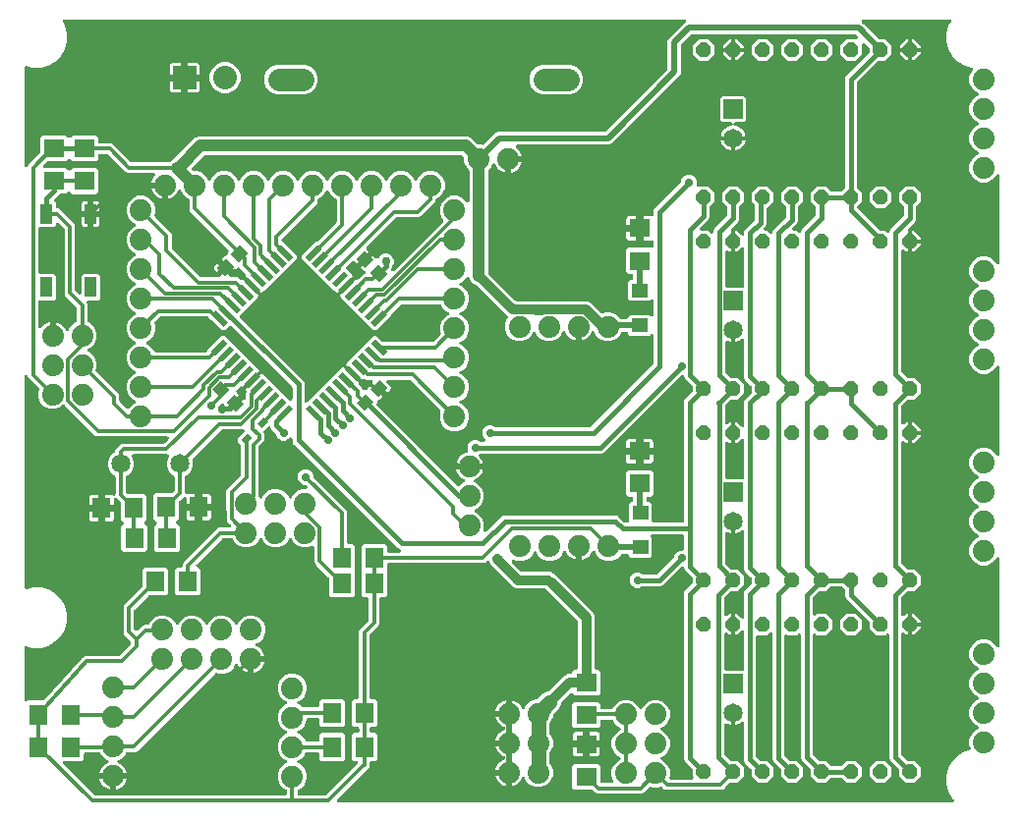
<source format=gbr>
G04 EAGLE Gerber X2 export*
%TF.Part,Single*%
%TF.FileFunction,Copper,L1,Top,Mixed*%
%TF.FilePolarity,Positive*%
%TF.GenerationSoftware,Autodesk,EAGLE,9.1.0*%
%TF.CreationDate,2018-11-01T15:44:49Z*%
G75*
%MOMM*%
%FSLAX34Y34*%
%LPD*%
%AMOC8*
5,1,8,0,0,1.08239X$1,22.5*%
G01*
%ADD10C,1.879600*%
%ADD11R,2.032000X2.032000*%
%ADD12C,2.032000*%
%ADD13C,1.651000*%
%ADD14R,1.651000X1.651000*%
%ADD15R,1.100000X1.000000*%
%ADD16R,1.600000X1.800000*%
%ADD17R,1.400000X1.200000*%
%ADD18C,1.981200*%
%ADD19R,0.500000X0.800000*%
%ADD20R,1.800000X1.600000*%
%ADD21R,1.000000X1.700000*%
%ADD22P,1.374635X8X112.500000*%
%ADD23R,0.508000X1.473200*%
%ADD24C,0.304800*%
%ADD25C,0.406400*%
%ADD26C,0.756400*%
%ADD27C,0.706400*%
%ADD28C,0.508000*%
%ADD29C,1.016000*%
%ADD30C,1.270000*%
%ADD31C,0.812800*%

G36*
X658841Y100596D02*
X658841Y100596D01*
X658941Y100598D01*
X659013Y100616D01*
X659087Y100625D01*
X659182Y100659D01*
X659279Y100683D01*
X659345Y100717D01*
X659415Y100742D01*
X659500Y100797D01*
X659589Y100843D01*
X659646Y100891D01*
X659708Y100931D01*
X659778Y101003D01*
X659854Y101068D01*
X659899Y101128D01*
X659950Y101182D01*
X660002Y101268D01*
X660062Y101349D01*
X660091Y101417D01*
X660129Y101481D01*
X660160Y101576D01*
X660200Y101669D01*
X660213Y101742D01*
X660235Y101813D01*
X660243Y101913D01*
X660261Y102012D01*
X660257Y102086D01*
X660263Y102160D01*
X660248Y102260D01*
X660243Y102360D01*
X660223Y102431D01*
X660212Y102505D01*
X660174Y102598D01*
X660147Y102695D01*
X660110Y102760D01*
X660083Y102829D01*
X660026Y102911D01*
X659977Y102999D01*
X659911Y103075D01*
X659884Y103115D01*
X659858Y103139D01*
X659818Y103185D01*
X659066Y103937D01*
X655622Y109902D01*
X653839Y116556D01*
X653839Y123444D01*
X655622Y130098D01*
X659066Y136063D01*
X663937Y140934D01*
X669902Y144378D01*
X673399Y145315D01*
X673515Y145361D01*
X673635Y145400D01*
X673677Y145425D01*
X673723Y145443D01*
X673826Y145514D01*
X673934Y145579D01*
X673969Y145613D01*
X674009Y145641D01*
X674094Y145735D01*
X674184Y145822D01*
X674210Y145863D01*
X674243Y145900D01*
X674304Y146010D01*
X674372Y146115D01*
X674388Y146162D01*
X674412Y146204D01*
X674447Y146325D01*
X674489Y146444D01*
X674494Y146493D01*
X674508Y146540D01*
X674514Y146665D01*
X674528Y146790D01*
X674522Y146839D01*
X674524Y146888D01*
X674502Y147011D01*
X674487Y147136D01*
X674468Y147195D01*
X674461Y147231D01*
X674442Y147274D01*
X674412Y147369D01*
X673353Y149924D01*
X673353Y154876D01*
X675248Y159451D01*
X678749Y162952D01*
X680538Y163693D01*
X680626Y163742D01*
X680718Y163782D01*
X680778Y163826D01*
X680843Y163862D01*
X680917Y163929D01*
X680998Y163989D01*
X681046Y164046D01*
X681101Y164096D01*
X681158Y164179D01*
X681223Y164255D01*
X681257Y164322D01*
X681299Y164383D01*
X681336Y164476D01*
X681382Y164566D01*
X681400Y164638D01*
X681427Y164707D01*
X681442Y164806D01*
X681466Y164904D01*
X681467Y164978D01*
X681478Y165052D01*
X681469Y165152D01*
X681471Y165252D01*
X681455Y165325D01*
X681449Y165399D01*
X681418Y165495D01*
X681397Y165593D01*
X681365Y165660D01*
X681342Y165731D01*
X681290Y165817D01*
X681247Y165908D01*
X681200Y165966D01*
X681162Y166029D01*
X681092Y166101D01*
X681029Y166180D01*
X680971Y166226D01*
X680919Y166279D01*
X680835Y166334D01*
X680756Y166396D01*
X680666Y166442D01*
X680626Y166468D01*
X680592Y166480D01*
X680538Y166507D01*
X678749Y167248D01*
X675248Y170749D01*
X673353Y175324D01*
X673353Y180276D01*
X675248Y184851D01*
X678749Y188352D01*
X680538Y189093D01*
X680626Y189142D01*
X680718Y189182D01*
X680778Y189226D01*
X680843Y189262D01*
X680917Y189329D01*
X680998Y189389D01*
X681046Y189446D01*
X681101Y189496D01*
X681158Y189579D01*
X681223Y189655D01*
X681257Y189722D01*
X681299Y189783D01*
X681336Y189876D01*
X681382Y189966D01*
X681400Y190038D01*
X681427Y190107D01*
X681442Y190206D01*
X681466Y190304D01*
X681467Y190378D01*
X681478Y190452D01*
X681469Y190552D01*
X681471Y190652D01*
X681455Y190725D01*
X681449Y190799D01*
X681418Y190895D01*
X681397Y190993D01*
X681365Y191060D01*
X681342Y191131D01*
X681290Y191217D01*
X681247Y191308D01*
X681200Y191366D01*
X681162Y191429D01*
X681092Y191501D01*
X681029Y191580D01*
X680971Y191626D01*
X680919Y191679D01*
X680835Y191734D01*
X680756Y191796D01*
X680666Y191842D01*
X680626Y191868D01*
X680592Y191880D01*
X680538Y191907D01*
X678749Y192648D01*
X675248Y196149D01*
X673353Y200724D01*
X673353Y205676D01*
X675248Y210251D01*
X678749Y213752D01*
X680538Y214493D01*
X680626Y214542D01*
X680718Y214582D01*
X680778Y214626D01*
X680843Y214662D01*
X680917Y214729D01*
X680998Y214789D01*
X681046Y214846D01*
X681101Y214896D01*
X681158Y214979D01*
X681223Y215055D01*
X681257Y215122D01*
X681299Y215183D01*
X681336Y215276D01*
X681382Y215366D01*
X681400Y215438D01*
X681427Y215507D01*
X681442Y215606D01*
X681466Y215704D01*
X681467Y215778D01*
X681478Y215852D01*
X681469Y215952D01*
X681471Y216052D01*
X681455Y216125D01*
X681449Y216199D01*
X681418Y216295D01*
X681397Y216393D01*
X681365Y216460D01*
X681342Y216531D01*
X681290Y216617D01*
X681247Y216708D01*
X681200Y216766D01*
X681162Y216829D01*
X681092Y216901D01*
X681029Y216980D01*
X680971Y217026D01*
X680919Y217079D01*
X680835Y217134D01*
X680756Y217196D01*
X680666Y217242D01*
X680626Y217268D01*
X680592Y217280D01*
X680538Y217307D01*
X678749Y218048D01*
X675248Y221549D01*
X673353Y226124D01*
X673353Y231076D01*
X675248Y235651D01*
X678749Y239152D01*
X683324Y241047D01*
X688276Y241047D01*
X692851Y239152D01*
X696352Y235651D01*
X696585Y235088D01*
X696609Y235044D01*
X696626Y234997D01*
X696694Y234892D01*
X696754Y234784D01*
X696788Y234746D01*
X696815Y234704D01*
X696905Y234618D01*
X696988Y234525D01*
X697030Y234497D01*
X697066Y234462D01*
X697173Y234398D01*
X697275Y234327D01*
X697322Y234309D01*
X697365Y234283D01*
X697483Y234245D01*
X697599Y234199D01*
X697649Y234192D01*
X697697Y234177D01*
X697821Y234167D01*
X697944Y234149D01*
X697994Y234153D01*
X698044Y234149D01*
X698167Y234167D01*
X698291Y234178D01*
X698339Y234193D01*
X698389Y234200D01*
X698505Y234246D01*
X698623Y234285D01*
X698666Y234311D01*
X698713Y234329D01*
X698815Y234400D01*
X698921Y234464D01*
X698958Y234499D01*
X698999Y234528D01*
X699082Y234620D01*
X699171Y234707D01*
X699199Y234749D01*
X699232Y234787D01*
X699293Y234896D01*
X699360Y235000D01*
X699376Y235048D01*
X699401Y235092D01*
X699435Y235212D01*
X699476Y235329D01*
X699482Y235379D01*
X699496Y235427D01*
X699515Y235671D01*
X699515Y310429D01*
X699510Y310479D01*
X699512Y310529D01*
X699490Y310652D01*
X699475Y310775D01*
X699458Y310823D01*
X699449Y310872D01*
X699400Y310986D01*
X699358Y311103D01*
X699331Y311146D01*
X699310Y311192D01*
X699236Y311292D01*
X699169Y311396D01*
X699133Y311431D01*
X699103Y311471D01*
X699008Y311552D01*
X698918Y311638D01*
X698875Y311664D01*
X698837Y311697D01*
X698726Y311753D01*
X698619Y311817D01*
X698571Y311832D01*
X698526Y311855D01*
X698406Y311885D01*
X698287Y311923D01*
X698237Y311927D01*
X698188Y311939D01*
X698064Y311941D01*
X697940Y311951D01*
X697890Y311944D01*
X697840Y311945D01*
X697718Y311918D01*
X697595Y311900D01*
X697548Y311881D01*
X697499Y311870D01*
X697387Y311817D01*
X697271Y311771D01*
X697230Y311742D01*
X697184Y311720D01*
X697087Y311643D01*
X696985Y311572D01*
X696951Y311535D01*
X696912Y311503D01*
X696835Y311405D01*
X696752Y311313D01*
X696727Y311269D01*
X696696Y311229D01*
X696585Y311012D01*
X696352Y310449D01*
X692851Y306948D01*
X688276Y305053D01*
X683324Y305053D01*
X678749Y306948D01*
X675248Y310449D01*
X673353Y315024D01*
X673353Y319976D01*
X675248Y324551D01*
X678749Y328052D01*
X680538Y328793D01*
X680626Y328842D01*
X680718Y328882D01*
X680778Y328926D01*
X680843Y328962D01*
X680917Y329029D01*
X680998Y329089D01*
X681046Y329146D01*
X681101Y329196D01*
X681158Y329279D01*
X681223Y329355D01*
X681257Y329422D01*
X681299Y329483D01*
X681336Y329576D01*
X681382Y329666D01*
X681400Y329738D01*
X681427Y329807D01*
X681442Y329906D01*
X681466Y330004D01*
X681467Y330078D01*
X681478Y330152D01*
X681469Y330252D01*
X681471Y330352D01*
X681455Y330425D01*
X681449Y330499D01*
X681418Y330595D01*
X681397Y330693D01*
X681365Y330760D01*
X681342Y330831D01*
X681290Y330917D01*
X681247Y331008D01*
X681200Y331066D01*
X681162Y331129D01*
X681092Y331201D01*
X681029Y331280D01*
X680971Y331326D01*
X680919Y331379D01*
X680835Y331434D01*
X680756Y331496D01*
X680666Y331542D01*
X680626Y331568D01*
X680592Y331580D01*
X680538Y331607D01*
X678749Y332348D01*
X675248Y335849D01*
X673353Y340424D01*
X673353Y345376D01*
X675248Y349951D01*
X678749Y353452D01*
X680538Y354193D01*
X680626Y354242D01*
X680718Y354282D01*
X680778Y354326D01*
X680843Y354362D01*
X680917Y354429D01*
X680998Y354489D01*
X681046Y354546D01*
X681101Y354596D01*
X681158Y354679D01*
X681223Y354755D01*
X681257Y354822D01*
X681299Y354883D01*
X681336Y354976D01*
X681382Y355066D01*
X681400Y355138D01*
X681427Y355207D01*
X681442Y355306D01*
X681466Y355404D01*
X681467Y355478D01*
X681478Y355552D01*
X681469Y355652D01*
X681471Y355752D01*
X681455Y355825D01*
X681449Y355899D01*
X681418Y355995D01*
X681397Y356093D01*
X681365Y356160D01*
X681342Y356231D01*
X681290Y356317D01*
X681247Y356408D01*
X681200Y356466D01*
X681162Y356529D01*
X681092Y356601D01*
X681029Y356680D01*
X680971Y356726D01*
X680919Y356779D01*
X680835Y356834D01*
X680756Y356896D01*
X680666Y356942D01*
X680626Y356968D01*
X680592Y356980D01*
X680538Y357007D01*
X678749Y357748D01*
X675248Y361249D01*
X673353Y365824D01*
X673353Y370776D01*
X675248Y375351D01*
X678749Y378852D01*
X680538Y379593D01*
X680626Y379642D01*
X680718Y379682D01*
X680778Y379726D01*
X680843Y379762D01*
X680917Y379829D01*
X680998Y379889D01*
X681046Y379946D01*
X681101Y379996D01*
X681158Y380079D01*
X681223Y380155D01*
X681257Y380222D01*
X681299Y380283D01*
X681336Y380376D01*
X681382Y380466D01*
X681400Y380538D01*
X681427Y380607D01*
X681442Y380706D01*
X681466Y380804D01*
X681467Y380878D01*
X681478Y380952D01*
X681469Y381052D01*
X681471Y381152D01*
X681455Y381225D01*
X681449Y381299D01*
X681418Y381395D01*
X681397Y381493D01*
X681365Y381560D01*
X681342Y381631D01*
X681290Y381717D01*
X681247Y381808D01*
X681200Y381866D01*
X681162Y381929D01*
X681092Y382001D01*
X681029Y382080D01*
X680971Y382126D01*
X680919Y382179D01*
X680835Y382234D01*
X680756Y382296D01*
X680666Y382342D01*
X680626Y382368D01*
X680592Y382380D01*
X680538Y382407D01*
X678749Y383148D01*
X675248Y386649D01*
X673353Y391224D01*
X673353Y396176D01*
X675248Y400751D01*
X678749Y404252D01*
X683324Y406147D01*
X688276Y406147D01*
X692851Y404252D01*
X696352Y400751D01*
X696585Y400188D01*
X696609Y400144D01*
X696626Y400097D01*
X696694Y399992D01*
X696754Y399884D01*
X696788Y399846D01*
X696815Y399804D01*
X696905Y399718D01*
X696988Y399625D01*
X697030Y399597D01*
X697066Y399562D01*
X697173Y399498D01*
X697275Y399427D01*
X697322Y399409D01*
X697365Y399383D01*
X697483Y399345D01*
X697599Y399299D01*
X697649Y399292D01*
X697697Y399277D01*
X697821Y399267D01*
X697944Y399249D01*
X697994Y399253D01*
X698044Y399249D01*
X698167Y399267D01*
X698291Y399278D01*
X698339Y399293D01*
X698389Y399300D01*
X698505Y399346D01*
X698623Y399385D01*
X698666Y399411D01*
X698713Y399429D01*
X698815Y399500D01*
X698921Y399564D01*
X698958Y399599D01*
X698999Y399628D01*
X699082Y399720D01*
X699171Y399807D01*
X699199Y399849D01*
X699232Y399887D01*
X699293Y399996D01*
X699360Y400100D01*
X699376Y400148D01*
X699401Y400192D01*
X699435Y400312D01*
X699476Y400429D01*
X699482Y400479D01*
X699496Y400527D01*
X699515Y400771D01*
X699515Y475529D01*
X699510Y475579D01*
X699512Y475629D01*
X699490Y475752D01*
X699475Y475875D01*
X699458Y475923D01*
X699449Y475972D01*
X699400Y476086D01*
X699358Y476203D01*
X699331Y476246D01*
X699310Y476292D01*
X699236Y476392D01*
X699169Y476496D01*
X699133Y476531D01*
X699103Y476571D01*
X699008Y476652D01*
X698918Y476738D01*
X698875Y476764D01*
X698837Y476797D01*
X698726Y476853D01*
X698619Y476917D01*
X698571Y476932D01*
X698526Y476955D01*
X698406Y476985D01*
X698287Y477023D01*
X698237Y477027D01*
X698188Y477039D01*
X698064Y477041D01*
X697940Y477051D01*
X697890Y477044D01*
X697840Y477045D01*
X697718Y477018D01*
X697595Y477000D01*
X697548Y476981D01*
X697499Y476970D01*
X697387Y476917D01*
X697271Y476871D01*
X697230Y476842D01*
X697184Y476820D01*
X697087Y476743D01*
X696985Y476672D01*
X696951Y476635D01*
X696912Y476603D01*
X696835Y476505D01*
X696752Y476413D01*
X696727Y476369D01*
X696696Y476329D01*
X696585Y476112D01*
X696352Y475549D01*
X692851Y472048D01*
X688276Y470153D01*
X683324Y470153D01*
X678749Y472048D01*
X675248Y475549D01*
X673353Y480124D01*
X673353Y485076D01*
X675248Y489651D01*
X678749Y493152D01*
X680538Y493893D01*
X680626Y493942D01*
X680718Y493982D01*
X680778Y494026D01*
X680843Y494062D01*
X680917Y494129D01*
X680998Y494189D01*
X681046Y494246D01*
X681101Y494296D01*
X681158Y494379D01*
X681223Y494455D01*
X681257Y494522D01*
X681299Y494583D01*
X681336Y494676D01*
X681382Y494766D01*
X681400Y494838D01*
X681427Y494907D01*
X681442Y495006D01*
X681466Y495104D01*
X681467Y495178D01*
X681478Y495252D01*
X681469Y495352D01*
X681471Y495452D01*
X681455Y495525D01*
X681449Y495599D01*
X681418Y495695D01*
X681397Y495793D01*
X681365Y495860D01*
X681342Y495931D01*
X681290Y496017D01*
X681247Y496108D01*
X681200Y496166D01*
X681162Y496229D01*
X681092Y496301D01*
X681029Y496380D01*
X680971Y496426D01*
X680919Y496479D01*
X680835Y496534D01*
X680756Y496596D01*
X680666Y496642D01*
X680626Y496668D01*
X680592Y496680D01*
X680538Y496707D01*
X678749Y497448D01*
X675248Y500949D01*
X673353Y505524D01*
X673353Y510476D01*
X675248Y515051D01*
X678749Y518552D01*
X680538Y519293D01*
X680626Y519342D01*
X680718Y519382D01*
X680778Y519426D01*
X680843Y519462D01*
X680917Y519529D01*
X680998Y519589D01*
X681046Y519646D01*
X681101Y519696D01*
X681158Y519779D01*
X681223Y519855D01*
X681257Y519922D01*
X681299Y519983D01*
X681336Y520076D01*
X681382Y520166D01*
X681400Y520238D01*
X681427Y520307D01*
X681442Y520406D01*
X681466Y520504D01*
X681467Y520578D01*
X681478Y520652D01*
X681469Y520752D01*
X681471Y520852D01*
X681455Y520925D01*
X681449Y520999D01*
X681418Y521095D01*
X681397Y521193D01*
X681365Y521260D01*
X681342Y521331D01*
X681290Y521417D01*
X681247Y521508D01*
X681200Y521566D01*
X681162Y521629D01*
X681092Y521701D01*
X681029Y521780D01*
X680971Y521826D01*
X680919Y521879D01*
X680835Y521934D01*
X680756Y521996D01*
X680666Y522042D01*
X680626Y522068D01*
X680592Y522080D01*
X680538Y522107D01*
X678749Y522848D01*
X675248Y526349D01*
X673353Y530924D01*
X673353Y535876D01*
X675248Y540451D01*
X678749Y543952D01*
X680538Y544693D01*
X680626Y544742D01*
X680718Y544782D01*
X680778Y544826D01*
X680843Y544862D01*
X680917Y544929D01*
X680998Y544989D01*
X681046Y545046D01*
X681101Y545096D01*
X681158Y545179D01*
X681223Y545255D01*
X681257Y545322D01*
X681299Y545383D01*
X681336Y545476D01*
X681382Y545566D01*
X681400Y545638D01*
X681427Y545707D01*
X681442Y545806D01*
X681466Y545904D01*
X681467Y545978D01*
X681478Y546052D01*
X681469Y546152D01*
X681471Y546252D01*
X681455Y546325D01*
X681449Y546399D01*
X681418Y546495D01*
X681397Y546593D01*
X681365Y546660D01*
X681342Y546731D01*
X681290Y546817D01*
X681247Y546908D01*
X681200Y546966D01*
X681162Y547029D01*
X681092Y547101D01*
X681029Y547180D01*
X680971Y547226D01*
X680919Y547279D01*
X680835Y547334D01*
X680756Y547396D01*
X680666Y547442D01*
X680626Y547468D01*
X680592Y547480D01*
X680538Y547507D01*
X678749Y548248D01*
X675248Y551749D01*
X673353Y556324D01*
X673353Y561276D01*
X675248Y565851D01*
X678749Y569352D01*
X683324Y571247D01*
X688276Y571247D01*
X692851Y569352D01*
X696352Y565851D01*
X696585Y565288D01*
X696609Y565244D01*
X696626Y565197D01*
X696694Y565092D01*
X696754Y564984D01*
X696788Y564946D01*
X696815Y564904D01*
X696905Y564818D01*
X696988Y564725D01*
X697030Y564697D01*
X697066Y564662D01*
X697173Y564598D01*
X697275Y564527D01*
X697322Y564509D01*
X697365Y564483D01*
X697483Y564445D01*
X697599Y564399D01*
X697649Y564392D01*
X697697Y564377D01*
X697821Y564367D01*
X697944Y564349D01*
X697994Y564353D01*
X698044Y564349D01*
X698167Y564367D01*
X698291Y564378D01*
X698339Y564393D01*
X698389Y564400D01*
X698505Y564446D01*
X698623Y564485D01*
X698666Y564511D01*
X698713Y564529D01*
X698815Y564600D01*
X698921Y564664D01*
X698958Y564699D01*
X698999Y564728D01*
X699082Y564820D01*
X699171Y564907D01*
X699199Y564949D01*
X699232Y564987D01*
X699293Y565096D01*
X699360Y565200D01*
X699376Y565248D01*
X699401Y565292D01*
X699435Y565412D01*
X699476Y565529D01*
X699482Y565579D01*
X699496Y565627D01*
X699515Y565871D01*
X699515Y640629D01*
X699510Y640679D01*
X699512Y640729D01*
X699490Y640852D01*
X699475Y640975D01*
X699458Y641023D01*
X699449Y641072D01*
X699400Y641186D01*
X699358Y641303D01*
X699331Y641346D01*
X699310Y641392D01*
X699236Y641492D01*
X699169Y641596D01*
X699133Y641631D01*
X699103Y641671D01*
X699008Y641752D01*
X698918Y641838D01*
X698875Y641864D01*
X698837Y641897D01*
X698726Y641953D01*
X698619Y642017D01*
X698571Y642032D01*
X698526Y642055D01*
X698406Y642085D01*
X698287Y642123D01*
X698237Y642127D01*
X698188Y642139D01*
X698064Y642141D01*
X697940Y642151D01*
X697890Y642144D01*
X697840Y642145D01*
X697718Y642118D01*
X697595Y642100D01*
X697548Y642081D01*
X697499Y642070D01*
X697387Y642017D01*
X697271Y641971D01*
X697230Y641942D01*
X697184Y641920D01*
X697087Y641843D01*
X696985Y641772D01*
X696951Y641735D01*
X696912Y641703D01*
X696835Y641605D01*
X696752Y641513D01*
X696727Y641469D01*
X696696Y641429D01*
X696585Y641212D01*
X696352Y640649D01*
X692851Y637148D01*
X688276Y635253D01*
X683324Y635253D01*
X678749Y637148D01*
X675248Y640649D01*
X673353Y645224D01*
X673353Y650176D01*
X675248Y654751D01*
X678749Y658252D01*
X680538Y658993D01*
X680626Y659042D01*
X680718Y659082D01*
X680778Y659126D01*
X680843Y659162D01*
X680917Y659229D01*
X680998Y659289D01*
X681046Y659346D01*
X681101Y659396D01*
X681158Y659479D01*
X681223Y659555D01*
X681257Y659622D01*
X681299Y659683D01*
X681336Y659776D01*
X681382Y659866D01*
X681400Y659938D01*
X681427Y660007D01*
X681442Y660106D01*
X681466Y660204D01*
X681467Y660278D01*
X681478Y660352D01*
X681469Y660452D01*
X681471Y660552D01*
X681455Y660625D01*
X681449Y660699D01*
X681418Y660795D01*
X681397Y660893D01*
X681365Y660960D01*
X681342Y661031D01*
X681290Y661117D01*
X681247Y661208D01*
X681200Y661266D01*
X681162Y661329D01*
X681092Y661401D01*
X681029Y661480D01*
X680971Y661526D01*
X680919Y661579D01*
X680835Y661634D01*
X680756Y661696D01*
X680666Y661742D01*
X680626Y661768D01*
X680592Y661780D01*
X680538Y661807D01*
X678749Y662548D01*
X675248Y666049D01*
X673353Y670624D01*
X673353Y675576D01*
X675248Y680151D01*
X678749Y683652D01*
X680538Y684393D01*
X680626Y684442D01*
X680718Y684482D01*
X680778Y684526D01*
X680843Y684562D01*
X680917Y684629D01*
X680998Y684689D01*
X681046Y684746D01*
X681101Y684796D01*
X681158Y684879D01*
X681223Y684955D01*
X681257Y685022D01*
X681299Y685083D01*
X681336Y685176D01*
X681382Y685266D01*
X681400Y685338D01*
X681427Y685407D01*
X681442Y685506D01*
X681466Y685604D01*
X681467Y685678D01*
X681478Y685752D01*
X681469Y685852D01*
X681471Y685952D01*
X681455Y686025D01*
X681449Y686099D01*
X681418Y686195D01*
X681397Y686293D01*
X681365Y686360D01*
X681342Y686431D01*
X681290Y686517D01*
X681247Y686608D01*
X681200Y686666D01*
X681162Y686729D01*
X681092Y686801D01*
X681029Y686880D01*
X680971Y686926D01*
X680919Y686979D01*
X680835Y687034D01*
X680756Y687096D01*
X680666Y687142D01*
X680626Y687168D01*
X680592Y687180D01*
X680538Y687207D01*
X678749Y687948D01*
X675248Y691449D01*
X673353Y696024D01*
X673353Y700976D01*
X675248Y705551D01*
X678749Y709052D01*
X680538Y709793D01*
X680626Y709842D01*
X680718Y709882D01*
X680778Y709926D01*
X680843Y709962D01*
X680917Y710029D01*
X680998Y710089D01*
X681046Y710146D01*
X681101Y710196D01*
X681158Y710279D01*
X681223Y710355D01*
X681257Y710422D01*
X681299Y710483D01*
X681336Y710576D01*
X681382Y710666D01*
X681400Y710738D01*
X681427Y710807D01*
X681442Y710906D01*
X681466Y711004D01*
X681467Y711078D01*
X681478Y711152D01*
X681469Y711252D01*
X681471Y711352D01*
X681455Y711425D01*
X681449Y711499D01*
X681418Y711595D01*
X681397Y711693D01*
X681365Y711760D01*
X681342Y711831D01*
X681290Y711917D01*
X681247Y712008D01*
X681200Y712066D01*
X681162Y712129D01*
X681092Y712201D01*
X681029Y712280D01*
X680971Y712326D01*
X680919Y712379D01*
X680835Y712434D01*
X680756Y712496D01*
X680666Y712542D01*
X680626Y712568D01*
X680592Y712580D01*
X680538Y712607D01*
X678749Y713348D01*
X675248Y716849D01*
X673353Y721424D01*
X673353Y726376D01*
X675248Y730950D01*
X675937Y731640D01*
X675984Y731699D01*
X676039Y731752D01*
X676092Y731835D01*
X676154Y731913D01*
X676186Y731981D01*
X676227Y732045D01*
X676260Y732138D01*
X676303Y732228D01*
X676319Y732302D01*
X676344Y732373D01*
X676355Y732472D01*
X676376Y732568D01*
X676375Y732644D01*
X676383Y732719D01*
X676372Y732818D01*
X676370Y732917D01*
X676352Y732990D01*
X676343Y733066D01*
X676309Y733159D01*
X676285Y733255D01*
X676250Y733322D01*
X676225Y733393D01*
X676171Y733476D01*
X676126Y733565D01*
X676076Y733622D01*
X676035Y733686D01*
X675964Y733755D01*
X675900Y733830D01*
X675839Y733875D01*
X675784Y733928D01*
X675699Y733978D01*
X675619Y734037D01*
X675550Y734067D01*
X675485Y734106D01*
X675342Y734157D01*
X675299Y734175D01*
X675281Y734178D01*
X675254Y734188D01*
X669902Y735622D01*
X663937Y739066D01*
X659066Y743937D01*
X655622Y749902D01*
X653839Y756556D01*
X653839Y763444D01*
X655622Y770098D01*
X657546Y773430D01*
X657576Y773500D01*
X657615Y773565D01*
X657645Y773659D01*
X657685Y773750D01*
X657698Y773825D01*
X657721Y773897D01*
X657729Y773996D01*
X657747Y774093D01*
X657743Y774169D01*
X657749Y774244D01*
X657735Y774342D01*
X657730Y774441D01*
X657709Y774514D01*
X657698Y774589D01*
X657661Y774681D01*
X657634Y774776D01*
X657597Y774842D01*
X657569Y774913D01*
X657512Y774994D01*
X657464Y775081D01*
X657413Y775137D01*
X657370Y775199D01*
X657297Y775265D01*
X657230Y775339D01*
X657168Y775382D01*
X657111Y775432D01*
X657025Y775480D01*
X656943Y775537D01*
X656873Y775564D01*
X656806Y775601D01*
X656711Y775628D01*
X656619Y775664D01*
X656544Y775675D01*
X656471Y775696D01*
X656320Y775708D01*
X656274Y775715D01*
X656255Y775713D01*
X656227Y775715D01*
X582066Y775715D01*
X581966Y775704D01*
X581866Y775702D01*
X581793Y775684D01*
X581720Y775675D01*
X581625Y775642D01*
X581528Y775617D01*
X581462Y775583D01*
X581392Y775558D01*
X581307Y775503D01*
X581218Y775457D01*
X581161Y775409D01*
X581099Y775369D01*
X581029Y775297D01*
X580952Y775232D01*
X580908Y775172D01*
X580857Y775118D01*
X580805Y775032D01*
X580745Y774951D01*
X580716Y774883D01*
X580678Y774819D01*
X580647Y774723D01*
X580607Y774631D01*
X580594Y774558D01*
X580571Y774487D01*
X580563Y774387D01*
X580546Y774288D01*
X580549Y774214D01*
X580543Y774140D01*
X580558Y774040D01*
X580564Y773940D01*
X580584Y773869D01*
X580595Y773795D01*
X580632Y773702D01*
X580660Y773605D01*
X580696Y773540D01*
X580724Y773471D01*
X580781Y773389D01*
X580830Y773301D01*
X580895Y773225D01*
X580923Y773185D01*
X580949Y773161D01*
X580989Y773115D01*
X582802Y771301D01*
X594959Y759145D01*
X595058Y759066D01*
X595152Y758982D01*
X595194Y758958D01*
X595232Y758928D01*
X595346Y758874D01*
X595457Y758813D01*
X595503Y758800D01*
X595547Y758779D01*
X595670Y758753D01*
X595792Y758718D01*
X595853Y758713D01*
X595888Y758706D01*
X595936Y758707D01*
X596036Y758699D01*
X600793Y758699D01*
X606299Y753193D01*
X606299Y745407D01*
X600793Y739901D01*
X595317Y739901D01*
X595192Y739887D01*
X595066Y739880D01*
X595019Y739867D01*
X594971Y739861D01*
X594852Y739819D01*
X594731Y739784D01*
X594689Y739760D01*
X594643Y739744D01*
X594537Y739675D01*
X594427Y739614D01*
X594380Y739574D01*
X594350Y739555D01*
X594317Y739520D01*
X594240Y739455D01*
X577027Y722242D01*
X576948Y722143D01*
X576864Y722049D01*
X576840Y722006D01*
X576810Y721969D01*
X576756Y721854D01*
X576695Y721744D01*
X576682Y721697D01*
X576661Y721654D01*
X576635Y721530D01*
X576600Y721408D01*
X576595Y721348D01*
X576588Y721313D01*
X576589Y721265D01*
X576581Y721165D01*
X576581Y631142D01*
X576595Y631016D01*
X576602Y630890D01*
X576615Y630844D01*
X576621Y630796D01*
X576663Y630677D01*
X576698Y630555D01*
X576722Y630513D01*
X576738Y630468D01*
X576807Y630361D01*
X576868Y630251D01*
X576908Y630205D01*
X576927Y630175D01*
X576962Y630141D01*
X577027Y630065D01*
X580899Y626193D01*
X580899Y618407D01*
X577228Y614736D01*
X577211Y614715D01*
X577191Y614698D01*
X577103Y614579D01*
X577011Y614463D01*
X577000Y614439D01*
X576984Y614418D01*
X576925Y614282D01*
X576862Y614148D01*
X576857Y614122D01*
X576846Y614098D01*
X576820Y613952D01*
X576789Y613807D01*
X576789Y613781D01*
X576784Y613755D01*
X576792Y613606D01*
X576795Y613459D01*
X576801Y613433D01*
X576802Y613407D01*
X576843Y613265D01*
X576880Y613121D01*
X576892Y613097D01*
X576899Y613072D01*
X576971Y612943D01*
X577039Y612811D01*
X577056Y612791D01*
X577069Y612768D01*
X577228Y612582D01*
X595764Y594045D01*
X595863Y593966D01*
X595957Y593882D01*
X596000Y593858D01*
X596037Y593828D01*
X596152Y593774D01*
X596262Y593713D01*
X596309Y593700D01*
X596352Y593679D01*
X596476Y593653D01*
X596598Y593618D01*
X596658Y593613D01*
X596693Y593606D01*
X596741Y593607D01*
X596841Y593599D01*
X600793Y593599D01*
X602190Y592202D01*
X602308Y592108D01*
X602422Y592012D01*
X602444Y592001D01*
X602463Y591985D01*
X602598Y591921D01*
X602732Y591853D01*
X602756Y591847D01*
X602778Y591837D01*
X602925Y591805D01*
X603071Y591769D01*
X603095Y591768D01*
X603118Y591763D01*
X603268Y591766D01*
X603419Y591764D01*
X603443Y591769D01*
X603467Y591769D01*
X603612Y591806D01*
X603760Y591838D01*
X603781Y591848D01*
X603805Y591854D01*
X603939Y591923D01*
X604074Y591988D01*
X604093Y592003D01*
X604115Y592014D01*
X604229Y592111D01*
X604347Y592205D01*
X604362Y592224D01*
X604380Y592240D01*
X604470Y592361D01*
X604563Y592479D01*
X604576Y592505D01*
X604587Y592520D01*
X604606Y592563D01*
X604674Y592696D01*
X605293Y594190D01*
X616773Y605670D01*
X616852Y605769D01*
X616936Y605863D01*
X616960Y605906D01*
X616990Y605943D01*
X617044Y606058D01*
X617105Y606168D01*
X617118Y606215D01*
X617139Y606258D01*
X617165Y606382D01*
X617200Y606504D01*
X617205Y606564D01*
X617212Y606599D01*
X617211Y606647D01*
X617219Y606747D01*
X617219Y613458D01*
X617205Y613584D01*
X617198Y613710D01*
X617185Y613756D01*
X617179Y613804D01*
X617137Y613923D01*
X617102Y614045D01*
X617078Y614087D01*
X617062Y614132D01*
X616993Y614239D01*
X616932Y614349D01*
X616892Y614395D01*
X616873Y614425D01*
X616838Y614459D01*
X616773Y614535D01*
X612901Y618407D01*
X612901Y626193D01*
X618407Y631699D01*
X626193Y631699D01*
X631699Y626193D01*
X631699Y618407D01*
X627827Y614535D01*
X627748Y614436D01*
X627664Y614342D01*
X627640Y614300D01*
X627610Y614262D01*
X627556Y614148D01*
X627495Y614037D01*
X627482Y613991D01*
X627461Y613947D01*
X627435Y613824D01*
X627400Y613702D01*
X627395Y613641D01*
X627388Y613606D01*
X627389Y613558D01*
X627381Y613458D01*
X627381Y603001D01*
X626607Y601134D01*
X621164Y595691D01*
X621102Y595612D01*
X621032Y595540D01*
X620994Y595476D01*
X620948Y595418D01*
X620905Y595327D01*
X620853Y595241D01*
X620831Y595170D01*
X620799Y595103D01*
X620778Y595005D01*
X620747Y594909D01*
X620741Y594835D01*
X620725Y594762D01*
X620727Y594662D01*
X620719Y594562D01*
X620730Y594488D01*
X620731Y594414D01*
X620756Y594316D01*
X620771Y594217D01*
X620777Y594202D01*
X620777Y584200D01*
X620777Y575309D01*
X618617Y575309D01*
X617281Y576646D01*
X617202Y576708D01*
X617130Y576778D01*
X617066Y576816D01*
X617008Y576862D01*
X616917Y576905D01*
X616831Y576957D01*
X616760Y576979D01*
X616693Y577011D01*
X616595Y577032D01*
X616499Y577063D01*
X616425Y577069D01*
X616352Y577084D01*
X616252Y577083D01*
X616152Y577091D01*
X616078Y577080D01*
X616004Y577078D01*
X615907Y577054D01*
X615807Y577039D01*
X615738Y577012D01*
X615666Y576993D01*
X615577Y576947D01*
X615483Y576910D01*
X615422Y576868D01*
X615356Y576834D01*
X615280Y576769D01*
X615197Y576711D01*
X615147Y576656D01*
X615091Y576608D01*
X615031Y576527D01*
X614964Y576453D01*
X614928Y576388D01*
X614883Y576328D01*
X614844Y576236D01*
X614795Y576148D01*
X614775Y576076D01*
X614745Y576008D01*
X614728Y575909D01*
X614700Y575812D01*
X614692Y575712D01*
X614684Y575665D01*
X614686Y575629D01*
X614681Y575568D01*
X614681Y472635D01*
X614695Y472510D01*
X614702Y472384D01*
X614715Y472337D01*
X614721Y472289D01*
X614763Y472170D01*
X614798Y472049D01*
X614822Y472007D01*
X614838Y471961D01*
X614907Y471855D01*
X614968Y471745D01*
X615008Y471698D01*
X615027Y471668D01*
X615062Y471635D01*
X615127Y471558D01*
X619640Y467045D01*
X619739Y466966D01*
X619833Y466882D01*
X619876Y466858D01*
X619913Y466828D01*
X620028Y466774D01*
X620138Y466713D01*
X620185Y466700D01*
X620228Y466679D01*
X620352Y466653D01*
X620474Y466618D01*
X620534Y466613D01*
X620569Y466606D01*
X620617Y466607D01*
X620717Y466599D01*
X626193Y466599D01*
X631699Y461093D01*
X631699Y453307D01*
X626193Y447801D01*
X620717Y447801D01*
X620592Y447787D01*
X620466Y447780D01*
X620419Y447767D01*
X620371Y447761D01*
X620252Y447719D01*
X620131Y447684D01*
X620089Y447660D01*
X620043Y447644D01*
X619937Y447575D01*
X619827Y447514D01*
X619780Y447474D01*
X619750Y447455D01*
X619717Y447420D01*
X619640Y447355D01*
X615127Y442842D01*
X615060Y442758D01*
X615023Y442719D01*
X615015Y442705D01*
X614964Y442649D01*
X614940Y442606D01*
X614910Y442569D01*
X614856Y442454D01*
X614795Y442344D01*
X614782Y442297D01*
X614761Y442254D01*
X614735Y442130D01*
X614700Y442008D01*
X614695Y441948D01*
X614688Y441913D01*
X614689Y441865D01*
X614681Y441765D01*
X614681Y427732D01*
X614692Y427632D01*
X614694Y427531D01*
X614712Y427459D01*
X614721Y427385D01*
X614754Y427291D01*
X614779Y427193D01*
X614813Y427127D01*
X614838Y427057D01*
X614893Y426973D01*
X614939Y426884D01*
X614987Y426827D01*
X615027Y426764D01*
X615099Y426695D01*
X615164Y426618D01*
X615224Y426574D01*
X615278Y426522D01*
X615364Y426471D01*
X615445Y426411D01*
X615513Y426382D01*
X615577Y426343D01*
X615673Y426313D01*
X615765Y426273D01*
X615838Y426260D01*
X615909Y426237D01*
X616009Y426229D01*
X616108Y426211D01*
X616182Y426215D01*
X616256Y426209D01*
X616356Y426224D01*
X616456Y426229D01*
X616527Y426250D01*
X616601Y426261D01*
X616694Y426298D01*
X616791Y426326D01*
X616856Y426362D01*
X616925Y426390D01*
X617007Y426447D01*
X617095Y426496D01*
X617171Y426561D01*
X617211Y426589D01*
X617235Y426615D01*
X617281Y426654D01*
X618617Y427991D01*
X620777Y427991D01*
X620777Y419100D01*
X620777Y410209D01*
X618617Y410209D01*
X617281Y411546D01*
X617202Y411608D01*
X617130Y411678D01*
X617066Y411716D01*
X617008Y411762D01*
X616917Y411805D01*
X616831Y411857D01*
X616760Y411879D01*
X616693Y411911D01*
X616595Y411932D01*
X616499Y411963D01*
X616425Y411969D01*
X616352Y411984D01*
X616252Y411983D01*
X616152Y411991D01*
X616078Y411980D01*
X616004Y411978D01*
X615907Y411954D01*
X615807Y411939D01*
X615738Y411912D01*
X615666Y411893D01*
X615577Y411847D01*
X615483Y411810D01*
X615422Y411768D01*
X615356Y411734D01*
X615280Y411669D01*
X615197Y411611D01*
X615147Y411556D01*
X615091Y411508D01*
X615031Y411427D01*
X614964Y411353D01*
X614928Y411288D01*
X614883Y411228D01*
X614844Y411136D01*
X614795Y411048D01*
X614775Y410976D01*
X614745Y410908D01*
X614728Y410809D01*
X614700Y410712D01*
X614692Y410612D01*
X614684Y410565D01*
X614686Y410529D01*
X614681Y410468D01*
X614681Y307535D01*
X614695Y307410D01*
X614702Y307284D01*
X614715Y307237D01*
X614721Y307189D01*
X614763Y307070D01*
X614798Y306949D01*
X614822Y306907D01*
X614838Y306861D01*
X614907Y306755D01*
X614968Y306645D01*
X615008Y306598D01*
X615027Y306568D01*
X615062Y306535D01*
X615127Y306458D01*
X619640Y301945D01*
X619739Y301866D01*
X619833Y301782D01*
X619876Y301758D01*
X619913Y301728D01*
X620028Y301674D01*
X620138Y301613D01*
X620185Y301600D01*
X620228Y301579D01*
X620352Y301553D01*
X620474Y301518D01*
X620534Y301513D01*
X620569Y301506D01*
X620617Y301507D01*
X620717Y301499D01*
X626193Y301499D01*
X631699Y295993D01*
X631699Y288207D01*
X626193Y282701D01*
X620717Y282701D01*
X620592Y282687D01*
X620466Y282680D01*
X620419Y282667D01*
X620371Y282661D01*
X620252Y282619D01*
X620131Y282584D01*
X620089Y282560D01*
X620043Y282544D01*
X619937Y282475D01*
X619827Y282414D01*
X619780Y282374D01*
X619750Y282355D01*
X619717Y282320D01*
X619640Y282255D01*
X615127Y277742D01*
X615048Y277643D01*
X614964Y277549D01*
X614940Y277506D01*
X614910Y277469D01*
X614856Y277354D01*
X614795Y277244D01*
X614782Y277197D01*
X614761Y277154D01*
X614735Y277030D01*
X614700Y276908D01*
X614695Y276848D01*
X614688Y276813D01*
X614689Y276765D01*
X614681Y276665D01*
X614681Y262632D01*
X614692Y262532D01*
X614694Y262431D01*
X614712Y262359D01*
X614721Y262285D01*
X614754Y262191D01*
X614779Y262093D01*
X614813Y262027D01*
X614838Y261957D01*
X614893Y261873D01*
X614939Y261784D01*
X614987Y261727D01*
X615027Y261664D01*
X615099Y261595D01*
X615164Y261518D01*
X615224Y261474D01*
X615278Y261422D01*
X615364Y261371D01*
X615445Y261311D01*
X615513Y261282D01*
X615577Y261243D01*
X615673Y261213D01*
X615765Y261173D01*
X615838Y261160D01*
X615909Y261137D01*
X616009Y261129D01*
X616108Y261111D01*
X616182Y261115D01*
X616256Y261109D01*
X616356Y261124D01*
X616456Y261129D01*
X616527Y261150D01*
X616601Y261161D01*
X616694Y261198D01*
X616791Y261226D01*
X616856Y261262D01*
X616925Y261290D01*
X617007Y261347D01*
X617095Y261396D01*
X617171Y261461D01*
X617211Y261489D01*
X617235Y261515D01*
X617281Y261554D01*
X618617Y262891D01*
X620777Y262891D01*
X620777Y254000D01*
X620777Y245109D01*
X618617Y245109D01*
X617281Y246446D01*
X617202Y246508D01*
X617130Y246578D01*
X617066Y246616D01*
X617008Y246662D01*
X616917Y246705D01*
X616831Y246757D01*
X616760Y246779D01*
X616693Y246811D01*
X616595Y246832D01*
X616499Y246863D01*
X616425Y246869D01*
X616352Y246884D01*
X616252Y246883D01*
X616152Y246891D01*
X616078Y246880D01*
X616004Y246878D01*
X615907Y246854D01*
X615807Y246839D01*
X615738Y246812D01*
X615666Y246793D01*
X615577Y246747D01*
X615483Y246710D01*
X615422Y246668D01*
X615356Y246634D01*
X615280Y246569D01*
X615197Y246511D01*
X615147Y246456D01*
X615091Y246408D01*
X615031Y246327D01*
X614964Y246253D01*
X614928Y246188D01*
X614883Y246128D01*
X614844Y246036D01*
X614795Y245948D01*
X614775Y245876D01*
X614745Y245808D01*
X614728Y245709D01*
X614700Y245612D01*
X614692Y245512D01*
X614684Y245465D01*
X614686Y245429D01*
X614681Y245368D01*
X614681Y142435D01*
X614695Y142310D01*
X614702Y142184D01*
X614715Y142137D01*
X614721Y142089D01*
X614763Y141970D01*
X614798Y141849D01*
X614822Y141807D01*
X614838Y141761D01*
X614907Y141655D01*
X614968Y141545D01*
X615008Y141498D01*
X615027Y141468D01*
X615062Y141435D01*
X615127Y141358D01*
X619640Y136845D01*
X619739Y136766D01*
X619833Y136682D01*
X619876Y136658D01*
X619913Y136628D01*
X620028Y136574D01*
X620138Y136513D01*
X620185Y136500D01*
X620228Y136479D01*
X620352Y136453D01*
X620474Y136418D01*
X620534Y136413D01*
X620569Y136406D01*
X620617Y136407D01*
X620717Y136399D01*
X626193Y136399D01*
X631699Y130893D01*
X631699Y123107D01*
X626193Y117601D01*
X618407Y117601D01*
X612901Y123107D01*
X612901Y128583D01*
X612887Y128708D01*
X612880Y128834D01*
X612867Y128881D01*
X612861Y128929D01*
X612819Y129048D01*
X612784Y129169D01*
X612760Y129211D01*
X612744Y129257D01*
X612675Y129363D01*
X612614Y129473D01*
X612574Y129520D01*
X612555Y129550D01*
X612520Y129583D01*
X612455Y129660D01*
X605293Y136822D01*
X604519Y138689D01*
X604519Y244650D01*
X604508Y244750D01*
X604506Y244850D01*
X604488Y244922D01*
X604479Y244996D01*
X604446Y245091D01*
X604421Y245188D01*
X604387Y245254D01*
X604362Y245324D01*
X604307Y245409D01*
X604261Y245498D01*
X604213Y245555D01*
X604173Y245617D01*
X604101Y245687D01*
X604036Y245763D01*
X603976Y245808D01*
X603922Y245859D01*
X603836Y245911D01*
X603755Y245971D01*
X603687Y246000D01*
X603623Y246038D01*
X603527Y246069D01*
X603435Y246109D01*
X603362Y246122D01*
X603291Y246144D01*
X603191Y246152D01*
X603092Y246170D01*
X603018Y246166D01*
X602944Y246172D01*
X602844Y246157D01*
X602744Y246152D01*
X602673Y246132D01*
X602599Y246121D01*
X602506Y246084D01*
X602409Y246056D01*
X602344Y246019D01*
X602275Y245992D01*
X602193Y245935D01*
X602105Y245886D01*
X602029Y245820D01*
X601989Y245793D01*
X601965Y245767D01*
X601919Y245727D01*
X600793Y244601D01*
X593007Y244601D01*
X587501Y250107D01*
X587501Y255583D01*
X587487Y255708D01*
X587480Y255834D01*
X587467Y255881D01*
X587461Y255929D01*
X587419Y256048D01*
X587384Y256169D01*
X587360Y256211D01*
X587344Y256257D01*
X587275Y256363D01*
X587214Y256473D01*
X587174Y256520D01*
X587155Y256550D01*
X587120Y256583D01*
X587055Y256660D01*
X567193Y276522D01*
X566419Y278389D01*
X566419Y283258D01*
X566405Y283384D01*
X566398Y283510D01*
X566385Y283556D01*
X566379Y283604D01*
X566337Y283723D01*
X566302Y283845D01*
X566278Y283887D01*
X566262Y283932D01*
X566193Y284039D01*
X566132Y284149D01*
X566092Y284195D01*
X566073Y284225D01*
X566038Y284259D01*
X565973Y284335D01*
X563735Y286573D01*
X563636Y286652D01*
X563542Y286736D01*
X563500Y286760D01*
X563462Y286790D01*
X563348Y286844D01*
X563237Y286905D01*
X563191Y286918D01*
X563147Y286939D01*
X563024Y286965D01*
X562902Y287000D01*
X562841Y287005D01*
X562806Y287012D01*
X562758Y287011D01*
X562658Y287019D01*
X554942Y287019D01*
X554816Y287005D01*
X554690Y286998D01*
X554644Y286985D01*
X554596Y286979D01*
X554477Y286937D01*
X554355Y286902D01*
X554313Y286878D01*
X554268Y286862D01*
X554161Y286793D01*
X554051Y286732D01*
X554005Y286692D01*
X553975Y286673D01*
X553941Y286638D01*
X553865Y286573D01*
X549993Y282701D01*
X544517Y282701D01*
X544392Y282687D01*
X544266Y282680D01*
X544219Y282667D01*
X544171Y282661D01*
X544052Y282619D01*
X543931Y282584D01*
X543889Y282560D01*
X543843Y282544D01*
X543737Y282475D01*
X543627Y282414D01*
X543580Y282374D01*
X543550Y282355D01*
X543517Y282320D01*
X543440Y282255D01*
X538927Y277742D01*
X538848Y277643D01*
X538764Y277549D01*
X538740Y277506D01*
X538710Y277469D01*
X538656Y277354D01*
X538595Y277244D01*
X538582Y277197D01*
X538561Y277154D01*
X538535Y277030D01*
X538500Y276908D01*
X538495Y276848D01*
X538488Y276813D01*
X538489Y276765D01*
X538481Y276665D01*
X538481Y263350D01*
X538492Y263250D01*
X538494Y263150D01*
X538512Y263078D01*
X538521Y263004D01*
X538554Y262909D01*
X538579Y262812D01*
X538613Y262746D01*
X538638Y262676D01*
X538693Y262591D01*
X538739Y262502D01*
X538787Y262445D01*
X538827Y262383D01*
X538899Y262313D01*
X538964Y262237D01*
X539024Y262192D01*
X539078Y262141D01*
X539164Y262089D01*
X539245Y262029D01*
X539313Y262000D01*
X539377Y261962D01*
X539473Y261931D01*
X539565Y261891D01*
X539638Y261878D01*
X539709Y261856D01*
X539809Y261848D01*
X539908Y261830D01*
X539982Y261834D01*
X540056Y261828D01*
X540156Y261843D01*
X540256Y261848D01*
X540327Y261868D01*
X540401Y261879D01*
X540494Y261916D01*
X540591Y261944D01*
X540656Y261981D01*
X540725Y262008D01*
X540807Y262065D01*
X540895Y262114D01*
X540971Y262180D01*
X541011Y262207D01*
X541035Y262233D01*
X541081Y262273D01*
X542207Y263399D01*
X549993Y263399D01*
X555499Y257893D01*
X555499Y250107D01*
X549993Y244601D01*
X542207Y244601D01*
X541081Y245727D01*
X541002Y245790D01*
X540930Y245859D01*
X540866Y245898D01*
X540808Y245944D01*
X540717Y245987D01*
X540631Y246038D01*
X540560Y246061D01*
X540493Y246093D01*
X540395Y246114D01*
X540299Y246144D01*
X540225Y246150D01*
X540152Y246166D01*
X540052Y246164D01*
X539952Y246172D01*
X539878Y246161D01*
X539804Y246160D01*
X539707Y246136D01*
X539607Y246121D01*
X539538Y246093D01*
X539466Y246075D01*
X539377Y246029D01*
X539283Y245992D01*
X539222Y245950D01*
X539156Y245915D01*
X539080Y245850D01*
X538997Y245793D01*
X538947Y245738D01*
X538891Y245690D01*
X538831Y245609D01*
X538764Y245534D01*
X538728Y245469D01*
X538683Y245409D01*
X538644Y245317D01*
X538595Y245229D01*
X538575Y245158D01*
X538545Y245089D01*
X538528Y244991D01*
X538500Y244894D01*
X538492Y244794D01*
X538484Y244746D01*
X538486Y244711D01*
X538481Y244650D01*
X538481Y142435D01*
X538495Y142310D01*
X538502Y142184D01*
X538515Y142137D01*
X538521Y142089D01*
X538563Y141970D01*
X538598Y141849D01*
X538622Y141807D01*
X538638Y141761D01*
X538707Y141655D01*
X538768Y141545D01*
X538808Y141498D01*
X538827Y141468D01*
X538862Y141435D01*
X538927Y141358D01*
X543440Y136845D01*
X543539Y136766D01*
X543633Y136682D01*
X543676Y136658D01*
X543713Y136628D01*
X543828Y136574D01*
X543938Y136513D01*
X543985Y136500D01*
X544028Y136479D01*
X544152Y136453D01*
X544274Y136418D01*
X544334Y136413D01*
X544369Y136406D01*
X544417Y136407D01*
X544517Y136399D01*
X549993Y136399D01*
X553865Y132527D01*
X553964Y132448D01*
X554058Y132364D01*
X554100Y132340D01*
X554138Y132310D01*
X554252Y132256D01*
X554363Y132195D01*
X554409Y132182D01*
X554453Y132161D01*
X554576Y132135D01*
X554698Y132100D01*
X554759Y132095D01*
X554794Y132088D01*
X554842Y132089D01*
X554942Y132081D01*
X562658Y132081D01*
X562784Y132095D01*
X562910Y132102D01*
X562956Y132115D01*
X563004Y132121D01*
X563123Y132163D01*
X563245Y132198D01*
X563287Y132222D01*
X563332Y132238D01*
X563439Y132307D01*
X563549Y132368D01*
X563595Y132408D01*
X563625Y132427D01*
X563659Y132462D01*
X563735Y132527D01*
X567607Y136399D01*
X575393Y136399D01*
X580899Y130893D01*
X580899Y123107D01*
X575393Y117601D01*
X567607Y117601D01*
X563735Y121473D01*
X563636Y121552D01*
X563542Y121636D01*
X563500Y121660D01*
X563462Y121690D01*
X563348Y121744D01*
X563237Y121805D01*
X563191Y121818D01*
X563147Y121839D01*
X563024Y121865D01*
X562902Y121900D01*
X562841Y121905D01*
X562806Y121912D01*
X562758Y121911D01*
X562658Y121919D01*
X554942Y121919D01*
X554816Y121905D01*
X554690Y121898D01*
X554644Y121885D01*
X554596Y121879D01*
X554477Y121837D01*
X554355Y121802D01*
X554313Y121778D01*
X554268Y121762D01*
X554161Y121693D01*
X554051Y121632D01*
X554005Y121592D01*
X553975Y121573D01*
X553967Y121564D01*
X553966Y121564D01*
X553940Y121537D01*
X553865Y121473D01*
X549993Y117601D01*
X542207Y117601D01*
X536701Y123107D01*
X536701Y128583D01*
X536687Y128708D01*
X536680Y128834D01*
X536667Y128881D01*
X536661Y128929D01*
X536619Y129048D01*
X536584Y129169D01*
X536560Y129211D01*
X536544Y129257D01*
X536475Y129363D01*
X536414Y129473D01*
X536374Y129520D01*
X536355Y129550D01*
X536320Y129583D01*
X536255Y129660D01*
X529093Y136822D01*
X528319Y138689D01*
X528319Y244650D01*
X528308Y244750D01*
X528306Y244850D01*
X528288Y244922D01*
X528279Y244996D01*
X528246Y245091D01*
X528221Y245188D01*
X528187Y245254D01*
X528162Y245324D01*
X528107Y245409D01*
X528061Y245498D01*
X528013Y245555D01*
X527973Y245617D01*
X527901Y245687D01*
X527836Y245763D01*
X527776Y245808D01*
X527722Y245859D01*
X527636Y245911D01*
X527555Y245971D01*
X527487Y246000D01*
X527423Y246038D01*
X527327Y246069D01*
X527235Y246109D01*
X527162Y246122D01*
X527091Y246144D01*
X526991Y246152D01*
X526892Y246170D01*
X526818Y246166D01*
X526744Y246172D01*
X526644Y246157D01*
X526544Y246152D01*
X526473Y246132D01*
X526399Y246121D01*
X526306Y246084D01*
X526209Y246056D01*
X526144Y246019D01*
X526075Y245992D01*
X525993Y245935D01*
X525905Y245886D01*
X525829Y245820D01*
X525789Y245793D01*
X525765Y245767D01*
X525719Y245727D01*
X524593Y244601D01*
X516807Y244601D01*
X516697Y244711D01*
X516619Y244773D01*
X516546Y244843D01*
X516482Y244882D01*
X516424Y244928D01*
X516333Y244971D01*
X516247Y245022D01*
X516176Y245045D01*
X516109Y245077D01*
X516011Y245098D01*
X515915Y245128D01*
X515841Y245134D01*
X515768Y245150D01*
X515668Y245148D01*
X515568Y245156D01*
X515494Y245145D01*
X515420Y245144D01*
X515322Y245120D01*
X515223Y245105D01*
X515154Y245077D01*
X515082Y245059D01*
X514993Y245013D01*
X514899Y244976D01*
X514838Y244934D01*
X514772Y244899D01*
X514695Y244834D01*
X514613Y244777D01*
X514563Y244722D01*
X514507Y244674D01*
X514447Y244593D01*
X514380Y244518D01*
X514344Y244453D01*
X514299Y244393D01*
X514260Y244301D01*
X514211Y244213D01*
X514191Y244142D01*
X514161Y244073D01*
X514144Y243974D01*
X514116Y243878D01*
X514108Y243778D01*
X514100Y243730D01*
X514102Y243695D01*
X514097Y243634D01*
X514097Y141419D01*
X514111Y141294D01*
X514118Y141168D01*
X514131Y141121D01*
X514137Y141073D01*
X514179Y140954D01*
X514214Y140833D01*
X514238Y140791D01*
X514254Y140745D01*
X514323Y140639D01*
X514384Y140529D01*
X514424Y140482D01*
X514443Y140452D01*
X514478Y140419D01*
X514543Y140342D01*
X518040Y136845D01*
X518139Y136766D01*
X518233Y136682D01*
X518276Y136658D01*
X518313Y136628D01*
X518428Y136574D01*
X518538Y136513D01*
X518585Y136500D01*
X518628Y136479D01*
X518752Y136453D01*
X518874Y136418D01*
X518934Y136413D01*
X518969Y136406D01*
X519017Y136407D01*
X519117Y136399D01*
X524593Y136399D01*
X530099Y130893D01*
X530099Y123107D01*
X524593Y117601D01*
X516807Y117601D01*
X511301Y123107D01*
X511301Y128583D01*
X511287Y128708D01*
X511280Y128834D01*
X511267Y128881D01*
X511261Y128929D01*
X511219Y129048D01*
X511184Y129169D01*
X511160Y129211D01*
X511144Y129257D01*
X511075Y129363D01*
X511014Y129473D01*
X510974Y129520D01*
X510955Y129550D01*
X510920Y129583D01*
X510855Y129660D01*
X504709Y135806D01*
X503935Y137673D01*
X503935Y245666D01*
X503924Y245766D01*
X503922Y245866D01*
X503904Y245938D01*
X503895Y246012D01*
X503862Y246107D01*
X503837Y246204D01*
X503803Y246270D01*
X503778Y246340D01*
X503723Y246425D01*
X503677Y246514D01*
X503629Y246571D01*
X503589Y246633D01*
X503517Y246703D01*
X503452Y246779D01*
X503392Y246824D01*
X503338Y246875D01*
X503252Y246927D01*
X503171Y246987D01*
X503103Y247016D01*
X503039Y247054D01*
X502943Y247085D01*
X502851Y247125D01*
X502778Y247138D01*
X502707Y247160D01*
X502607Y247168D01*
X502508Y247186D01*
X502434Y247182D01*
X502360Y247188D01*
X502260Y247173D01*
X502160Y247168D01*
X502089Y247148D01*
X502015Y247137D01*
X501922Y247100D01*
X501825Y247072D01*
X501760Y247035D01*
X501691Y247008D01*
X501609Y246951D01*
X501521Y246902D01*
X501445Y246837D01*
X501405Y246809D01*
X501381Y246783D01*
X501335Y246743D01*
X499193Y244601D01*
X491236Y244601D01*
X491210Y244598D01*
X491184Y244600D01*
X491037Y244578D01*
X490890Y244561D01*
X490865Y244553D01*
X490839Y244549D01*
X490701Y244494D01*
X490562Y244444D01*
X490540Y244430D01*
X490515Y244420D01*
X490394Y244335D01*
X490269Y244255D01*
X490251Y244236D01*
X490229Y244221D01*
X490130Y244111D01*
X490027Y244004D01*
X490013Y243982D01*
X489996Y243962D01*
X489924Y243832D01*
X489848Y243705D01*
X489840Y243680D01*
X489827Y243657D01*
X489787Y243514D01*
X489742Y243373D01*
X489740Y243347D01*
X489732Y243322D01*
X489713Y243078D01*
X489713Y140403D01*
X489727Y140278D01*
X489734Y140152D01*
X489747Y140105D01*
X489753Y140057D01*
X489795Y139938D01*
X489830Y139817D01*
X489854Y139775D01*
X489870Y139729D01*
X489939Y139623D01*
X490000Y139513D01*
X490040Y139466D01*
X490059Y139436D01*
X490094Y139403D01*
X490159Y139326D01*
X492640Y136845D01*
X492739Y136766D01*
X492833Y136682D01*
X492876Y136658D01*
X492913Y136628D01*
X493028Y136574D01*
X493138Y136513D01*
X493185Y136500D01*
X493228Y136479D01*
X493352Y136453D01*
X493474Y136418D01*
X493534Y136413D01*
X493569Y136406D01*
X493617Y136407D01*
X493717Y136399D01*
X499193Y136399D01*
X504699Y130893D01*
X504699Y123107D01*
X499193Y117601D01*
X491407Y117601D01*
X485901Y123107D01*
X485901Y128583D01*
X485887Y128708D01*
X485880Y128834D01*
X485867Y128881D01*
X485861Y128929D01*
X485819Y129048D01*
X485784Y129169D01*
X485760Y129211D01*
X485744Y129257D01*
X485675Y129363D01*
X485614Y129473D01*
X485574Y129520D01*
X485555Y129550D01*
X485520Y129583D01*
X485455Y129660D01*
X480325Y134790D01*
X479551Y136657D01*
X479551Y168706D01*
X479540Y168806D01*
X479538Y168907D01*
X479520Y168979D01*
X479511Y169053D01*
X479477Y169147D01*
X479453Y169245D01*
X479419Y169311D01*
X479394Y169381D01*
X479339Y169465D01*
X479293Y169555D01*
X479245Y169611D01*
X479205Y169673D01*
X479132Y169743D01*
X479067Y169820D01*
X479008Y169864D01*
X478954Y169916D01*
X478868Y169967D01*
X478787Y170027D01*
X478719Y170056D01*
X478655Y170095D01*
X478559Y170125D01*
X478467Y170165D01*
X478394Y170178D01*
X478323Y170201D01*
X478223Y170209D01*
X478124Y170227D01*
X478050Y170223D01*
X477976Y170229D01*
X477876Y170214D01*
X477776Y170209D01*
X477705Y170188D01*
X477631Y170177D01*
X477538Y170140D01*
X477441Y170112D01*
X477376Y170076D01*
X477307Y170048D01*
X477225Y169991D01*
X477137Y169942D01*
X477061Y169877D01*
X477021Y169849D01*
X476997Y169823D01*
X476951Y169783D01*
X476933Y169765D01*
X475558Y168767D01*
X474044Y167995D01*
X472428Y167470D01*
X471649Y167347D01*
X471649Y177774D01*
X471646Y177800D01*
X471648Y177826D01*
X471626Y177973D01*
X471609Y178120D01*
X471601Y178145D01*
X471597Y178171D01*
X471542Y178308D01*
X471492Y178448D01*
X471478Y178470D01*
X471468Y178495D01*
X471383Y178616D01*
X471303Y178741D01*
X471284Y178759D01*
X471269Y178781D01*
X471159Y178880D01*
X471052Y178983D01*
X471030Y178997D01*
X471010Y179014D01*
X470880Y179086D01*
X470753Y179162D01*
X470728Y179170D01*
X470705Y179183D01*
X470562Y179223D01*
X470421Y179268D01*
X470395Y179270D01*
X470370Y179277D01*
X470126Y179297D01*
X469674Y179297D01*
X469648Y179294D01*
X469622Y179296D01*
X469475Y179274D01*
X469328Y179257D01*
X469303Y179248D01*
X469277Y179244D01*
X469139Y179190D01*
X469000Y179140D01*
X468978Y179125D01*
X468953Y179116D01*
X468832Y179031D01*
X468707Y178951D01*
X468689Y178932D01*
X468667Y178917D01*
X468568Y178807D01*
X468465Y178700D01*
X468451Y178677D01*
X468434Y178658D01*
X468362Y178528D01*
X468286Y178401D01*
X468278Y178376D01*
X468265Y178353D01*
X468225Y178210D01*
X468180Y178069D01*
X468177Y178043D01*
X468170Y178018D01*
X468151Y177774D01*
X468151Y167347D01*
X467372Y167470D01*
X465756Y167995D01*
X464496Y168637D01*
X464462Y168650D01*
X464431Y168668D01*
X464299Y168711D01*
X464169Y168759D01*
X464133Y168764D01*
X464099Y168775D01*
X463961Y168786D01*
X463823Y168803D01*
X463788Y168800D01*
X463752Y168803D01*
X463615Y168782D01*
X463477Y168768D01*
X463443Y168756D01*
X463407Y168751D01*
X463278Y168700D01*
X463147Y168654D01*
X463117Y168635D01*
X463083Y168622D01*
X462969Y168543D01*
X462852Y168469D01*
X462826Y168444D01*
X462797Y168423D01*
X462704Y168320D01*
X462607Y168222D01*
X462588Y168191D01*
X462564Y168164D01*
X462497Y168043D01*
X462424Y167925D01*
X462412Y167891D01*
X462395Y167859D01*
X462357Y167726D01*
X462313Y167594D01*
X462310Y167558D01*
X462300Y167524D01*
X462281Y167280D01*
X462281Y142435D01*
X462295Y142310D01*
X462302Y142184D01*
X462315Y142137D01*
X462321Y142089D01*
X462363Y141970D01*
X462398Y141849D01*
X462422Y141807D01*
X462438Y141761D01*
X462507Y141655D01*
X462568Y141545D01*
X462608Y141498D01*
X462627Y141468D01*
X462662Y141435D01*
X462727Y141358D01*
X467240Y136845D01*
X467339Y136766D01*
X467433Y136682D01*
X467476Y136658D01*
X467513Y136628D01*
X467628Y136574D01*
X467738Y136513D01*
X467785Y136500D01*
X467828Y136479D01*
X467952Y136453D01*
X468074Y136418D01*
X468134Y136413D01*
X468169Y136406D01*
X468217Y136407D01*
X468317Y136399D01*
X473793Y136399D01*
X479299Y130893D01*
X479299Y123107D01*
X473793Y117601D01*
X467599Y117601D01*
X467473Y117587D01*
X467347Y117580D01*
X467301Y117567D01*
X467253Y117561D01*
X467134Y117519D01*
X467012Y117484D01*
X466970Y117460D01*
X466925Y117444D01*
X466818Y117375D01*
X466708Y117314D01*
X466662Y117274D01*
X466632Y117255D01*
X466598Y117220D01*
X466522Y117155D01*
X462815Y113448D01*
X461314Y111947D01*
X459634Y111251D01*
X412066Y111251D01*
X410386Y111947D01*
X408673Y113660D01*
X408613Y113707D01*
X408560Y113762D01*
X408477Y113815D01*
X408400Y113877D01*
X408331Y113909D01*
X408267Y113950D01*
X408174Y113983D01*
X408085Y114025D01*
X408011Y114041D01*
X407938Y114067D01*
X407840Y114078D01*
X407744Y114099D01*
X407668Y114097D01*
X407592Y114106D01*
X407494Y114095D01*
X407396Y114093D01*
X407322Y114074D01*
X407246Y114065D01*
X407104Y114019D01*
X407058Y114008D01*
X407041Y113999D01*
X407013Y113990D01*
X405476Y113353D01*
X400524Y113353D01*
X398987Y113990D01*
X398913Y114011D01*
X398843Y114041D01*
X398746Y114059D01*
X398652Y114086D01*
X398575Y114089D01*
X398500Y114103D01*
X398402Y114098D01*
X398304Y114103D01*
X398228Y114089D01*
X398152Y114085D01*
X398058Y114058D01*
X397961Y114040D01*
X397891Y114010D01*
X397817Y113989D01*
X397731Y113940D01*
X397641Y113901D01*
X397580Y113856D01*
X397513Y113818D01*
X397399Y113722D01*
X397361Y113693D01*
X397349Y113679D01*
X397327Y113660D01*
X392566Y108899D01*
X390886Y108203D01*
X352714Y108203D01*
X351034Y108899D01*
X348428Y111505D01*
X348329Y111584D01*
X348235Y111668D01*
X348193Y111692D01*
X348155Y111722D01*
X348041Y111776D01*
X347930Y111837D01*
X347884Y111850D01*
X347840Y111871D01*
X347717Y111897D01*
X347595Y111932D01*
X347534Y111937D01*
X347499Y111944D01*
X347451Y111943D01*
X347351Y111951D01*
X333137Y111951D01*
X331351Y113737D01*
X331351Y132263D01*
X333137Y134049D01*
X353663Y134049D01*
X355449Y132263D01*
X355449Y118872D01*
X355452Y118846D01*
X355450Y118820D01*
X355472Y118673D01*
X355489Y118526D01*
X355497Y118501D01*
X355501Y118475D01*
X355556Y118337D01*
X355606Y118198D01*
X355620Y118176D01*
X355630Y118151D01*
X355715Y118030D01*
X355795Y117905D01*
X355814Y117887D01*
X355829Y117865D01*
X355939Y117766D01*
X356046Y117663D01*
X356068Y117649D01*
X356088Y117632D01*
X356218Y117560D01*
X356345Y117484D01*
X356370Y117476D01*
X356393Y117463D01*
X356536Y117423D01*
X356677Y117378D01*
X356703Y117376D01*
X356728Y117368D01*
X356972Y117349D01*
X365349Y117349D01*
X365498Y117366D01*
X365648Y117378D01*
X365671Y117386D01*
X365695Y117389D01*
X365836Y117439D01*
X365980Y117485D01*
X366000Y117498D01*
X366023Y117506D01*
X366150Y117588D01*
X366278Y117665D01*
X366295Y117682D01*
X366316Y117695D01*
X366420Y117803D01*
X366528Y117908D01*
X366541Y117928D01*
X366558Y117946D01*
X366635Y118075D01*
X366716Y118201D01*
X366724Y118224D01*
X366737Y118245D01*
X366783Y118388D01*
X366833Y118530D01*
X366836Y118554D01*
X366843Y118577D01*
X366855Y118726D01*
X366872Y118876D01*
X366869Y118900D01*
X366871Y118924D01*
X366849Y119073D01*
X366831Y119222D01*
X366822Y119250D01*
X366819Y119269D01*
X366802Y119313D01*
X366756Y119455D01*
X365153Y123324D01*
X365153Y128276D01*
X367048Y132851D01*
X370549Y136352D01*
X372087Y136989D01*
X372154Y137026D01*
X372225Y137054D01*
X372305Y137110D01*
X372392Y137158D01*
X372448Y137209D01*
X372511Y137253D01*
X372577Y137326D01*
X372650Y137392D01*
X372693Y137455D01*
X372744Y137512D01*
X372792Y137598D01*
X372848Y137679D01*
X372876Y137750D01*
X372913Y137817D01*
X372940Y137912D01*
X372976Y138003D01*
X372987Y138079D01*
X373008Y138152D01*
X373020Y138301D01*
X373027Y138348D01*
X373025Y138367D01*
X373027Y138396D01*
X373027Y138604D01*
X373019Y138680D01*
X373020Y138756D01*
X372999Y138853D01*
X372987Y138950D01*
X372962Y139022D01*
X372945Y139097D01*
X372903Y139186D01*
X372870Y139278D01*
X372828Y139343D01*
X372796Y139412D01*
X372734Y139489D01*
X372681Y139571D01*
X372626Y139624D01*
X372578Y139684D01*
X372501Y139745D01*
X372430Y139813D01*
X372365Y139853D01*
X372305Y139900D01*
X372171Y139968D01*
X372131Y139992D01*
X372113Y139998D01*
X372087Y140011D01*
X370549Y140648D01*
X367048Y144149D01*
X365153Y148724D01*
X365153Y153676D01*
X367048Y158251D01*
X370549Y161752D01*
X372087Y162389D01*
X372154Y162426D01*
X372225Y162454D01*
X372305Y162510D01*
X372392Y162558D01*
X372448Y162609D01*
X372511Y162653D01*
X372577Y162726D01*
X372650Y162792D01*
X372693Y162855D01*
X372744Y162912D01*
X372792Y162998D01*
X372848Y163079D01*
X372876Y163150D01*
X372913Y163217D01*
X372940Y163312D01*
X372976Y163403D01*
X372987Y163479D01*
X373008Y163552D01*
X373020Y163701D01*
X373027Y163748D01*
X373025Y163767D01*
X373027Y163796D01*
X373027Y164004D01*
X373019Y164080D01*
X373020Y164156D01*
X372999Y164253D01*
X372987Y164350D01*
X372962Y164422D01*
X372945Y164497D01*
X372903Y164586D01*
X372870Y164678D01*
X372828Y164743D01*
X372796Y164812D01*
X372734Y164889D01*
X372681Y164971D01*
X372626Y165024D01*
X372578Y165084D01*
X372501Y165145D01*
X372430Y165213D01*
X372365Y165253D01*
X372305Y165300D01*
X372171Y165368D01*
X372131Y165392D01*
X372113Y165398D01*
X372087Y165411D01*
X370549Y166048D01*
X367048Y169549D01*
X366411Y171087D01*
X366374Y171154D01*
X366346Y171225D01*
X366290Y171305D01*
X366242Y171392D01*
X366191Y171448D01*
X366147Y171511D01*
X366074Y171577D01*
X366008Y171650D01*
X365945Y171693D01*
X365888Y171744D01*
X365802Y171792D01*
X365721Y171848D01*
X365650Y171876D01*
X365583Y171913D01*
X365488Y171940D01*
X365397Y171976D01*
X365321Y171987D01*
X365248Y172008D01*
X365099Y172020D01*
X365052Y172027D01*
X365033Y172025D01*
X365004Y172027D01*
X356972Y172027D01*
X356946Y172024D01*
X356920Y172026D01*
X356773Y172004D01*
X356626Y171987D01*
X356601Y171979D01*
X356575Y171975D01*
X356437Y171920D01*
X356298Y171870D01*
X356276Y171856D01*
X356251Y171846D01*
X356130Y171761D01*
X356005Y171681D01*
X355987Y171662D01*
X355965Y171647D01*
X355866Y171537D01*
X355763Y171430D01*
X355749Y171408D01*
X355732Y171388D01*
X355660Y171258D01*
X355584Y171131D01*
X355576Y171106D01*
X355563Y171083D01*
X355523Y170940D01*
X355478Y170799D01*
X355476Y170773D01*
X355468Y170748D01*
X355449Y170504D01*
X355449Y166937D01*
X353663Y165151D01*
X333137Y165151D01*
X331351Y166937D01*
X331351Y185463D01*
X333137Y187249D01*
X353663Y187249D01*
X355449Y185463D01*
X355449Y182696D01*
X355452Y182670D01*
X355450Y182644D01*
X355472Y182497D01*
X355489Y182350D01*
X355497Y182325D01*
X355501Y182299D01*
X355556Y182161D01*
X355606Y182022D01*
X355620Y182000D01*
X355630Y181975D01*
X355715Y181854D01*
X355795Y181729D01*
X355814Y181711D01*
X355829Y181689D01*
X355939Y181590D01*
X356046Y181487D01*
X356068Y181473D01*
X356088Y181456D01*
X356218Y181384D01*
X356345Y181308D01*
X356370Y181300D01*
X356393Y181287D01*
X356536Y181247D01*
X356677Y181202D01*
X356703Y181200D01*
X356728Y181192D01*
X356972Y181173D01*
X365004Y181173D01*
X365080Y181181D01*
X365156Y181180D01*
X365253Y181201D01*
X365350Y181213D01*
X365422Y181238D01*
X365497Y181255D01*
X365586Y181297D01*
X365678Y181330D01*
X365743Y181372D01*
X365812Y181404D01*
X365889Y181466D01*
X365971Y181519D01*
X366024Y181574D01*
X366084Y181622D01*
X366145Y181699D01*
X366213Y181770D01*
X366253Y181835D01*
X366300Y181895D01*
X366368Y182029D01*
X366392Y182069D01*
X366398Y182087D01*
X366411Y182113D01*
X367048Y183651D01*
X370549Y187152D01*
X375124Y189047D01*
X380076Y189047D01*
X384651Y187152D01*
X388152Y183651D01*
X388893Y181862D01*
X388942Y181774D01*
X388982Y181682D01*
X389026Y181622D01*
X389062Y181557D01*
X389129Y181483D01*
X389189Y181402D01*
X389246Y181354D01*
X389296Y181299D01*
X389379Y181242D01*
X389455Y181177D01*
X389522Y181143D01*
X389583Y181101D01*
X389676Y181064D01*
X389766Y181018D01*
X389838Y181000D01*
X389907Y180973D01*
X390006Y180958D01*
X390104Y180934D01*
X390178Y180933D01*
X390252Y180922D01*
X390352Y180931D01*
X390452Y180929D01*
X390525Y180945D01*
X390599Y180951D01*
X390695Y180982D01*
X390793Y181003D01*
X390860Y181035D01*
X390931Y181058D01*
X391017Y181110D01*
X391108Y181153D01*
X391166Y181200D01*
X391229Y181238D01*
X391301Y181308D01*
X391380Y181371D01*
X391426Y181429D01*
X391479Y181481D01*
X391534Y181565D01*
X391596Y181644D01*
X391642Y181734D01*
X391668Y181774D01*
X391680Y181808D01*
X391707Y181862D01*
X392448Y183651D01*
X395949Y187152D01*
X400524Y189047D01*
X405476Y189047D01*
X410051Y187152D01*
X413552Y183651D01*
X415447Y179076D01*
X415447Y174124D01*
X413552Y169549D01*
X410051Y166048D01*
X408262Y165307D01*
X408174Y165258D01*
X408082Y165218D01*
X408022Y165174D01*
X407957Y165138D01*
X407883Y165071D01*
X407802Y165011D01*
X407754Y164954D01*
X407699Y164904D01*
X407642Y164821D01*
X407577Y164745D01*
X407543Y164678D01*
X407501Y164617D01*
X407464Y164524D01*
X407418Y164434D01*
X407400Y164362D01*
X407373Y164293D01*
X407358Y164194D01*
X407334Y164096D01*
X407333Y164022D01*
X407322Y163948D01*
X407331Y163848D01*
X407329Y163748D01*
X407345Y163675D01*
X407351Y163601D01*
X407382Y163505D01*
X407403Y163407D01*
X407435Y163340D01*
X407458Y163269D01*
X407510Y163183D01*
X407553Y163092D01*
X407600Y163034D01*
X407638Y162971D01*
X407708Y162899D01*
X407771Y162820D01*
X407829Y162774D01*
X407881Y162721D01*
X407965Y162666D01*
X408044Y162604D01*
X408134Y162558D01*
X408174Y162532D01*
X408208Y162520D01*
X408262Y162493D01*
X410051Y161752D01*
X413552Y158251D01*
X415447Y153676D01*
X415447Y148724D01*
X413552Y144149D01*
X410051Y140648D01*
X408262Y139907D01*
X408174Y139858D01*
X408082Y139818D01*
X408022Y139774D01*
X407957Y139738D01*
X407883Y139671D01*
X407802Y139611D01*
X407754Y139554D01*
X407699Y139504D01*
X407642Y139421D01*
X407577Y139345D01*
X407543Y139278D01*
X407501Y139217D01*
X407464Y139124D01*
X407418Y139034D01*
X407400Y138962D01*
X407373Y138893D01*
X407358Y138794D01*
X407334Y138696D01*
X407333Y138622D01*
X407322Y138548D01*
X407331Y138448D01*
X407329Y138348D01*
X407345Y138275D01*
X407351Y138201D01*
X407382Y138105D01*
X407403Y138007D01*
X407435Y137940D01*
X407458Y137869D01*
X407510Y137783D01*
X407553Y137692D01*
X407600Y137634D01*
X407638Y137571D01*
X407708Y137499D01*
X407771Y137420D01*
X407829Y137374D01*
X407881Y137321D01*
X407965Y137266D01*
X408044Y137204D01*
X408134Y137158D01*
X408174Y137132D01*
X408208Y137120D01*
X408262Y137093D01*
X410051Y136352D01*
X413552Y132851D01*
X415447Y128276D01*
X415447Y123324D01*
X415107Y122503D01*
X415065Y122358D01*
X415019Y122215D01*
X415018Y122191D01*
X415011Y122168D01*
X415004Y122017D01*
X414991Y121868D01*
X414995Y121844D01*
X414994Y121820D01*
X415021Y121672D01*
X415043Y121523D01*
X415052Y121501D01*
X415056Y121477D01*
X415117Y121339D01*
X415172Y121199D01*
X415186Y121179D01*
X415195Y121157D01*
X415285Y121036D01*
X415371Y120913D01*
X415389Y120897D01*
X415403Y120877D01*
X415518Y120780D01*
X415630Y120680D01*
X415651Y120668D01*
X415669Y120652D01*
X415803Y120584D01*
X415935Y120511D01*
X415958Y120505D01*
X415979Y120494D01*
X416125Y120457D01*
X416270Y120416D01*
X416299Y120414D01*
X416318Y120409D01*
X416365Y120409D01*
X416514Y120397D01*
X434134Y120397D01*
X434234Y120408D01*
X434334Y120410D01*
X434406Y120428D01*
X434480Y120437D01*
X434575Y120470D01*
X434672Y120495D01*
X434738Y120529D01*
X434808Y120554D01*
X434893Y120609D01*
X434982Y120655D01*
X435039Y120703D01*
X435101Y120743D01*
X435171Y120815D01*
X435247Y120880D01*
X435292Y120940D01*
X435343Y120994D01*
X435395Y121080D01*
X435455Y121161D01*
X435484Y121229D01*
X435522Y121293D01*
X435553Y121388D01*
X435593Y121481D01*
X435606Y121554D01*
X435628Y121625D01*
X435636Y121725D01*
X435654Y121824D01*
X435650Y121898D01*
X435656Y121972D01*
X435641Y122071D01*
X435636Y122172D01*
X435616Y122243D01*
X435605Y122317D01*
X435568Y122410D01*
X435540Y122507D01*
X435503Y122572D01*
X435476Y122641D01*
X435419Y122723D01*
X435370Y122811D01*
X435304Y122887D01*
X435277Y122927D01*
X435251Y122951D01*
X435211Y122997D01*
X435101Y123107D01*
X435101Y128583D01*
X435087Y128708D01*
X435080Y128834D01*
X435067Y128881D01*
X435061Y128929D01*
X435019Y129048D01*
X434984Y129169D01*
X434960Y129211D01*
X434944Y129257D01*
X434875Y129363D01*
X434814Y129473D01*
X434774Y129520D01*
X434755Y129550D01*
X434720Y129583D01*
X434655Y129660D01*
X428509Y135806D01*
X427735Y137673D01*
X427735Y281427D01*
X428509Y283294D01*
X434655Y289440D01*
X434734Y289539D01*
X434818Y289633D01*
X434842Y289676D01*
X434872Y289713D01*
X434926Y289828D01*
X434987Y289938D01*
X435000Y289985D01*
X435021Y290028D01*
X435047Y290152D01*
X435082Y290274D01*
X435087Y290334D01*
X435094Y290369D01*
X435093Y290417D01*
X435101Y290517D01*
X435101Y293683D01*
X435087Y293808D01*
X435080Y293934D01*
X435067Y293981D01*
X435061Y294029D01*
X435019Y294148D01*
X434984Y294269D01*
X434960Y294311D01*
X434944Y294357D01*
X434875Y294463D01*
X434814Y294573D01*
X434774Y294620D01*
X434755Y294650D01*
X434720Y294683D01*
X434655Y294760D01*
X430152Y299263D01*
X428509Y300906D01*
X427703Y302851D01*
X427695Y302919D01*
X427662Y303013D01*
X427637Y303111D01*
X427603Y303177D01*
X427578Y303247D01*
X427523Y303331D01*
X427477Y303421D01*
X427429Y303477D01*
X427389Y303540D01*
X427317Y303610D01*
X427252Y303686D01*
X427192Y303730D01*
X427138Y303782D01*
X427052Y303833D01*
X426971Y303893D01*
X426903Y303923D01*
X426839Y303961D01*
X426743Y303991D01*
X426651Y304031D01*
X426578Y304044D01*
X426507Y304067D01*
X426407Y304075D01*
X426308Y304093D01*
X426234Y304089D01*
X426160Y304095D01*
X426060Y304080D01*
X425960Y304075D01*
X425889Y304054D01*
X425815Y304043D01*
X425722Y304006D01*
X425625Y303978D01*
X425560Y303942D01*
X425491Y303915D01*
X425409Y303857D01*
X425321Y303808D01*
X425245Y303743D01*
X425205Y303716D01*
X425181Y303689D01*
X425135Y303650D01*
X410921Y289436D01*
X409278Y287793D01*
X407411Y287019D01*
X392207Y287019D01*
X392081Y287005D01*
X391955Y286998D01*
X391909Y286985D01*
X391861Y286979D01*
X391742Y286937D01*
X391620Y286902D01*
X391578Y286878D01*
X391532Y286862D01*
X391426Y286793D01*
X391316Y286732D01*
X391270Y286692D01*
X391240Y286673D01*
X391206Y286638D01*
X391130Y286573D01*
X391078Y286521D01*
X388659Y285519D01*
X386041Y285519D01*
X383622Y286521D01*
X381771Y288372D01*
X380769Y290791D01*
X380769Y293409D01*
X381771Y295828D01*
X383622Y297679D01*
X386041Y298681D01*
X388659Y298681D01*
X391078Y297679D01*
X391130Y297627D01*
X391229Y297548D01*
X391323Y297464D01*
X391365Y297440D01*
X391403Y297410D01*
X391517Y297356D01*
X391628Y297295D01*
X391674Y297282D01*
X391718Y297261D01*
X391841Y297235D01*
X391963Y297200D01*
X392024Y297195D01*
X392059Y297188D01*
X392107Y297189D01*
X392207Y297181D01*
X403665Y297181D01*
X403790Y297195D01*
X403916Y297202D01*
X403963Y297215D01*
X404011Y297221D01*
X404130Y297263D01*
X404251Y297298D01*
X404293Y297322D01*
X404339Y297338D01*
X404445Y297407D01*
X404555Y297468D01*
X404602Y297508D01*
X404632Y297527D01*
X404665Y297562D01*
X404742Y297627D01*
X418423Y311308D01*
X418502Y311407D01*
X418586Y311501D01*
X418610Y311544D01*
X418640Y311581D01*
X418694Y311696D01*
X418755Y311806D01*
X418768Y311853D01*
X418789Y311896D01*
X418815Y312020D01*
X418850Y312142D01*
X418855Y312202D01*
X418862Y312237D01*
X418861Y312285D01*
X418869Y312385D01*
X418869Y312459D01*
X419871Y314878D01*
X421722Y316729D01*
X424141Y317731D01*
X426212Y317731D01*
X426238Y317734D01*
X426264Y317732D01*
X426411Y317754D01*
X426558Y317771D01*
X426583Y317779D01*
X426609Y317783D01*
X426747Y317838D01*
X426886Y317888D01*
X426908Y317902D01*
X426933Y317912D01*
X427054Y317997D01*
X427179Y318077D01*
X427197Y318096D01*
X427219Y318111D01*
X427318Y318221D01*
X427421Y318328D01*
X427435Y318350D01*
X427452Y318370D01*
X427524Y318500D01*
X427600Y318627D01*
X427608Y318652D01*
X427621Y318675D01*
X427661Y318818D01*
X427706Y318959D01*
X427708Y318985D01*
X427716Y319010D01*
X427735Y319254D01*
X427735Y329946D01*
X427732Y329972D01*
X427734Y329998D01*
X427712Y330145D01*
X427695Y330292D01*
X427687Y330317D01*
X427683Y330343D01*
X427628Y330481D01*
X427578Y330620D01*
X427564Y330642D01*
X427554Y330667D01*
X427469Y330788D01*
X427389Y330913D01*
X427370Y330931D01*
X427355Y330953D01*
X427245Y331052D01*
X427138Y331155D01*
X427116Y331169D01*
X427096Y331186D01*
X426966Y331258D01*
X426839Y331334D01*
X426814Y331342D01*
X426791Y331355D01*
X426648Y331395D01*
X426507Y331440D01*
X426481Y331442D01*
X426456Y331450D01*
X426212Y331469D01*
X400298Y331469D01*
X400198Y331458D01*
X400098Y331456D01*
X400026Y331438D01*
X399952Y331429D01*
X399857Y331396D01*
X399760Y331371D01*
X399694Y331337D01*
X399624Y331312D01*
X399539Y331257D01*
X399450Y331211D01*
X399393Y331163D01*
X399331Y331123D01*
X399261Y331051D01*
X399185Y330986D01*
X399140Y330926D01*
X399089Y330872D01*
X399037Y330786D01*
X398978Y330705D01*
X398948Y330637D01*
X398910Y330573D01*
X398879Y330477D01*
X398840Y330385D01*
X398826Y330312D01*
X398804Y330241D01*
X398796Y330141D01*
X398778Y330042D01*
X398782Y329968D01*
X398776Y329894D01*
X398791Y329794D01*
X398796Y329694D01*
X398816Y329623D01*
X398827Y329549D01*
X398864Y329456D01*
X398892Y329359D01*
X398929Y329294D01*
X398956Y329225D01*
X399013Y329143D01*
X399062Y329055D01*
X399128Y328979D01*
X399155Y328939D01*
X399181Y328915D01*
X399221Y328869D01*
X400027Y328063D01*
X400027Y313537D01*
X398241Y311752D01*
X381715Y311752D01*
X379929Y313537D01*
X379929Y313688D01*
X379926Y313714D01*
X379928Y313741D01*
X379906Y313887D01*
X379889Y314035D01*
X379881Y314059D01*
X379877Y314085D01*
X379822Y314223D01*
X379772Y314363D01*
X379758Y314385D01*
X379748Y314409D01*
X379663Y314531D01*
X379583Y314655D01*
X379564Y314674D01*
X379549Y314695D01*
X379439Y314794D01*
X379332Y314898D01*
X379310Y314911D01*
X379290Y314929D01*
X379160Y315000D01*
X379033Y315076D01*
X379008Y315084D01*
X378985Y315097D01*
X378842Y315138D01*
X378701Y315183D01*
X378675Y315185D01*
X378650Y315192D01*
X378406Y315212D01*
X374668Y315212D01*
X374592Y315203D01*
X374516Y315204D01*
X374420Y315183D01*
X374322Y315172D01*
X374250Y315146D01*
X374175Y315130D01*
X374086Y315087D01*
X373994Y315054D01*
X373930Y315013D01*
X373860Y314980D01*
X373784Y314919D01*
X373701Y314865D01*
X373648Y314810D01*
X373588Y314762D01*
X373527Y314685D01*
X373459Y314615D01*
X373420Y314549D01*
X373372Y314489D01*
X373304Y314356D01*
X373280Y314315D01*
X373274Y314297D01*
X373261Y314271D01*
X373252Y314249D01*
X369751Y310748D01*
X365176Y308853D01*
X360224Y308853D01*
X355649Y310748D01*
X352148Y314249D01*
X351152Y316654D01*
X351132Y316690D01*
X351119Y316729D01*
X351048Y316842D01*
X350983Y316959D01*
X350955Y316989D01*
X350934Y317024D01*
X350839Y317118D01*
X350749Y317217D01*
X350715Y317240D01*
X350686Y317269D01*
X350572Y317339D01*
X350462Y317415D01*
X350424Y317430D01*
X350389Y317452D01*
X350262Y317494D01*
X350138Y317543D01*
X350097Y317549D01*
X350059Y317562D01*
X349925Y317575D01*
X349793Y317594D01*
X349752Y317591D01*
X349712Y317594D01*
X349579Y317576D01*
X349446Y317565D01*
X349407Y317553D01*
X349366Y317547D01*
X349242Y317499D01*
X349114Y317458D01*
X349079Y317437D01*
X349041Y317423D01*
X348930Y317348D01*
X348815Y317278D01*
X348786Y317250D01*
X348752Y317227D01*
X348662Y317129D01*
X348565Y317036D01*
X348543Y317001D01*
X348516Y316971D01*
X348387Y316763D01*
X347511Y315043D01*
X346406Y313522D01*
X345078Y312194D01*
X343557Y311089D01*
X341883Y310236D01*
X340096Y309655D01*
X339839Y309615D01*
X339839Y320284D01*
X339836Y320310D01*
X339838Y320336D01*
X339816Y320483D01*
X339799Y320630D01*
X339791Y320655D01*
X339787Y320681D01*
X339732Y320818D01*
X339682Y320958D01*
X339668Y320980D01*
X339658Y321005D01*
X339573Y321126D01*
X339493Y321251D01*
X339474Y321269D01*
X339459Y321291D01*
X339349Y321390D01*
X339242Y321493D01*
X339220Y321507D01*
X339200Y321524D01*
X339070Y321596D01*
X338943Y321672D01*
X338918Y321680D01*
X338895Y321693D01*
X338752Y321733D01*
X338611Y321778D01*
X338585Y321780D01*
X338560Y321787D01*
X338316Y321807D01*
X336284Y321807D01*
X336258Y321804D01*
X336232Y321806D01*
X336085Y321784D01*
X335938Y321767D01*
X335913Y321758D01*
X335887Y321754D01*
X335749Y321700D01*
X335610Y321650D01*
X335588Y321635D01*
X335563Y321626D01*
X335442Y321541D01*
X335317Y321461D01*
X335299Y321442D01*
X335277Y321427D01*
X335178Y321317D01*
X335075Y321210D01*
X335061Y321187D01*
X335044Y321168D01*
X334972Y321038D01*
X334896Y320911D01*
X334888Y320886D01*
X334875Y320863D01*
X334835Y320720D01*
X334790Y320579D01*
X334787Y320553D01*
X334780Y320528D01*
X334761Y320284D01*
X334761Y309615D01*
X334504Y309655D01*
X332717Y310236D01*
X331043Y311089D01*
X329522Y312194D01*
X328194Y313522D01*
X327089Y315043D01*
X326213Y316763D01*
X326190Y316797D01*
X326174Y316834D01*
X326094Y316942D01*
X326020Y317053D01*
X325990Y317081D01*
X325966Y317114D01*
X325864Y317201D01*
X325766Y317292D01*
X325731Y317313D01*
X325700Y317339D01*
X325581Y317400D01*
X325465Y317468D01*
X325426Y317479D01*
X325390Y317498D01*
X325260Y317530D01*
X325132Y317570D01*
X325091Y317572D01*
X325051Y317582D01*
X324917Y317584D01*
X324784Y317593D01*
X324744Y317587D01*
X324703Y317587D01*
X324572Y317559D01*
X324440Y317537D01*
X324402Y317522D01*
X324362Y317513D01*
X324242Y317456D01*
X324118Y317404D01*
X324084Y317381D01*
X324048Y317363D01*
X323943Y317280D01*
X323834Y317202D01*
X323807Y317171D01*
X323775Y317146D01*
X323693Y317041D01*
X323604Y316940D01*
X323585Y316904D01*
X323559Y316872D01*
X323448Y316654D01*
X322452Y314249D01*
X318951Y310748D01*
X314376Y308853D01*
X309424Y308853D01*
X304849Y310748D01*
X301348Y314249D01*
X300607Y316038D01*
X300559Y316126D01*
X300518Y316218D01*
X300474Y316278D01*
X300438Y316343D01*
X300371Y316417D01*
X300311Y316498D01*
X300254Y316546D01*
X300204Y316601D01*
X300121Y316658D01*
X300045Y316723D01*
X299978Y316757D01*
X299917Y316799D01*
X299824Y316836D01*
X299734Y316882D01*
X299662Y316900D01*
X299593Y316927D01*
X299494Y316942D01*
X299396Y316966D01*
X299322Y316967D01*
X299248Y316978D01*
X299148Y316969D01*
X299048Y316971D01*
X298975Y316955D01*
X298901Y316949D01*
X298805Y316918D01*
X298707Y316897D01*
X298640Y316865D01*
X298569Y316842D01*
X298483Y316790D01*
X298392Y316747D01*
X298334Y316700D01*
X298271Y316662D01*
X298199Y316592D01*
X298120Y316529D01*
X298074Y316471D01*
X298021Y316419D01*
X297966Y316335D01*
X297904Y316256D01*
X297858Y316166D01*
X297832Y316126D01*
X297820Y316092D01*
X297793Y316038D01*
X297052Y314249D01*
X293551Y310748D01*
X288976Y308853D01*
X284024Y308853D01*
X281252Y310002D01*
X281203Y310016D01*
X281158Y310037D01*
X281036Y310063D01*
X280916Y310097D01*
X280866Y310100D01*
X280817Y310110D01*
X280693Y310108D01*
X280568Y310114D01*
X280519Y310105D01*
X280469Y310104D01*
X280348Y310074D01*
X280226Y310052D01*
X280179Y310032D01*
X280131Y310019D01*
X280020Y309962D01*
X279906Y309913D01*
X279866Y309883D01*
X279821Y309860D01*
X279726Y309779D01*
X279626Y309705D01*
X279594Y309667D01*
X279555Y309634D01*
X279481Y309534D01*
X279401Y309439D01*
X279378Y309394D01*
X279348Y309354D01*
X279299Y309240D01*
X279242Y309129D01*
X279230Y309080D01*
X279210Y309034D01*
X279188Y308911D01*
X279158Y308791D01*
X279157Y308740D01*
X279148Y308691D01*
X279155Y308567D01*
X279153Y308442D01*
X279164Y308393D01*
X279166Y308343D01*
X279201Y308223D01*
X279227Y308102D01*
X279249Y308056D01*
X279263Y308008D01*
X279324Y307899D01*
X279377Y307787D01*
X279409Y307748D01*
X279433Y307704D01*
X279592Y307517D01*
X287380Y299729D01*
X287479Y299650D01*
X287573Y299566D01*
X287615Y299542D01*
X287653Y299512D01*
X287767Y299458D01*
X287878Y299397D01*
X287924Y299384D01*
X287968Y299363D01*
X288092Y299337D01*
X288213Y299302D01*
X288274Y299297D01*
X288309Y299290D01*
X288357Y299291D01*
X288457Y299283D01*
X312495Y299283D01*
X315109Y298200D01*
X349430Y263879D01*
X350513Y261265D01*
X350513Y216772D01*
X350516Y216746D01*
X350514Y216720D01*
X350536Y216573D01*
X350553Y216426D01*
X350561Y216401D01*
X350565Y216375D01*
X350620Y216237D01*
X350670Y216098D01*
X350684Y216076D01*
X350694Y216051D01*
X350779Y215930D01*
X350859Y215805D01*
X350878Y215787D01*
X350893Y215765D01*
X351003Y215666D01*
X351110Y215563D01*
X351132Y215549D01*
X351152Y215532D01*
X351282Y215460D01*
X351409Y215384D01*
X351434Y215376D01*
X351457Y215363D01*
X351600Y215323D01*
X351741Y215278D01*
X351767Y215276D01*
X351792Y215268D01*
X352036Y215249D01*
X353663Y215249D01*
X355449Y213463D01*
X355449Y194937D01*
X353663Y193151D01*
X333137Y193151D01*
X331717Y194572D01*
X331696Y194588D01*
X331679Y194608D01*
X331560Y194696D01*
X331444Y194788D01*
X331420Y194799D01*
X331399Y194815D01*
X331263Y194874D01*
X331129Y194937D01*
X331103Y194943D01*
X331079Y194953D01*
X330933Y194979D01*
X330788Y195011D01*
X330762Y195010D01*
X330736Y195015D01*
X330587Y195007D01*
X330440Y195005D01*
X330414Y194998D01*
X330388Y194997D01*
X330245Y194956D01*
X330102Y194920D01*
X330078Y194908D01*
X330053Y194900D01*
X329923Y194828D01*
X329792Y194760D01*
X329772Y194743D01*
X329749Y194730D01*
X329563Y194572D01*
X321745Y186754D01*
X321666Y186655D01*
X321582Y186561D01*
X321558Y186519D01*
X321528Y186481D01*
X321474Y186367D01*
X321413Y186256D01*
X321400Y186210D01*
X321379Y186166D01*
X321353Y186043D01*
X321318Y185921D01*
X321313Y185860D01*
X321306Y185825D01*
X321307Y185777D01*
X321299Y185677D01*
X321299Y185099D01*
X319868Y181644D01*
X314972Y176749D01*
X314894Y176650D01*
X314809Y176556D01*
X314786Y176513D01*
X314756Y176476D01*
X314702Y176361D01*
X314641Y176251D01*
X314627Y176204D01*
X314607Y176160D01*
X314580Y176037D01*
X314546Y175915D01*
X314541Y175854D01*
X314533Y175820D01*
X314534Y175772D01*
X314526Y175671D01*
X314526Y174672D01*
X312631Y170097D01*
X311924Y169390D01*
X311846Y169291D01*
X311761Y169197D01*
X311738Y169155D01*
X311708Y169117D01*
X311654Y169003D01*
X311593Y168892D01*
X311579Y168846D01*
X311559Y168802D01*
X311532Y168678D01*
X311498Y168557D01*
X311493Y168496D01*
X311485Y168461D01*
X311486Y168413D01*
X311478Y168313D01*
X311478Y160582D01*
X311493Y160456D01*
X311499Y160330D01*
X311513Y160284D01*
X311518Y160236D01*
X311561Y160117D01*
X311596Y159995D01*
X311619Y159953D01*
X311636Y159908D01*
X311704Y159801D01*
X311766Y159691D01*
X311805Y159645D01*
X311825Y159615D01*
X311859Y159581D01*
X311924Y159505D01*
X312631Y158798D01*
X314526Y154223D01*
X314526Y149272D01*
X312631Y144697D01*
X311924Y143990D01*
X311846Y143891D01*
X311761Y143797D01*
X311738Y143755D01*
X311708Y143717D01*
X311654Y143603D01*
X311593Y143492D01*
X311579Y143446D01*
X311559Y143402D01*
X311532Y143278D01*
X311498Y143157D01*
X311493Y143096D01*
X311485Y143061D01*
X311486Y143013D01*
X311478Y142913D01*
X311478Y135182D01*
X311493Y135056D01*
X311499Y134930D01*
X311513Y134884D01*
X311518Y134836D01*
X311561Y134717D01*
X311596Y134595D01*
X311619Y134553D01*
X311636Y134508D01*
X311704Y134401D01*
X311766Y134291D01*
X311805Y134245D01*
X311825Y134215D01*
X311859Y134181D01*
X311924Y134105D01*
X312631Y133398D01*
X314526Y128823D01*
X314526Y123872D01*
X312631Y119297D01*
X309130Y115796D01*
X304555Y113901D01*
X299604Y113901D01*
X295029Y115796D01*
X291528Y119297D01*
X290531Y121702D01*
X290512Y121738D01*
X290498Y121776D01*
X290427Y121890D01*
X290362Y122007D01*
X290335Y122037D01*
X290313Y122071D01*
X290218Y122165D01*
X290128Y122265D01*
X290094Y122288D01*
X290066Y122317D01*
X289952Y122387D01*
X289841Y122463D01*
X289803Y122478D01*
X289769Y122499D01*
X289642Y122542D01*
X289517Y122591D01*
X289477Y122597D01*
X289438Y122610D01*
X289305Y122622D01*
X289172Y122642D01*
X289132Y122638D01*
X289091Y122642D01*
X288959Y122624D01*
X288825Y122613D01*
X288786Y122600D01*
X288746Y122595D01*
X288621Y122547D01*
X288493Y122506D01*
X288458Y122485D01*
X288420Y122470D01*
X288310Y122395D01*
X288195Y122326D01*
X288165Y122297D01*
X288132Y122275D01*
X288041Y122177D01*
X287945Y122083D01*
X287923Y122049D01*
X287895Y122019D01*
X287767Y121811D01*
X286890Y120090D01*
X285786Y118570D01*
X284457Y117241D01*
X282937Y116137D01*
X281262Y115283D01*
X279475Y114703D01*
X279219Y114662D01*
X279219Y125331D01*
X279216Y125357D01*
X279218Y125383D01*
X279196Y125530D01*
X279179Y125677D01*
X279170Y125702D01*
X279166Y125728D01*
X279111Y125866D01*
X279061Y126006D01*
X279047Y126028D01*
X279037Y126052D01*
X278953Y126174D01*
X278872Y126298D01*
X278853Y126317D01*
X278838Y126338D01*
X278823Y126352D01*
X278905Y126437D01*
X278918Y126460D01*
X278936Y126479D01*
X279008Y126609D01*
X279084Y126737D01*
X279092Y126761D01*
X279104Y126784D01*
X279145Y126927D01*
X279190Y127068D01*
X279192Y127095D01*
X279199Y127120D01*
X279219Y127364D01*
X279219Y150731D01*
X279216Y150757D01*
X279218Y150783D01*
X279196Y150930D01*
X279179Y151077D01*
X279170Y151102D01*
X279166Y151128D01*
X279111Y151266D01*
X279061Y151406D01*
X279047Y151428D01*
X279037Y151452D01*
X278953Y151574D01*
X278872Y151698D01*
X278853Y151717D01*
X278838Y151738D01*
X278823Y151752D01*
X278905Y151837D01*
X278918Y151860D01*
X278936Y151879D01*
X279008Y152009D01*
X279084Y152137D01*
X279092Y152161D01*
X279104Y152184D01*
X279145Y152327D01*
X279190Y152468D01*
X279192Y152495D01*
X279199Y152520D01*
X279219Y152764D01*
X279219Y176131D01*
X279216Y176157D01*
X279218Y176183D01*
X279196Y176330D01*
X279179Y176477D01*
X279170Y176502D01*
X279166Y176528D01*
X279111Y176666D01*
X279061Y176806D01*
X279047Y176828D01*
X279037Y176852D01*
X278953Y176974D01*
X278872Y177098D01*
X278853Y177117D01*
X278838Y177138D01*
X278823Y177152D01*
X278905Y177237D01*
X278918Y177260D01*
X278936Y177279D01*
X279008Y177409D01*
X279084Y177537D01*
X279092Y177561D01*
X279104Y177584D01*
X279145Y177727D01*
X279190Y177868D01*
X279192Y177895D01*
X279199Y177920D01*
X279219Y178164D01*
X279219Y188833D01*
X279475Y188792D01*
X281262Y188212D01*
X282937Y187358D01*
X284457Y186254D01*
X285786Y184925D01*
X286890Y183405D01*
X287767Y181684D01*
X287789Y181650D01*
X287806Y181613D01*
X287886Y181505D01*
X287960Y181394D01*
X287989Y181366D01*
X288014Y181333D01*
X288116Y181247D01*
X288213Y181155D01*
X288249Y181135D01*
X288280Y181108D01*
X288399Y181047D01*
X288515Y180980D01*
X288554Y180968D01*
X288590Y180949D01*
X288720Y180917D01*
X288848Y180878D01*
X288888Y180875D01*
X288928Y180865D01*
X289062Y180863D01*
X289196Y180854D01*
X289236Y180861D01*
X289277Y180860D01*
X289407Y180889D01*
X289540Y180910D01*
X289577Y180926D01*
X289617Y180935D01*
X289738Y180992D01*
X289862Y181043D01*
X289895Y181067D01*
X289932Y181084D01*
X290036Y181168D01*
X290145Y181246D01*
X290172Y181276D01*
X290204Y181302D01*
X290287Y181407D01*
X290376Y181507D01*
X290395Y181543D01*
X290420Y181575D01*
X290531Y181793D01*
X291528Y184198D01*
X295029Y187699D01*
X299604Y189594D01*
X300603Y189594D01*
X300729Y189609D01*
X300855Y189615D01*
X300902Y189629D01*
X300950Y189634D01*
X301069Y189677D01*
X301190Y189712D01*
X301232Y189735D01*
X301278Y189752D01*
X301384Y189820D01*
X301494Y189882D01*
X301541Y189921D01*
X301571Y189941D01*
X301604Y189975D01*
X301681Y190040D01*
X306576Y194936D01*
X310031Y196367D01*
X310609Y196367D01*
X310734Y196381D01*
X310861Y196388D01*
X310907Y196401D01*
X310955Y196407D01*
X311074Y196449D01*
X311196Y196484D01*
X311238Y196508D01*
X311283Y196524D01*
X311389Y196593D01*
X311500Y196654D01*
X311546Y196694D01*
X311576Y196713D01*
X311610Y196748D01*
X311686Y196813D01*
X322888Y208015D01*
X325103Y210230D01*
X327717Y211313D01*
X329828Y211313D01*
X329854Y211316D01*
X329880Y211314D01*
X330027Y211336D01*
X330174Y211353D01*
X330199Y211361D01*
X330225Y211365D01*
X330363Y211420D01*
X330502Y211470D01*
X330524Y211484D01*
X330549Y211494D01*
X330670Y211579D01*
X330795Y211659D01*
X330813Y211678D01*
X330835Y211693D01*
X330934Y211803D01*
X331037Y211910D01*
X331051Y211932D01*
X331068Y211952D01*
X331140Y212082D01*
X331216Y212209D01*
X331224Y212234D01*
X331237Y212257D01*
X331277Y212400D01*
X331322Y212541D01*
X331324Y212567D01*
X331332Y212592D01*
X331351Y212836D01*
X331351Y213463D01*
X333137Y215249D01*
X334764Y215249D01*
X334790Y215252D01*
X334816Y215250D01*
X334963Y215272D01*
X335110Y215289D01*
X335135Y215297D01*
X335161Y215301D01*
X335299Y215356D01*
X335438Y215406D01*
X335460Y215420D01*
X335485Y215430D01*
X335606Y215515D01*
X335731Y215595D01*
X335749Y215614D01*
X335771Y215629D01*
X335870Y215739D01*
X335973Y215846D01*
X335987Y215868D01*
X336004Y215888D01*
X336076Y216018D01*
X336152Y216145D01*
X336160Y216170D01*
X336173Y216193D01*
X336213Y216336D01*
X336258Y216477D01*
X336260Y216503D01*
X336268Y216528D01*
X336287Y216772D01*
X336287Y256273D01*
X336273Y256398D01*
X336266Y256525D01*
X336253Y256571D01*
X336247Y256619D01*
X336205Y256738D01*
X336170Y256860D01*
X336146Y256902D01*
X336130Y256947D01*
X336061Y257053D01*
X336000Y257164D01*
X335960Y257210D01*
X335941Y257240D01*
X335906Y257274D01*
X335841Y257350D01*
X308580Y284611D01*
X308481Y284690D01*
X308387Y284774D01*
X308345Y284798D01*
X308307Y284828D01*
X308193Y284882D01*
X308082Y284943D01*
X308036Y284956D01*
X307992Y284977D01*
X307868Y285003D01*
X307747Y285038D01*
X307686Y285043D01*
X307651Y285050D01*
X307603Y285049D01*
X307503Y285057D01*
X283465Y285057D01*
X280851Y286140D01*
X260790Y306201D01*
X260092Y307887D01*
X260019Y308018D01*
X259950Y308152D01*
X259934Y308170D01*
X259923Y308191D01*
X259822Y308302D01*
X259724Y308417D01*
X259705Y308431D01*
X259688Y308449D01*
X259565Y308535D01*
X259444Y308624D01*
X259422Y308634D01*
X259402Y308647D01*
X259262Y308703D01*
X259124Y308762D01*
X259100Y308766D01*
X259078Y308775D01*
X258929Y308797D01*
X258781Y308824D01*
X258757Y308823D01*
X258733Y308826D01*
X258583Y308814D01*
X258433Y308806D01*
X258410Y308799D01*
X258385Y308797D01*
X258242Y308751D01*
X258098Y308709D01*
X258077Y308698D01*
X258054Y308690D01*
X257925Y308613D01*
X257794Y308539D01*
X257772Y308520D01*
X257755Y308510D01*
X257721Y308478D01*
X257608Y308381D01*
X256825Y307598D01*
X255144Y306902D01*
X173184Y306902D01*
X173158Y306899D01*
X173132Y306901D01*
X172985Y306879D01*
X172838Y306862D01*
X172813Y306853D01*
X172787Y306849D01*
X172650Y306795D01*
X172510Y306745D01*
X172488Y306730D01*
X172464Y306721D01*
X172342Y306636D01*
X172217Y306556D01*
X172199Y306537D01*
X172177Y306522D01*
X172078Y306412D01*
X171975Y306305D01*
X171962Y306282D01*
X171944Y306263D01*
X171872Y306133D01*
X171796Y306006D01*
X171788Y305981D01*
X171775Y305958D01*
X171735Y305815D01*
X171690Y305674D01*
X171688Y305648D01*
X171681Y305623D01*
X171661Y305379D01*
X171661Y300688D01*
X171658Y300671D01*
X171661Y300614D01*
X171661Y300581D01*
X171664Y300555D01*
X171666Y300525D01*
X171668Y300379D01*
X171675Y300351D01*
X171676Y300323D01*
X171701Y300238D01*
X171701Y300235D01*
X171704Y300226D01*
X171717Y300183D01*
X171752Y300041D01*
X171765Y300015D01*
X171773Y299988D01*
X171844Y299861D01*
X171911Y299730D01*
X171918Y299721D01*
X171918Y279155D01*
X170133Y277369D01*
X166708Y277369D01*
X166682Y277366D01*
X166656Y277368D01*
X166509Y277346D01*
X166362Y277329D01*
X166337Y277321D01*
X166311Y277317D01*
X166174Y277262D01*
X166034Y277212D01*
X166012Y277198D01*
X165988Y277188D01*
X165866Y277103D01*
X165741Y277023D01*
X165723Y277004D01*
X165701Y276989D01*
X165602Y276879D01*
X165499Y276772D01*
X165486Y276750D01*
X165468Y276730D01*
X165396Y276600D01*
X165320Y276473D01*
X165312Y276448D01*
X165299Y276425D01*
X165259Y276282D01*
X165214Y276141D01*
X165212Y276115D01*
X165205Y276090D01*
X165185Y275846D01*
X165185Y254953D01*
X164489Y253272D01*
X157201Y245984D01*
X157123Y245885D01*
X157038Y245791D01*
X157014Y245749D01*
X156984Y245711D01*
X156931Y245597D01*
X156869Y245486D01*
X156856Y245440D01*
X156836Y245396D01*
X156809Y245273D01*
X156775Y245151D01*
X156770Y245090D01*
X156762Y245055D01*
X156763Y245007D01*
X156755Y244907D01*
X156755Y191433D01*
X156758Y191407D01*
X156756Y191380D01*
X156778Y191234D01*
X156795Y191086D01*
X156804Y191062D01*
X156808Y191036D01*
X156862Y190898D01*
X156912Y190758D01*
X156927Y190736D01*
X156936Y190712D01*
X157021Y190590D01*
X157101Y190466D01*
X157120Y190447D01*
X157135Y190426D01*
X157245Y190327D01*
X157352Y190223D01*
X157375Y190210D01*
X157394Y190192D01*
X157524Y190121D01*
X157651Y190044D01*
X157676Y190037D01*
X157699Y190024D01*
X157842Y189983D01*
X157983Y189938D01*
X158009Y189936D01*
X158034Y189929D01*
X158278Y189909D01*
X161445Y189909D01*
X163231Y188124D01*
X163231Y167598D01*
X161445Y165812D01*
X158409Y165812D01*
X158383Y165809D01*
X158357Y165811D01*
X158210Y165789D01*
X158063Y165772D01*
X158038Y165763D01*
X158012Y165759D01*
X157875Y165705D01*
X157735Y165655D01*
X157713Y165640D01*
X157689Y165631D01*
X157567Y165546D01*
X157442Y165466D01*
X157424Y165447D01*
X157402Y165432D01*
X157303Y165322D01*
X157200Y165215D01*
X157186Y165192D01*
X157169Y165173D01*
X157097Y165043D01*
X157021Y164916D01*
X157013Y164891D01*
X157000Y164868D01*
X156960Y164725D01*
X156915Y164584D01*
X156913Y164558D01*
X156906Y164532D01*
X156886Y164289D01*
X156886Y161857D01*
X156889Y161831D01*
X156887Y161805D01*
X156909Y161658D01*
X156926Y161511D01*
X156935Y161486D01*
X156939Y161460D01*
X156993Y161322D01*
X157043Y161182D01*
X157058Y161160D01*
X157067Y161136D01*
X157152Y161014D01*
X157232Y160890D01*
X157251Y160871D01*
X157266Y160850D01*
X157376Y160751D01*
X157483Y160647D01*
X157506Y160634D01*
X157525Y160616D01*
X157655Y160545D01*
X157782Y160469D01*
X157807Y160461D01*
X157830Y160448D01*
X157973Y160408D01*
X158114Y160362D01*
X158140Y160360D01*
X158165Y160353D01*
X158409Y160334D01*
X161576Y160334D01*
X163362Y158548D01*
X163362Y138022D01*
X161576Y136236D01*
X158491Y136236D01*
X158465Y136233D01*
X158439Y136235D01*
X158292Y136213D01*
X158145Y136196D01*
X158120Y136187D01*
X158094Y136183D01*
X157956Y136129D01*
X157817Y136079D01*
X157795Y136064D01*
X157770Y136055D01*
X157649Y135970D01*
X157524Y135890D01*
X157506Y135871D01*
X157484Y135856D01*
X157385Y135746D01*
X157282Y135639D01*
X157268Y135616D01*
X157251Y135597D01*
X157179Y135467D01*
X157103Y135340D01*
X157095Y135315D01*
X157082Y135292D01*
X157042Y135149D01*
X156997Y135008D01*
X156995Y134982D01*
X156988Y134957D01*
X156968Y134713D01*
X156968Y132000D01*
X156272Y130319D01*
X154985Y129033D01*
X154521Y128841D01*
X154520Y128840D01*
X154518Y128839D01*
X154372Y128758D01*
X154217Y128671D01*
X154215Y128670D01*
X154214Y128669D01*
X154027Y128510D01*
X128702Y103185D01*
X128640Y103107D01*
X128570Y103034D01*
X128531Y102970D01*
X128485Y102912D01*
X128442Y102821D01*
X128391Y102735D01*
X128368Y102664D01*
X128336Y102597D01*
X128315Y102499D01*
X128285Y102403D01*
X128279Y102329D01*
X128263Y102256D01*
X128265Y102156D01*
X128257Y102056D01*
X128268Y101982D01*
X128269Y101908D01*
X128293Y101811D01*
X128308Y101711D01*
X128336Y101642D01*
X128354Y101570D01*
X128400Y101480D01*
X128437Y101387D01*
X128479Y101326D01*
X128514Y101260D01*
X128579Y101183D01*
X128636Y101101D01*
X128691Y101051D01*
X128739Y100995D01*
X128820Y100935D01*
X128895Y100868D01*
X128960Y100832D01*
X129020Y100787D01*
X129112Y100748D01*
X129200Y100699D01*
X129271Y100679D01*
X129340Y100649D01*
X129438Y100632D01*
X129535Y100604D01*
X129635Y100596D01*
X129683Y100588D01*
X129718Y100590D01*
X129779Y100585D01*
X658741Y100585D01*
X658841Y100596D01*
G37*
G36*
X83922Y106684D02*
X83922Y106684D01*
X83948Y106682D01*
X84095Y106704D01*
X84242Y106721D01*
X84266Y106729D01*
X84292Y106733D01*
X84430Y106788D01*
X84570Y106838D01*
X84592Y106852D01*
X84616Y106862D01*
X84738Y106947D01*
X84863Y107027D01*
X84881Y107046D01*
X84903Y107061D01*
X85002Y107171D01*
X85105Y107278D01*
X85118Y107300D01*
X85136Y107320D01*
X85208Y107450D01*
X85284Y107577D01*
X85292Y107602D01*
X85304Y107625D01*
X85345Y107768D01*
X85390Y107909D01*
X85392Y107935D01*
X85399Y107960D01*
X85419Y108204D01*
X85419Y110462D01*
X85410Y110538D01*
X85411Y110615D01*
X85390Y110711D01*
X85379Y110808D01*
X85353Y110880D01*
X85337Y110955D01*
X85295Y111044D01*
X85262Y111137D01*
X85220Y111201D01*
X85187Y111270D01*
X85126Y111347D01*
X85072Y111429D01*
X85018Y111483D01*
X84970Y111542D01*
X84893Y111603D01*
X84822Y111672D01*
X84756Y111711D01*
X84696Y111758D01*
X84563Y111826D01*
X84523Y111850D01*
X84505Y111856D01*
X84479Y111870D01*
X82941Y112506D01*
X79440Y116008D01*
X77545Y120582D01*
X77545Y125534D01*
X79440Y130109D01*
X82941Y133610D01*
X84730Y134351D01*
X84818Y134400D01*
X84910Y134440D01*
X84969Y134484D01*
X85034Y134520D01*
X85109Y134588D01*
X85189Y134648D01*
X85237Y134704D01*
X85293Y134754D01*
X85350Y134837D01*
X85415Y134914D01*
X85448Y134980D01*
X85491Y135041D01*
X85528Y135135D01*
X85573Y135224D01*
X85591Y135296D01*
X85619Y135365D01*
X85633Y135465D01*
X85657Y135562D01*
X85659Y135636D01*
X85669Y135710D01*
X85661Y135810D01*
X85662Y135911D01*
X85647Y135983D01*
X85640Y136057D01*
X85610Y136153D01*
X85588Y136251D01*
X85556Y136318D01*
X85533Y136389D01*
X85482Y136475D01*
X85438Y136566D01*
X85392Y136624D01*
X85354Y136688D01*
X85284Y136760D01*
X85221Y136838D01*
X85163Y136884D01*
X85111Y136938D01*
X85026Y136992D01*
X84948Y137054D01*
X84858Y137100D01*
X84818Y137126D01*
X84784Y137138D01*
X84730Y137166D01*
X82941Y137906D01*
X79440Y141408D01*
X77545Y145982D01*
X77545Y150934D01*
X79440Y155509D01*
X82941Y159010D01*
X84730Y159751D01*
X84818Y159800D01*
X84910Y159840D01*
X84969Y159884D01*
X85034Y159920D01*
X85109Y159988D01*
X85189Y160048D01*
X85237Y160104D01*
X85293Y160154D01*
X85350Y160237D01*
X85415Y160314D01*
X85448Y160380D01*
X85491Y160441D01*
X85528Y160535D01*
X85573Y160624D01*
X85591Y160696D01*
X85619Y160765D01*
X85633Y160865D01*
X85657Y160962D01*
X85659Y161036D01*
X85669Y161110D01*
X85661Y161210D01*
X85662Y161311D01*
X85647Y161383D01*
X85640Y161457D01*
X85610Y161553D01*
X85588Y161651D01*
X85556Y161718D01*
X85533Y161789D01*
X85482Y161875D01*
X85438Y161966D01*
X85392Y162024D01*
X85354Y162088D01*
X85284Y162160D01*
X85221Y162238D01*
X85163Y162284D01*
X85111Y162338D01*
X85026Y162392D01*
X84948Y162454D01*
X84858Y162500D01*
X84818Y162526D01*
X84784Y162538D01*
X84730Y162566D01*
X82941Y163306D01*
X79440Y166808D01*
X77545Y171382D01*
X77545Y176334D01*
X79440Y180909D01*
X82941Y184410D01*
X84730Y185151D01*
X84818Y185200D01*
X84910Y185240D01*
X84969Y185284D01*
X85034Y185320D01*
X85109Y185388D01*
X85189Y185448D01*
X85237Y185504D01*
X85293Y185554D01*
X85350Y185637D01*
X85415Y185714D01*
X85448Y185780D01*
X85491Y185841D01*
X85528Y185935D01*
X85573Y186024D01*
X85591Y186096D01*
X85619Y186165D01*
X85633Y186265D01*
X85657Y186362D01*
X85659Y186436D01*
X85669Y186510D01*
X85661Y186610D01*
X85662Y186711D01*
X85647Y186783D01*
X85640Y186857D01*
X85610Y186953D01*
X85588Y187051D01*
X85556Y187118D01*
X85533Y187189D01*
X85482Y187275D01*
X85438Y187366D01*
X85392Y187424D01*
X85354Y187488D01*
X85284Y187560D01*
X85221Y187638D01*
X85163Y187684D01*
X85111Y187738D01*
X85026Y187792D01*
X84948Y187854D01*
X84858Y187900D01*
X84818Y187926D01*
X84784Y187938D01*
X84730Y187966D01*
X82941Y188706D01*
X79440Y192208D01*
X77545Y196782D01*
X77545Y201734D01*
X79440Y206309D01*
X82941Y209810D01*
X87516Y211705D01*
X92467Y211705D01*
X97042Y209810D01*
X100543Y206309D01*
X102438Y201734D01*
X102438Y196782D01*
X100543Y192208D01*
X97042Y188706D01*
X95253Y187966D01*
X95166Y187917D01*
X95074Y187877D01*
X95014Y187832D01*
X94949Y187796D01*
X94875Y187729D01*
X94794Y187669D01*
X94746Y187612D01*
X94691Y187562D01*
X94633Y187479D01*
X94569Y187403D01*
X94535Y187337D01*
X94493Y187275D01*
X94456Y187182D01*
X94410Y187093D01*
X94392Y187020D01*
X94365Y186951D01*
X94350Y186852D01*
X94326Y186754D01*
X94325Y186680D01*
X94314Y186606D01*
X94322Y186506D01*
X94321Y186406D01*
X94337Y186333D01*
X94343Y186259D01*
X94374Y186163D01*
X94395Y186065D01*
X94427Y185998D01*
X94450Y185927D01*
X94502Y185841D01*
X94545Y185751D01*
X94591Y185692D01*
X94630Y185629D01*
X94699Y185557D01*
X94762Y185478D01*
X94821Y185432D01*
X94872Y185379D01*
X94957Y185325D01*
X95036Y185262D01*
X95125Y185217D01*
X95166Y185191D01*
X95199Y185179D01*
X95253Y185151D01*
X97042Y184410D01*
X98573Y182880D01*
X98672Y182801D01*
X98765Y182716D01*
X98808Y182693D01*
X98846Y182663D01*
X98960Y182609D01*
X99071Y182548D01*
X99117Y182535D01*
X99161Y182514D01*
X99284Y182487D01*
X99406Y182453D01*
X99467Y182448D01*
X99501Y182441D01*
X99549Y182441D01*
X99650Y182433D01*
X111610Y182433D01*
X111636Y182436D01*
X111662Y182434D01*
X111809Y182456D01*
X111956Y182473D01*
X111981Y182482D01*
X112007Y182486D01*
X112145Y182541D01*
X112285Y182591D01*
X112307Y182605D01*
X112331Y182615D01*
X112453Y182699D01*
X112577Y182780D01*
X112596Y182799D01*
X112617Y182814D01*
X112716Y182923D01*
X112820Y183030D01*
X112833Y183053D01*
X112851Y183072D01*
X112922Y183202D01*
X112998Y183330D01*
X113006Y183354D01*
X113019Y183377D01*
X113059Y183520D01*
X113105Y183661D01*
X113107Y183688D01*
X113114Y183713D01*
X113133Y183957D01*
X113133Y188124D01*
X114919Y189909D01*
X133445Y189909D01*
X135231Y188124D01*
X135231Y167598D01*
X133445Y165812D01*
X114919Y165812D01*
X113133Y167598D01*
X113133Y171765D01*
X113130Y171791D01*
X113133Y171817D01*
X113111Y171964D01*
X113094Y172111D01*
X113085Y172136D01*
X113081Y172162D01*
X113026Y172299D01*
X112976Y172439D01*
X112962Y172461D01*
X112952Y172485D01*
X112868Y172607D01*
X112787Y172732D01*
X112768Y172750D01*
X112753Y172772D01*
X112643Y172871D01*
X112536Y172974D01*
X112514Y172987D01*
X112494Y173005D01*
X112365Y173077D01*
X112237Y173153D01*
X112212Y173161D01*
X112189Y173174D01*
X112046Y173214D01*
X111905Y173259D01*
X111879Y173261D01*
X111854Y173268D01*
X111610Y173288D01*
X103962Y173288D01*
X103935Y173285D01*
X103909Y173287D01*
X103763Y173265D01*
X103615Y173248D01*
X103591Y173239D01*
X103565Y173235D01*
X103427Y173181D01*
X103287Y173131D01*
X103265Y173116D01*
X103241Y173107D01*
X103119Y173022D01*
X102994Y172942D01*
X102976Y172923D01*
X102955Y172908D01*
X102856Y172798D01*
X102752Y172691D01*
X102739Y172668D01*
X102721Y172649D01*
X102650Y172519D01*
X102573Y172392D01*
X102565Y172367D01*
X102553Y172344D01*
X102512Y172201D01*
X102467Y172060D01*
X102465Y172034D01*
X102458Y172008D01*
X102438Y171765D01*
X102438Y171382D01*
X100543Y166808D01*
X97042Y163306D01*
X95253Y162566D01*
X95166Y162517D01*
X95074Y162477D01*
X95014Y162432D01*
X94949Y162396D01*
X94875Y162329D01*
X94794Y162269D01*
X94746Y162212D01*
X94691Y162162D01*
X94633Y162079D01*
X94569Y162003D01*
X94535Y161937D01*
X94493Y161875D01*
X94456Y161782D01*
X94410Y161693D01*
X94392Y161620D01*
X94365Y161551D01*
X94350Y161452D01*
X94326Y161354D01*
X94325Y161280D01*
X94314Y161206D01*
X94322Y161106D01*
X94321Y161006D01*
X94337Y160933D01*
X94343Y160859D01*
X94374Y160763D01*
X94395Y160665D01*
X94427Y160598D01*
X94450Y160527D01*
X94502Y160441D01*
X94545Y160351D01*
X94591Y160292D01*
X94630Y160229D01*
X94699Y160157D01*
X94762Y160078D01*
X94821Y160032D01*
X94872Y159979D01*
X94957Y159925D01*
X95036Y159862D01*
X95125Y159817D01*
X95166Y159791D01*
X95199Y159779D01*
X95253Y159751D01*
X97042Y159010D01*
X100543Y155509D01*
X101252Y153798D01*
X101289Y153731D01*
X101317Y153660D01*
X101374Y153579D01*
X101421Y153493D01*
X101473Y153437D01*
X101516Y153374D01*
X101589Y153308D01*
X101656Y153235D01*
X101718Y153192D01*
X101775Y153140D01*
X101861Y153093D01*
X101942Y153037D01*
X102013Y153009D01*
X102080Y152972D01*
X102175Y152945D01*
X102266Y152909D01*
X102342Y152898D01*
X102416Y152877D01*
X102565Y152865D01*
X102611Y152858D01*
X102630Y152860D01*
X102659Y152858D01*
X111741Y152858D01*
X111767Y152861D01*
X111794Y152858D01*
X111940Y152880D01*
X112088Y152897D01*
X112112Y152906D01*
X112138Y152910D01*
X112276Y152965D01*
X112416Y153015D01*
X112438Y153029D01*
X112462Y153039D01*
X112584Y153123D01*
X112708Y153204D01*
X112727Y153223D01*
X112748Y153238D01*
X112847Y153348D01*
X112951Y153455D01*
X112964Y153477D01*
X112982Y153497D01*
X113053Y153626D01*
X113129Y153754D01*
X113137Y153779D01*
X113150Y153802D01*
X113191Y153945D01*
X113236Y154086D01*
X113238Y154112D01*
X113245Y154137D01*
X113265Y154381D01*
X113265Y158548D01*
X115050Y160334D01*
X133576Y160334D01*
X135362Y158548D01*
X135362Y138022D01*
X133576Y136236D01*
X115050Y136236D01*
X113265Y138022D01*
X113265Y142189D01*
X113262Y142215D01*
X113264Y142241D01*
X113242Y142388D01*
X113225Y142535D01*
X113216Y142560D01*
X113212Y142586D01*
X113157Y142723D01*
X113107Y142863D01*
X113093Y142885D01*
X113083Y142910D01*
X112999Y143031D01*
X112918Y143156D01*
X112899Y143174D01*
X112884Y143196D01*
X112774Y143295D01*
X112668Y143398D01*
X112645Y143412D01*
X112626Y143429D01*
X112496Y143501D01*
X112368Y143577D01*
X112343Y143585D01*
X112320Y143598D01*
X112178Y143638D01*
X112036Y143683D01*
X112010Y143685D01*
X111985Y143692D01*
X111741Y143712D01*
X102516Y143712D01*
X102440Y143703D01*
X102363Y143704D01*
X102267Y143683D01*
X102170Y143672D01*
X102098Y143646D01*
X102023Y143630D01*
X101934Y143588D01*
X101841Y143555D01*
X101777Y143513D01*
X101708Y143480D01*
X101631Y143419D01*
X101549Y143366D01*
X101495Y143311D01*
X101436Y143263D01*
X101375Y143186D01*
X101306Y143115D01*
X101267Y143049D01*
X101220Y142989D01*
X101152Y142856D01*
X101128Y142816D01*
X101122Y142798D01*
X101108Y142772D01*
X100543Y141408D01*
X97042Y137906D01*
X95253Y137166D01*
X95166Y137117D01*
X95074Y137077D01*
X95014Y137032D01*
X94949Y136996D01*
X94875Y136929D01*
X94794Y136869D01*
X94746Y136812D01*
X94691Y136762D01*
X94633Y136679D01*
X94569Y136603D01*
X94535Y136537D01*
X94493Y136475D01*
X94456Y136382D01*
X94410Y136293D01*
X94392Y136220D01*
X94365Y136151D01*
X94350Y136052D01*
X94326Y135954D01*
X94325Y135880D01*
X94314Y135806D01*
X94322Y135706D01*
X94321Y135606D01*
X94337Y135533D01*
X94343Y135459D01*
X94374Y135363D01*
X94395Y135265D01*
X94427Y135198D01*
X94450Y135127D01*
X94502Y135041D01*
X94545Y134951D01*
X94591Y134892D01*
X94630Y134829D01*
X94699Y134757D01*
X94762Y134678D01*
X94821Y134632D01*
X94872Y134579D01*
X94957Y134525D01*
X95036Y134462D01*
X95125Y134417D01*
X95166Y134391D01*
X95199Y134379D01*
X95253Y134351D01*
X97042Y133610D01*
X100543Y130109D01*
X102438Y125534D01*
X102438Y120582D01*
X100543Y116008D01*
X97042Y112506D01*
X95505Y111870D01*
X95438Y111832D01*
X95367Y111804D01*
X95286Y111748D01*
X95200Y111700D01*
X95143Y111649D01*
X95081Y111605D01*
X95015Y111532D01*
X94942Y111466D01*
X94898Y111403D01*
X94847Y111346D01*
X94800Y111260D01*
X94744Y111179D01*
X94716Y111108D01*
X94679Y111041D01*
X94652Y110947D01*
X94616Y110855D01*
X94605Y110780D01*
X94584Y110706D01*
X94572Y110557D01*
X94565Y110510D01*
X94567Y110491D01*
X94564Y110462D01*
X94564Y108204D01*
X94567Y108178D01*
X94565Y108152D01*
X94587Y108005D01*
X94604Y107858D01*
X94613Y107833D01*
X94617Y107807D01*
X94672Y107669D01*
X94722Y107530D01*
X94736Y107508D01*
X94746Y107483D01*
X94830Y107362D01*
X94911Y107237D01*
X94930Y107219D01*
X94945Y107197D01*
X95054Y107098D01*
X95161Y106995D01*
X95184Y106981D01*
X95203Y106964D01*
X95333Y106892D01*
X95460Y106816D01*
X95485Y106808D01*
X95508Y106795D01*
X95651Y106755D01*
X95792Y106710D01*
X95819Y106708D01*
X95844Y106700D01*
X96088Y106681D01*
X118633Y106681D01*
X118759Y106695D01*
X118885Y106702D01*
X118931Y106715D01*
X118979Y106721D01*
X119098Y106763D01*
X119220Y106798D01*
X119262Y106822D01*
X119307Y106838D01*
X119414Y106907D01*
X119524Y106968D01*
X119570Y107008D01*
X119600Y107027D01*
X119634Y107062D01*
X119710Y107127D01*
X146219Y133636D01*
X146281Y133714D01*
X146351Y133787D01*
X146389Y133851D01*
X146436Y133909D01*
X146478Y133999D01*
X146530Y134086D01*
X146553Y134156D01*
X146584Y134224D01*
X146606Y134322D01*
X146636Y134418D01*
X146642Y134492D01*
X146658Y134565D01*
X146656Y134665D01*
X146664Y134765D01*
X146653Y134839D01*
X146652Y134913D01*
X146627Y135010D01*
X146612Y135110D01*
X146585Y135179D01*
X146567Y135251D01*
X146521Y135340D01*
X146484Y135434D01*
X146441Y135495D01*
X146407Y135561D01*
X146342Y135637D01*
X146285Y135720D01*
X146230Y135769D01*
X146181Y135826D01*
X146101Y135886D01*
X146026Y135953D01*
X145961Y135989D01*
X145901Y136033D01*
X145809Y136073D01*
X145721Y136122D01*
X145649Y136142D01*
X145581Y136171D01*
X145482Y136189D01*
X145386Y136216D01*
X145286Y136224D01*
X145238Y136233D01*
X145202Y136231D01*
X145142Y136236D01*
X143050Y136236D01*
X141265Y138022D01*
X141265Y158548D01*
X143050Y160334D01*
X146217Y160334D01*
X146243Y160337D01*
X146270Y160334D01*
X146416Y160356D01*
X146564Y160373D01*
X146588Y160382D01*
X146614Y160386D01*
X146752Y160441D01*
X146892Y160491D01*
X146914Y160505D01*
X146938Y160515D01*
X147060Y160599D01*
X147184Y160680D01*
X147203Y160699D01*
X147224Y160714D01*
X147323Y160824D01*
X147427Y160931D01*
X147440Y160953D01*
X147458Y160973D01*
X147529Y161102D01*
X147605Y161230D01*
X147613Y161255D01*
X147626Y161278D01*
X147667Y161421D01*
X147712Y161562D01*
X147714Y161588D01*
X147721Y161613D01*
X147741Y161857D01*
X147741Y164289D01*
X147738Y164315D01*
X147740Y164341D01*
X147718Y164488D01*
X147701Y164635D01*
X147692Y164660D01*
X147688Y164686D01*
X147633Y164823D01*
X147583Y164963D01*
X147569Y164985D01*
X147559Y165009D01*
X147475Y165131D01*
X147394Y165256D01*
X147375Y165274D01*
X147360Y165296D01*
X147250Y165395D01*
X147144Y165498D01*
X147121Y165511D01*
X147102Y165529D01*
X146972Y165601D01*
X146844Y165677D01*
X146819Y165685D01*
X146796Y165698D01*
X146654Y165738D01*
X146512Y165783D01*
X146486Y165785D01*
X146461Y165792D01*
X146217Y165812D01*
X142919Y165812D01*
X141133Y167598D01*
X141133Y188124D01*
X142919Y189909D01*
X146086Y189909D01*
X146112Y189912D01*
X146138Y189910D01*
X146285Y189932D01*
X146432Y189949D01*
X146457Y189958D01*
X146483Y189962D01*
X146621Y190017D01*
X146761Y190067D01*
X146783Y190081D01*
X146807Y190091D01*
X146929Y190175D01*
X147053Y190256D01*
X147072Y190275D01*
X147093Y190290D01*
X147192Y190399D01*
X147296Y190506D01*
X147309Y190529D01*
X147327Y190548D01*
X147398Y190678D01*
X147474Y190806D01*
X147482Y190830D01*
X147495Y190853D01*
X147535Y190996D01*
X147581Y191137D01*
X147583Y191164D01*
X147590Y191189D01*
X147609Y191433D01*
X147609Y248342D01*
X148306Y250023D01*
X155593Y257310D01*
X155672Y257409D01*
X155757Y257503D01*
X155780Y257545D01*
X155810Y257583D01*
X155864Y257697D01*
X155925Y257808D01*
X155938Y257855D01*
X155959Y257898D01*
X155986Y258022D01*
X156020Y258144D01*
X156025Y258204D01*
X156032Y258239D01*
X156032Y258287D01*
X156040Y258387D01*
X156040Y275846D01*
X156037Y275872D01*
X156039Y275898D01*
X156017Y276045D01*
X156000Y276192D01*
X155991Y276217D01*
X155987Y276243D01*
X155932Y276381D01*
X155882Y276520D01*
X155868Y276542D01*
X155858Y276567D01*
X155774Y276688D01*
X155693Y276813D01*
X155674Y276831D01*
X155659Y276853D01*
X155550Y276952D01*
X155443Y277055D01*
X155420Y277069D01*
X155401Y277086D01*
X155271Y277158D01*
X155143Y277234D01*
X155119Y277242D01*
X155096Y277255D01*
X154953Y277295D01*
X154812Y277340D01*
X154785Y277342D01*
X154760Y277350D01*
X154516Y277369D01*
X151607Y277369D01*
X149821Y279155D01*
X149821Y300205D01*
X149824Y300222D01*
X149821Y300279D01*
X149821Y300312D01*
X149818Y300338D01*
X149816Y300368D01*
X149814Y300514D01*
X149807Y300541D01*
X149806Y300570D01*
X149781Y300655D01*
X149781Y300658D01*
X149778Y300666D01*
X149765Y300710D01*
X149730Y300852D01*
X149717Y300877D01*
X149709Y300904D01*
X149638Y301032D01*
X149571Y301162D01*
X149564Y301171D01*
X149564Y321738D01*
X151349Y323524D01*
X169875Y323524D01*
X171661Y321738D01*
X171661Y317571D01*
X171664Y317545D01*
X171662Y317519D01*
X171684Y317372D01*
X171701Y317225D01*
X171710Y317200D01*
X171714Y317174D01*
X171769Y317036D01*
X171818Y316896D01*
X171833Y316874D01*
X171842Y316850D01*
X171927Y316728D01*
X172007Y316604D01*
X172026Y316585D01*
X172041Y316564D01*
X172151Y316465D01*
X172258Y316361D01*
X172281Y316348D01*
X172300Y316330D01*
X172430Y316259D01*
X172557Y316183D01*
X172582Y316175D01*
X172605Y316162D01*
X172748Y316122D01*
X172889Y316076D01*
X172915Y316074D01*
X172941Y316067D01*
X173184Y316048D01*
X182052Y316048D01*
X182102Y316053D01*
X182153Y316051D01*
X182275Y316073D01*
X182399Y316087D01*
X182446Y316104D01*
X182496Y316113D01*
X182610Y316163D01*
X182727Y316205D01*
X182769Y316232D01*
X182815Y316252D01*
X182915Y316327D01*
X183020Y316394D01*
X183055Y316430D01*
X183095Y316460D01*
X183175Y316555D01*
X183262Y316645D01*
X183288Y316688D01*
X183320Y316726D01*
X183377Y316837D01*
X183441Y316944D01*
X183456Y316991D01*
X183479Y317036D01*
X183509Y317157D01*
X183547Y317276D01*
X183551Y317326D01*
X183563Y317375D01*
X183565Y317499D01*
X183575Y317623D01*
X183567Y317673D01*
X183568Y317723D01*
X183542Y317845D01*
X183523Y317968D01*
X183504Y318014D01*
X183494Y318064D01*
X183440Y318176D01*
X183394Y318292D01*
X183366Y318333D01*
X183344Y318378D01*
X183266Y318475D01*
X183195Y318578D01*
X183158Y318611D01*
X183127Y318651D01*
X183029Y318728D01*
X182937Y318811D01*
X182893Y318835D01*
X182853Y318867D01*
X182635Y318978D01*
X181272Y319543D01*
X90943Y409872D01*
X90169Y411739D01*
X90169Y413735D01*
X90158Y413835D01*
X90156Y413935D01*
X90138Y414008D01*
X90129Y414081D01*
X90096Y414176D01*
X90071Y414273D01*
X90037Y414340D01*
X90012Y414410D01*
X89957Y414494D01*
X89911Y414583D01*
X89863Y414640D01*
X89823Y414702D01*
X89751Y414772D01*
X89686Y414849D01*
X89626Y414893D01*
X89572Y414945D01*
X89486Y414996D01*
X89405Y415056D01*
X89337Y415085D01*
X89273Y415123D01*
X89177Y415154D01*
X89085Y415194D01*
X89012Y415207D01*
X88941Y415230D01*
X88841Y415238D01*
X88742Y415255D01*
X88668Y415252D01*
X88594Y415258D01*
X88494Y415243D01*
X88394Y415238D01*
X88323Y415217D01*
X88249Y415206D01*
X88156Y415169D01*
X88059Y415141D01*
X87994Y415105D01*
X87925Y415077D01*
X87843Y415020D01*
X87755Y414971D01*
X87679Y414906D01*
X87639Y414878D01*
X87615Y414852D01*
X87569Y414812D01*
X86278Y413521D01*
X83859Y412519D01*
X81241Y412519D01*
X78822Y413521D01*
X76971Y415372D01*
X75969Y417791D01*
X75969Y417865D01*
X75955Y417990D01*
X75948Y418116D01*
X75935Y418163D01*
X75929Y418211D01*
X75887Y418330D01*
X75852Y418451D01*
X75828Y418493D01*
X75812Y418539D01*
X75743Y418645D01*
X75682Y418755D01*
X75642Y418802D01*
X75623Y418832D01*
X75588Y418865D01*
X75523Y418942D01*
X71893Y422572D01*
X71352Y423877D01*
X71279Y424008D01*
X71210Y424142D01*
X71195Y424161D01*
X71183Y424182D01*
X71082Y424293D01*
X70984Y424407D01*
X70965Y424422D01*
X70949Y424440D01*
X70825Y424525D01*
X70704Y424615D01*
X70682Y424624D01*
X70662Y424638D01*
X70522Y424693D01*
X70384Y424753D01*
X70360Y424757D01*
X70338Y424766D01*
X70189Y424788D01*
X70041Y424814D01*
X70017Y424813D01*
X69993Y424817D01*
X69843Y424804D01*
X69693Y424796D01*
X69670Y424790D01*
X69646Y424788D01*
X69502Y424741D01*
X69358Y424700D01*
X69337Y424688D01*
X69314Y424681D01*
X69186Y424603D01*
X69054Y424530D01*
X69032Y424511D01*
X69015Y424501D01*
X68982Y424468D01*
X68868Y424371D01*
X65695Y421198D01*
X65647Y421138D01*
X65593Y421085D01*
X65539Y421002D01*
X65478Y420925D01*
X65446Y420856D01*
X65404Y420792D01*
X65371Y420699D01*
X65329Y420610D01*
X65313Y420536D01*
X65288Y420463D01*
X65277Y420365D01*
X65256Y420269D01*
X65257Y420193D01*
X65249Y420117D01*
X65260Y420019D01*
X65262Y419921D01*
X65281Y419847D01*
X65290Y419771D01*
X65335Y419629D01*
X65347Y419583D01*
X65356Y419566D01*
X65365Y419538D01*
X65998Y418010D01*
X65998Y413310D01*
X65302Y411629D01*
X63801Y410129D01*
X61405Y407733D01*
X61327Y407634D01*
X61242Y407540D01*
X61219Y407498D01*
X61189Y407460D01*
X61135Y407346D01*
X61074Y407235D01*
X61060Y407188D01*
X61040Y407145D01*
X61013Y407021D01*
X60979Y406899D01*
X60974Y406839D01*
X60966Y406804D01*
X60967Y406756D01*
X60959Y406656D01*
X60959Y365403D01*
X60959Y365401D01*
X60959Y365399D01*
X60979Y365228D01*
X60999Y365057D01*
X61000Y365055D01*
X61000Y365053D01*
X61075Y364820D01*
X61586Y363587D01*
X61634Y363499D01*
X61675Y363407D01*
X61719Y363347D01*
X61755Y363282D01*
X61822Y363208D01*
X61882Y363127D01*
X61939Y363079D01*
X61989Y363024D01*
X62072Y362967D01*
X62148Y362902D01*
X62215Y362868D01*
X62276Y362826D01*
X62369Y362789D01*
X62459Y362743D01*
X62531Y362725D01*
X62600Y362698D01*
X62699Y362684D01*
X62797Y362659D01*
X62871Y362658D01*
X62945Y362647D01*
X63045Y362656D01*
X63145Y362654D01*
X63218Y362670D01*
X63292Y362676D01*
X63388Y362707D01*
X63486Y362729D01*
X63553Y362761D01*
X63624Y362783D01*
X63710Y362835D01*
X63801Y362878D01*
X63859Y362925D01*
X63922Y362963D01*
X63994Y363033D01*
X64073Y363096D01*
X64119Y363154D01*
X64172Y363206D01*
X64227Y363291D01*
X64289Y363369D01*
X64335Y363459D01*
X64361Y363499D01*
X64373Y363533D01*
X64400Y363587D01*
X65141Y365376D01*
X68642Y368877D01*
X73217Y370772D01*
X78169Y370772D01*
X82744Y368877D01*
X86245Y365376D01*
X86986Y363587D01*
X87034Y363499D01*
X87075Y363407D01*
X87119Y363347D01*
X87155Y363282D01*
X87222Y363208D01*
X87282Y363127D01*
X87339Y363079D01*
X87389Y363024D01*
X87472Y362967D01*
X87548Y362902D01*
X87615Y362868D01*
X87676Y362826D01*
X87769Y362789D01*
X87859Y362743D01*
X87931Y362725D01*
X88000Y362698D01*
X88099Y362684D01*
X88197Y362659D01*
X88271Y362658D01*
X88345Y362647D01*
X88445Y362656D01*
X88545Y362654D01*
X88618Y362670D01*
X88692Y362676D01*
X88788Y362707D01*
X88886Y362729D01*
X88953Y362761D01*
X89024Y362783D01*
X89110Y362835D01*
X89201Y362878D01*
X89259Y362925D01*
X89322Y362963D01*
X89394Y363033D01*
X89473Y363096D01*
X89519Y363154D01*
X89572Y363206D01*
X89627Y363291D01*
X89689Y363369D01*
X89735Y363459D01*
X89761Y363499D01*
X89773Y363533D01*
X89800Y363587D01*
X90541Y365376D01*
X94042Y368877D01*
X98617Y370772D01*
X101684Y370772D01*
X101784Y370783D01*
X101884Y370785D01*
X101956Y370803D01*
X102030Y370812D01*
X102125Y370846D01*
X102222Y370870D01*
X102288Y370904D01*
X102358Y370929D01*
X102443Y370984D01*
X102532Y371030D01*
X102589Y371078D01*
X102651Y371118D01*
X102721Y371190D01*
X102797Y371256D01*
X102841Y371315D01*
X102893Y371369D01*
X102945Y371455D01*
X103004Y371536D01*
X103034Y371604D01*
X103072Y371668D01*
X103103Y371764D01*
X103142Y371856D01*
X103156Y371929D01*
X103178Y372000D01*
X103186Y372100D01*
X103204Y372199D01*
X103200Y372273D01*
X103206Y372347D01*
X103191Y372447D01*
X103186Y372547D01*
X103166Y372618D01*
X103155Y372692D01*
X103117Y372785D01*
X103090Y372882D01*
X103053Y372947D01*
X103026Y373016D01*
X102969Y373098D01*
X102919Y373186D01*
X102854Y373263D01*
X102827Y373302D01*
X102800Y373326D01*
X102761Y373372D01*
X102160Y373973D01*
X102061Y374052D01*
X101967Y374136D01*
X101925Y374160D01*
X101887Y374190D01*
X101773Y374244D01*
X101662Y374305D01*
X101616Y374318D01*
X101572Y374339D01*
X101448Y374365D01*
X101327Y374400D01*
X101266Y374405D01*
X101231Y374412D01*
X101183Y374411D01*
X101083Y374419D01*
X100291Y374419D01*
X97872Y375421D01*
X96021Y377272D01*
X95019Y379691D01*
X95019Y382309D01*
X96021Y384728D01*
X97872Y386579D01*
X100291Y387581D01*
X102909Y387581D01*
X105328Y386579D01*
X107179Y384728D01*
X108181Y382309D01*
X108181Y381517D01*
X108195Y381391D01*
X108202Y381265D01*
X108215Y381219D01*
X108221Y381171D01*
X108263Y381052D01*
X108298Y380930D01*
X108322Y380888D01*
X108338Y380843D01*
X108407Y380736D01*
X108468Y380626D01*
X108508Y380580D01*
X108527Y380550D01*
X108562Y380516D01*
X108627Y380440D01*
X136489Y352578D01*
X137185Y350897D01*
X137185Y325047D01*
X137188Y325021D01*
X137186Y324995D01*
X137208Y324848D01*
X137225Y324701D01*
X137234Y324676D01*
X137238Y324650D01*
X137292Y324512D01*
X137342Y324372D01*
X137357Y324350D01*
X137366Y324326D01*
X137451Y324204D01*
X137531Y324080D01*
X137550Y324061D01*
X137565Y324040D01*
X137675Y323941D01*
X137782Y323837D01*
X137805Y323824D01*
X137824Y323806D01*
X137954Y323735D01*
X138081Y323659D01*
X138106Y323651D01*
X138129Y323638D01*
X138272Y323598D01*
X138413Y323552D01*
X138439Y323550D01*
X138465Y323543D01*
X138708Y323524D01*
X141875Y323524D01*
X143661Y321738D01*
X143661Y300688D01*
X143658Y300671D01*
X143661Y300614D01*
X143661Y300581D01*
X143664Y300555D01*
X143666Y300525D01*
X143668Y300379D01*
X143675Y300351D01*
X143676Y300323D01*
X143701Y300238D01*
X143701Y300235D01*
X143704Y300226D01*
X143717Y300183D01*
X143752Y300041D01*
X143765Y300015D01*
X143773Y299988D01*
X143844Y299861D01*
X143911Y299730D01*
X143918Y299721D01*
X143918Y279155D01*
X142133Y277369D01*
X123607Y277369D01*
X121821Y279155D01*
X121821Y293369D01*
X121806Y293495D01*
X121800Y293621D01*
X121787Y293667D01*
X121781Y293715D01*
X121738Y293834D01*
X121703Y293956D01*
X121680Y293998D01*
X121664Y294043D01*
X121595Y294149D01*
X121533Y294260D01*
X121494Y294306D01*
X121475Y294336D01*
X121440Y294370D01*
X121375Y294446D01*
X111163Y304658D01*
X109662Y306158D01*
X108966Y307839D01*
X108966Y320434D01*
X108949Y320583D01*
X108937Y320734D01*
X108929Y320757D01*
X108926Y320781D01*
X108876Y320922D01*
X108830Y321065D01*
X108817Y321086D01*
X108809Y321109D01*
X108727Y321235D01*
X108650Y321364D01*
X108633Y321381D01*
X108620Y321402D01*
X108511Y321506D01*
X108407Y321614D01*
X108387Y321627D01*
X108369Y321644D01*
X108240Y321721D01*
X108114Y321802D01*
X108091Y321810D01*
X108070Y321823D01*
X107927Y321868D01*
X107785Y321919D01*
X107761Y321921D01*
X107738Y321929D01*
X107589Y321941D01*
X107439Y321958D01*
X107415Y321955D01*
X107391Y321957D01*
X107242Y321934D01*
X107093Y321917D01*
X107065Y321908D01*
X107046Y321905D01*
X107002Y321888D01*
X106860Y321842D01*
X103569Y320478D01*
X98617Y320478D01*
X94042Y322373D01*
X90541Y325875D01*
X89800Y327663D01*
X89752Y327751D01*
X89712Y327843D01*
X89667Y327903D01*
X89631Y327968D01*
X89564Y328042D01*
X89504Y328123D01*
X89447Y328171D01*
X89397Y328226D01*
X89314Y328283D01*
X89238Y328348D01*
X89171Y328382D01*
X89110Y328424D01*
X89017Y328461D01*
X88927Y328507D01*
X88855Y328525D01*
X88786Y328552D01*
X88687Y328567D01*
X88589Y328591D01*
X88515Y328592D01*
X88441Y328603D01*
X88341Y328594D01*
X88241Y328596D01*
X88168Y328580D01*
X88094Y328574D01*
X87998Y328543D01*
X87900Y328522D01*
X87833Y328490D01*
X87762Y328467D01*
X87676Y328415D01*
X87585Y328372D01*
X87527Y328326D01*
X87464Y328287D01*
X87392Y328217D01*
X87313Y328155D01*
X87267Y328096D01*
X87214Y328044D01*
X87159Y327960D01*
X87097Y327881D01*
X87051Y327792D01*
X87025Y327751D01*
X87013Y327717D01*
X86986Y327663D01*
X86245Y325875D01*
X82744Y322373D01*
X78169Y320478D01*
X73217Y320478D01*
X68642Y322373D01*
X65141Y325875D01*
X64400Y327663D01*
X64352Y327751D01*
X64312Y327843D01*
X64267Y327903D01*
X64231Y327968D01*
X64164Y328042D01*
X64104Y328123D01*
X64047Y328171D01*
X63997Y328226D01*
X63914Y328283D01*
X63838Y328348D01*
X63771Y328382D01*
X63710Y328424D01*
X63617Y328461D01*
X63527Y328507D01*
X63455Y328525D01*
X63386Y328552D01*
X63287Y328567D01*
X63189Y328591D01*
X63115Y328592D01*
X63041Y328603D01*
X62941Y328594D01*
X62841Y328596D01*
X62768Y328580D01*
X62694Y328574D01*
X62598Y328543D01*
X62500Y328522D01*
X62433Y328490D01*
X62362Y328467D01*
X62276Y328415D01*
X62185Y328372D01*
X62127Y328326D01*
X62064Y328287D01*
X61992Y328217D01*
X61913Y328155D01*
X61867Y328096D01*
X61814Y328044D01*
X61759Y327960D01*
X61697Y327881D01*
X61651Y327792D01*
X61625Y327751D01*
X61613Y327717D01*
X61586Y327663D01*
X60845Y325875D01*
X57344Y322373D01*
X52769Y320478D01*
X47817Y320478D01*
X43242Y322373D01*
X39741Y325875D01*
X39104Y327412D01*
X39067Y327479D01*
X39039Y327550D01*
X38983Y327631D01*
X38935Y327717D01*
X38884Y327773D01*
X38840Y327836D01*
X38767Y327902D01*
X38701Y327975D01*
X38638Y328018D01*
X38581Y328069D01*
X38495Y328117D01*
X38414Y328173D01*
X38343Y328201D01*
X38276Y328238D01*
X38181Y328265D01*
X38090Y328301D01*
X38014Y328312D01*
X37941Y328333D01*
X37792Y328345D01*
X37745Y328352D01*
X37726Y328350D01*
X37697Y328352D01*
X30650Y328352D01*
X30525Y328338D01*
X30398Y328331D01*
X30352Y328318D01*
X30304Y328313D01*
X30185Y328270D01*
X30064Y328235D01*
X30021Y328211D01*
X29976Y328195D01*
X29869Y328126D01*
X29759Y328065D01*
X29713Y328025D01*
X29683Y328006D01*
X29649Y327971D01*
X29573Y327906D01*
X7584Y305917D01*
X7521Y305838D01*
X7451Y305766D01*
X7413Y305702D01*
X7367Y305644D01*
X7324Y305553D01*
X7273Y305467D01*
X7250Y305396D01*
X7218Y305329D01*
X7197Y305231D01*
X7166Y305135D01*
X7160Y305061D01*
X7145Y304988D01*
X7147Y304888D01*
X7138Y304788D01*
X7149Y304714D01*
X7151Y304640D01*
X7175Y304542D01*
X7190Y304443D01*
X7218Y304374D01*
X7236Y304302D01*
X7282Y304212D01*
X7319Y304119D01*
X7361Y304058D01*
X7395Y303992D01*
X7461Y303915D01*
X7518Y303833D01*
X7573Y303783D01*
X7621Y303726D01*
X7702Y303667D01*
X7777Y303599D01*
X7842Y303563D01*
X7902Y303519D01*
X7994Y303480D01*
X8082Y303431D01*
X8153Y303411D01*
X8222Y303381D01*
X8320Y303364D01*
X8417Y303336D01*
X8517Y303328D01*
X8565Y303320D01*
X8600Y303321D01*
X8661Y303317D01*
X9351Y303317D01*
X11136Y301531D01*
X11136Y281005D01*
X9351Y279219D01*
X-9175Y279219D01*
X-10961Y281005D01*
X-10961Y301531D01*
X-9175Y303317D01*
X-6008Y303317D01*
X-5982Y303320D01*
X-5956Y303317D01*
X-5809Y303339D01*
X-5662Y303356D01*
X-5637Y303365D01*
X-5611Y303369D01*
X-5474Y303424D01*
X-5334Y303474D01*
X-5312Y303488D01*
X-5287Y303498D01*
X-5166Y303582D01*
X-5041Y303663D01*
X-5023Y303682D01*
X-5001Y303697D01*
X-4902Y303807D01*
X-4799Y303914D01*
X-4785Y303936D01*
X-4768Y303956D01*
X-4696Y304085D01*
X-4620Y304213D01*
X-4612Y304238D01*
X-4599Y304261D01*
X-4559Y304404D01*
X-4514Y304545D01*
X-4512Y304571D01*
X-4505Y304596D01*
X-4485Y304840D01*
X-4485Y305797D01*
X-3789Y307478D01*
X-2288Y308979D01*
X25535Y336802D01*
X27216Y337498D01*
X35576Y337498D01*
X35676Y337509D01*
X35776Y337511D01*
X35848Y337529D01*
X35922Y337538D01*
X36017Y337572D01*
X36114Y337596D01*
X36180Y337630D01*
X36250Y337655D01*
X36335Y337710D01*
X36424Y337756D01*
X36481Y337804D01*
X36543Y337844D01*
X36613Y337916D01*
X36689Y337982D01*
X36734Y338041D01*
X36785Y338095D01*
X36837Y338181D01*
X36897Y338262D01*
X36926Y338330D01*
X36964Y338394D01*
X36995Y338489D01*
X37035Y338582D01*
X37048Y338655D01*
X37070Y338726D01*
X37078Y338826D01*
X37096Y338925D01*
X37092Y338999D01*
X37098Y339073D01*
X37083Y339173D01*
X37078Y339273D01*
X37058Y339344D01*
X37047Y339418D01*
X37010Y339511D01*
X36982Y339608D01*
X36945Y339673D01*
X36918Y339742D01*
X36861Y339824D01*
X36812Y339912D01*
X36746Y339989D01*
X36719Y340028D01*
X36693Y340052D01*
X36653Y340098D01*
X35724Y341027D01*
X34223Y342528D01*
X33527Y344209D01*
X33527Y351346D01*
X33527Y351348D01*
X33527Y351351D01*
X33507Y351521D01*
X33487Y351693D01*
X33487Y351695D01*
X33486Y351697D01*
X33411Y351929D01*
X33274Y352260D01*
X33274Y368957D01*
X33970Y370637D01*
X45639Y382306D01*
X45717Y382405D01*
X45802Y382499D01*
X45826Y382541D01*
X45856Y382579D01*
X45910Y382693D01*
X45971Y382804D01*
X45984Y382850D01*
X46004Y382894D01*
X46031Y383017D01*
X46065Y383139D01*
X46070Y383200D01*
X46078Y383235D01*
X46077Y383283D01*
X46085Y383383D01*
X46085Y407982D01*
X46071Y408107D01*
X46064Y408233D01*
X46051Y408280D01*
X46045Y408328D01*
X46003Y408447D01*
X45968Y408568D01*
X45944Y408610D01*
X45928Y408656D01*
X45859Y408762D01*
X45797Y408873D01*
X45758Y408919D01*
X45739Y408949D01*
X45704Y408982D01*
X45639Y409059D01*
X43013Y411685D01*
X43013Y414211D01*
X48349Y419547D01*
X48412Y419625D01*
X48482Y419698D01*
X48520Y419762D01*
X48566Y419820D01*
X48609Y419911D01*
X48660Y419997D01*
X48683Y420068D01*
X48715Y420135D01*
X48736Y420233D01*
X48767Y420329D01*
X48773Y420403D01*
X48788Y420476D01*
X48787Y420576D01*
X48795Y420676D01*
X48784Y420750D01*
X48782Y420824D01*
X48758Y420921D01*
X48743Y421021D01*
X48715Y421090D01*
X48697Y421162D01*
X48651Y421252D01*
X48614Y421345D01*
X48572Y421406D01*
X48538Y421472D01*
X48472Y421549D01*
X48415Y421631D01*
X48360Y421681D01*
X48312Y421737D01*
X48231Y421797D01*
X48156Y421864D01*
X48091Y421900D01*
X48032Y421945D01*
X47939Y421984D01*
X47851Y422033D01*
X47780Y422053D01*
X47712Y422083D01*
X47613Y422100D01*
X47516Y422128D01*
X47416Y422136D01*
X47368Y422144D01*
X47333Y422142D01*
X47272Y422147D01*
X30017Y422147D01*
X29892Y422133D01*
X29766Y422126D01*
X29719Y422113D01*
X29671Y422107D01*
X29552Y422065D01*
X29431Y422030D01*
X29389Y422006D01*
X29343Y421990D01*
X29237Y421921D01*
X29126Y421860D01*
X29080Y421820D01*
X29050Y421801D01*
X29017Y421766D01*
X28940Y421701D01*
X4430Y397191D01*
X4383Y397131D01*
X4328Y397078D01*
X4275Y396995D01*
X4214Y396918D01*
X4181Y396849D01*
X4140Y396785D01*
X4107Y396692D01*
X4065Y396603D01*
X4049Y396528D01*
X4023Y396456D01*
X4012Y396358D01*
X3991Y396262D01*
X3993Y396186D01*
X3984Y396110D01*
X3996Y396012D01*
X3997Y395914D01*
X4016Y395840D01*
X4025Y395764D01*
X4043Y395707D01*
X4044Y395698D01*
X4053Y395678D01*
X4071Y395621D01*
X4082Y395576D01*
X4091Y395559D01*
X4100Y395531D01*
X4469Y394641D01*
X4469Y390144D01*
X2748Y385990D01*
X-432Y382810D01*
X-1322Y382441D01*
X-1389Y382404D01*
X-1460Y382376D01*
X-1541Y382320D01*
X-1627Y382272D01*
X-1683Y382220D01*
X-1746Y382177D01*
X-1812Y382104D01*
X-1885Y382038D01*
X-1928Y381975D01*
X-1979Y381918D01*
X-2027Y381832D01*
X-2083Y381751D01*
X-2111Y381680D01*
X-2148Y381613D01*
X-2175Y381518D01*
X-2211Y381427D01*
X-2222Y381351D01*
X-2243Y381278D01*
X-2255Y381129D01*
X-2262Y381082D01*
X-2260Y381063D01*
X-2262Y381034D01*
X-2262Y367768D01*
X-2254Y367693D01*
X-2255Y367617D01*
X-2234Y367520D01*
X-2222Y367422D01*
X-2197Y367351D01*
X-2181Y367277D01*
X-2138Y367187D01*
X-2105Y367094D01*
X-2064Y367030D01*
X-2031Y366962D01*
X-1970Y366884D01*
X-1916Y366801D01*
X-1861Y366749D01*
X-1814Y366689D01*
X-1736Y366628D01*
X-1665Y366559D01*
X-1600Y366520D01*
X-1541Y366473D01*
X-1451Y366431D01*
X-1366Y366380D01*
X-1294Y366357D01*
X-1225Y366325D01*
X-1129Y366304D01*
X-1034Y366274D01*
X-959Y366268D01*
X-885Y366252D01*
X-785Y366254D01*
X-687Y366246D01*
X-612Y366257D01*
X-536Y366259D01*
X-440Y366283D01*
X-342Y366298D01*
X-272Y366326D01*
X-198Y366344D01*
X-62Y366409D01*
X-18Y366426D01*
X-3Y366437D01*
X23Y366449D01*
X388Y366660D01*
X1034Y366833D01*
X6322Y366833D01*
X6322Y358340D01*
X-1172Y358340D01*
X-1172Y362608D01*
X-1174Y362624D01*
X-1173Y362636D01*
X-1183Y362703D01*
X-1183Y362708D01*
X-1185Y362808D01*
X-1203Y362880D01*
X-1212Y362954D01*
X-1246Y363048D01*
X-1270Y363146D01*
X-1304Y363212D01*
X-1329Y363282D01*
X-1384Y363366D01*
X-1430Y363456D01*
X-1478Y363512D01*
X-1518Y363575D01*
X-1590Y363645D01*
X-1655Y363721D01*
X-1715Y363765D01*
X-1769Y363817D01*
X-1855Y363869D01*
X-1936Y363928D01*
X-2004Y363958D01*
X-2068Y363996D01*
X-2164Y364026D01*
X-2256Y364066D01*
X-2329Y364079D01*
X-2400Y364102D01*
X-2500Y364110D01*
X-2599Y364128D01*
X-2673Y364124D01*
X-2747Y364130D01*
X-2847Y364115D01*
X-2947Y364110D01*
X-3018Y364089D01*
X-3092Y364078D01*
X-3185Y364041D01*
X-3282Y364013D01*
X-3347Y363977D01*
X-3416Y363950D01*
X-3498Y363892D01*
X-3586Y363843D01*
X-3662Y363778D01*
X-3702Y363751D01*
X-3726Y363724D01*
X-3772Y363685D01*
X-7136Y360321D01*
X-7215Y360222D01*
X-7299Y360128D01*
X-7323Y360086D01*
X-7353Y360048D01*
X-7407Y359934D01*
X-7468Y359823D01*
X-7481Y359776D01*
X-7502Y359733D01*
X-7528Y359609D01*
X-7563Y359487D01*
X-7568Y359427D01*
X-7575Y359392D01*
X-7574Y359344D01*
X-7582Y359244D01*
X-7582Y345030D01*
X-9722Y342890D01*
X-9785Y342811D01*
X-9855Y342739D01*
X-9893Y342675D01*
X-9939Y342617D01*
X-9982Y342526D01*
X-10033Y342440D01*
X-10056Y342369D01*
X-10088Y342302D01*
X-10109Y342203D01*
X-10140Y342108D01*
X-10146Y342034D01*
X-10161Y341961D01*
X-10160Y341860D01*
X-10168Y341760D01*
X-10157Y341687D01*
X-10155Y341612D01*
X-10131Y341515D01*
X-10116Y341416D01*
X-10088Y341347D01*
X-10070Y341275D01*
X-10024Y341185D01*
X-9987Y341092D01*
X-9945Y341031D01*
X-9911Y340965D01*
X-9846Y340888D01*
X-9788Y340806D01*
X-9733Y340756D01*
X-9685Y340699D01*
X-9604Y340640D01*
X-9530Y340572D01*
X-9464Y340536D01*
X-9405Y340492D01*
X-9312Y340452D01*
X-9225Y340404D01*
X-9153Y340384D01*
X-9085Y340354D01*
X-8986Y340336D01*
X-8893Y340310D01*
X-7086Y338504D01*
X-7086Y317978D01*
X-8872Y316192D01*
X-27398Y316192D01*
X-29184Y317978D01*
X-29184Y338504D01*
X-27044Y340644D01*
X-26981Y340722D01*
X-26911Y340794D01*
X-26873Y340858D01*
X-26827Y340917D01*
X-26784Y341007D01*
X-26733Y341094D01*
X-26710Y341164D01*
X-26678Y341232D01*
X-26657Y341330D01*
X-26626Y341425D01*
X-26620Y341500D01*
X-26605Y341572D01*
X-26607Y341673D01*
X-26598Y341773D01*
X-26609Y341846D01*
X-26611Y341921D01*
X-26635Y342018D01*
X-26650Y342118D01*
X-26678Y342187D01*
X-26696Y342259D01*
X-26742Y342348D01*
X-26779Y342441D01*
X-26821Y342503D01*
X-26855Y342569D01*
X-26920Y342645D01*
X-26978Y342728D01*
X-27033Y342777D01*
X-27081Y342834D01*
X-27162Y342894D01*
X-27237Y342961D01*
X-27302Y342997D01*
X-27362Y343041D01*
X-27454Y343081D01*
X-27542Y343130D01*
X-27613Y343150D01*
X-27682Y343179D01*
X-27780Y343197D01*
X-27873Y343223D01*
X-29680Y345030D01*
X-29680Y365556D01*
X-27894Y367341D01*
X-13680Y367341D01*
X-13555Y367356D01*
X-13428Y367362D01*
X-13382Y367376D01*
X-13334Y367381D01*
X-13215Y367424D01*
X-13093Y367459D01*
X-13051Y367482D01*
X-13006Y367499D01*
X-12900Y367567D01*
X-12789Y367629D01*
X-12743Y367668D01*
X-12713Y367688D01*
X-12679Y367723D01*
X-12603Y367788D01*
X-11854Y368537D01*
X-11775Y368636D01*
X-11691Y368729D01*
X-11667Y368772D01*
X-11637Y368810D01*
X-11583Y368924D01*
X-11522Y369035D01*
X-11509Y369081D01*
X-11488Y369125D01*
X-11462Y369248D01*
X-11427Y369370D01*
X-11423Y369431D01*
X-11415Y369465D01*
X-11416Y369513D01*
X-11408Y369614D01*
X-11408Y381034D01*
X-11417Y381110D01*
X-11415Y381186D01*
X-11436Y381282D01*
X-11448Y381380D01*
X-11473Y381452D01*
X-11490Y381527D01*
X-11532Y381615D01*
X-11565Y381708D01*
X-11607Y381773D01*
X-11639Y381841D01*
X-11701Y381918D01*
X-11754Y382001D01*
X-11809Y382054D01*
X-11857Y382114D01*
X-11934Y382175D01*
X-12005Y382243D01*
X-12070Y382282D01*
X-12130Y382330D01*
X-12264Y382398D01*
X-12304Y382422D01*
X-12322Y382428D01*
X-12348Y382441D01*
X-13238Y382810D01*
X-16418Y385990D01*
X-18139Y390144D01*
X-18139Y394641D01*
X-16455Y398705D01*
X-16414Y398850D01*
X-16368Y398993D01*
X-16366Y399017D01*
X-16360Y399040D01*
X-16352Y399191D01*
X-16340Y399340D01*
X-16344Y399364D01*
X-16343Y399388D01*
X-16370Y399536D01*
X-16392Y399685D01*
X-16401Y399707D01*
X-16405Y399731D01*
X-16465Y399869D01*
X-16521Y400009D01*
X-16535Y400029D01*
X-16544Y400051D01*
X-16634Y400172D01*
X-16720Y400295D01*
X-16738Y400311D01*
X-16752Y400331D01*
X-16867Y400428D01*
X-16979Y400528D01*
X-17000Y400540D01*
X-17018Y400556D01*
X-17152Y400624D01*
X-17284Y400697D01*
X-17307Y400703D01*
X-17328Y400714D01*
X-17474Y400751D01*
X-17619Y400792D01*
X-17648Y400794D01*
X-17667Y400799D01*
X-17714Y400799D01*
X-17863Y400811D01*
X-46607Y400811D01*
X-46756Y400794D01*
X-46907Y400782D01*
X-46930Y400774D01*
X-46954Y400771D01*
X-47095Y400721D01*
X-47238Y400675D01*
X-47259Y400662D01*
X-47282Y400654D01*
X-47408Y400572D01*
X-47537Y400495D01*
X-47554Y400478D01*
X-47575Y400465D01*
X-47679Y400356D01*
X-47787Y400252D01*
X-47800Y400232D01*
X-47817Y400214D01*
X-47894Y400085D01*
X-47975Y399959D01*
X-47983Y399936D01*
X-47996Y399915D01*
X-48041Y399772D01*
X-48092Y399630D01*
X-48094Y399606D01*
X-48102Y399583D01*
X-48114Y399434D01*
X-48131Y399284D01*
X-48128Y399260D01*
X-48130Y399236D01*
X-48107Y399088D01*
X-48090Y398938D01*
X-48081Y398910D01*
X-48078Y398891D01*
X-48061Y398848D01*
X-48015Y398705D01*
X-46331Y394641D01*
X-46331Y390144D01*
X-48052Y385990D01*
X-51232Y382810D01*
X-52122Y382441D01*
X-52189Y382404D01*
X-52260Y382376D01*
X-52341Y382320D01*
X-52427Y382272D01*
X-52483Y382220D01*
X-52546Y382177D01*
X-52612Y382104D01*
X-52685Y382038D01*
X-52728Y381975D01*
X-52779Y381918D01*
X-52827Y381832D01*
X-52883Y381751D01*
X-52911Y381680D01*
X-52948Y381613D01*
X-52975Y381518D01*
X-53011Y381427D01*
X-53022Y381351D01*
X-53043Y381278D01*
X-53055Y381129D01*
X-53062Y381082D01*
X-53060Y381063D01*
X-53062Y381034D01*
X-53062Y368214D01*
X-53048Y368088D01*
X-53041Y367962D01*
X-53028Y367915D01*
X-53022Y367867D01*
X-52980Y367749D01*
X-52945Y367627D01*
X-52921Y367585D01*
X-52905Y367539D01*
X-52836Y367433D01*
X-52775Y367323D01*
X-52735Y367277D01*
X-52716Y367247D01*
X-52681Y367213D01*
X-52616Y367137D01*
X-52367Y366888D01*
X-52268Y366809D01*
X-52174Y366724D01*
X-52132Y366701D01*
X-52094Y366671D01*
X-51980Y366617D01*
X-51869Y366556D01*
X-51823Y366543D01*
X-51779Y366522D01*
X-51656Y366495D01*
X-51534Y366461D01*
X-51473Y366456D01*
X-51438Y366449D01*
X-51390Y366449D01*
X-51290Y366441D01*
X-37076Y366441D01*
X-35290Y364656D01*
X-35290Y344130D01*
X-36924Y342496D01*
X-36941Y342475D01*
X-36961Y342458D01*
X-37049Y342339D01*
X-37141Y342223D01*
X-37152Y342199D01*
X-37168Y342178D01*
X-37227Y342042D01*
X-37290Y341908D01*
X-37295Y341882D01*
X-37306Y341858D01*
X-37332Y341712D01*
X-37363Y341567D01*
X-37363Y341541D01*
X-37368Y341515D01*
X-37360Y341366D01*
X-37357Y341218D01*
X-37351Y341193D01*
X-37350Y341167D01*
X-37308Y341024D01*
X-37272Y340880D01*
X-37260Y340857D01*
X-37253Y340832D01*
X-37181Y340702D01*
X-37113Y340571D01*
X-37096Y340551D01*
X-37083Y340528D01*
X-36924Y340342D01*
X-35086Y338504D01*
X-35086Y317978D01*
X-36872Y316192D01*
X-55398Y316192D01*
X-57184Y317978D01*
X-57184Y338504D01*
X-55550Y340138D01*
X-55533Y340158D01*
X-55513Y340175D01*
X-55425Y340295D01*
X-55333Y340411D01*
X-55322Y340434D01*
X-55306Y340455D01*
X-55248Y340592D01*
X-55184Y340726D01*
X-55179Y340751D01*
X-55168Y340775D01*
X-55142Y340922D01*
X-55111Y341066D01*
X-55111Y341092D01*
X-55107Y341118D01*
X-55114Y341267D01*
X-55117Y341415D01*
X-55123Y341440D01*
X-55125Y341466D01*
X-55166Y341609D01*
X-55202Y341753D01*
X-55214Y341776D01*
X-55221Y341801D01*
X-55294Y341931D01*
X-55361Y342063D01*
X-55378Y342083D01*
X-55391Y342105D01*
X-55550Y342292D01*
X-57388Y344130D01*
X-57388Y358344D01*
X-57402Y358469D01*
X-57409Y358595D01*
X-57422Y358642D01*
X-57428Y358690D01*
X-57470Y358809D01*
X-57505Y358930D01*
X-57529Y358972D01*
X-57545Y359018D01*
X-57614Y359124D01*
X-57675Y359234D01*
X-57715Y359281D01*
X-57734Y359311D01*
X-57769Y359344D01*
X-57834Y359421D01*
X-61198Y362785D01*
X-61277Y362847D01*
X-61349Y362917D01*
X-61413Y362955D01*
X-61471Y363001D01*
X-61562Y363044D01*
X-61648Y363096D01*
X-61719Y363119D01*
X-61786Y363150D01*
X-61884Y363171D01*
X-61980Y363202D01*
X-62054Y363208D01*
X-62127Y363224D01*
X-62227Y363222D01*
X-62327Y363230D01*
X-62401Y363219D01*
X-62475Y363218D01*
X-62572Y363193D01*
X-62672Y363178D01*
X-62741Y363151D01*
X-62813Y363133D01*
X-62902Y363087D01*
X-62996Y363050D01*
X-63057Y363007D01*
X-63123Y362973D01*
X-63199Y362908D01*
X-63282Y362851D01*
X-63332Y362795D01*
X-63388Y362747D01*
X-63448Y362666D01*
X-63515Y362592D01*
X-63551Y362527D01*
X-63596Y362467D01*
X-63635Y362375D01*
X-63684Y362287D01*
X-63704Y362215D01*
X-63734Y362147D01*
X-63751Y362048D01*
X-63779Y361951D01*
X-63787Y361851D01*
X-63795Y361804D01*
X-63793Y361768D01*
X-63798Y361708D01*
X-63798Y357440D01*
X-71292Y357440D01*
X-71292Y365933D01*
X-66005Y365933D01*
X-65358Y365760D01*
X-64751Y365410D01*
X-64730Y365393D01*
X-64657Y365323D01*
X-64594Y365285D01*
X-64535Y365238D01*
X-64444Y365195D01*
X-64358Y365144D01*
X-64287Y365121D01*
X-64220Y365089D01*
X-64122Y365068D01*
X-64026Y365038D01*
X-63952Y365032D01*
X-63880Y365016D01*
X-63779Y365018D01*
X-63679Y365010D01*
X-63605Y365021D01*
X-63531Y365022D01*
X-63434Y365046D01*
X-63334Y365061D01*
X-63265Y365089D01*
X-63193Y365107D01*
X-63104Y365153D01*
X-63010Y365190D01*
X-62949Y365232D01*
X-62883Y365266D01*
X-62807Y365332D01*
X-62724Y365389D01*
X-62675Y365444D01*
X-62618Y365492D01*
X-62558Y365573D01*
X-62491Y365648D01*
X-62455Y365713D01*
X-62411Y365772D01*
X-62371Y365865D01*
X-62322Y365953D01*
X-62302Y366024D01*
X-62273Y366092D01*
X-62255Y366191D01*
X-62227Y366288D01*
X-62219Y366388D01*
X-62211Y366435D01*
X-62213Y366471D01*
X-62208Y366532D01*
X-62208Y381034D01*
X-62217Y381110D01*
X-62215Y381186D01*
X-62236Y381282D01*
X-62248Y381380D01*
X-62273Y381452D01*
X-62290Y381527D01*
X-62332Y381615D01*
X-62365Y381708D01*
X-62407Y381773D01*
X-62439Y381841D01*
X-62501Y381918D01*
X-62554Y382001D01*
X-62609Y382054D01*
X-62657Y382114D01*
X-62734Y382175D01*
X-62805Y382243D01*
X-62870Y382282D01*
X-62930Y382330D01*
X-63064Y382398D01*
X-63104Y382422D01*
X-63122Y382428D01*
X-63148Y382441D01*
X-64038Y382810D01*
X-67218Y385990D01*
X-68939Y390144D01*
X-68939Y394641D01*
X-67218Y398796D01*
X-64038Y401975D01*
X-63148Y402344D01*
X-63081Y402381D01*
X-63010Y402410D01*
X-62930Y402466D01*
X-62844Y402513D01*
X-62787Y402565D01*
X-62724Y402608D01*
X-62658Y402681D01*
X-62585Y402748D01*
X-62542Y402810D01*
X-62491Y402867D01*
X-62443Y402953D01*
X-62387Y403034D01*
X-62359Y403105D01*
X-62322Y403172D01*
X-62295Y403267D01*
X-62259Y403359D01*
X-62250Y403420D01*
X-61512Y405203D01*
X-57454Y409261D01*
X-55774Y409957D01*
X-20813Y409957D01*
X-20687Y409971D01*
X-20561Y409978D01*
X-20515Y409991D01*
X-20467Y409997D01*
X-20348Y410039D01*
X-20226Y410074D01*
X-20184Y410098D01*
X-20139Y410114D01*
X-20032Y410183D01*
X-19922Y410244D01*
X-19876Y410284D01*
X-19846Y410303D01*
X-19812Y410338D01*
X-19736Y410403D01*
X-16688Y413451D01*
X-16626Y413529D01*
X-16556Y413602D01*
X-16517Y413666D01*
X-16471Y413724D01*
X-16428Y413815D01*
X-16377Y413901D01*
X-16354Y413972D01*
X-16322Y414039D01*
X-16301Y414137D01*
X-16271Y414233D01*
X-16265Y414307D01*
X-16249Y414380D01*
X-16251Y414480D01*
X-16243Y414580D01*
X-16254Y414654D01*
X-16255Y414728D01*
X-16279Y414825D01*
X-16294Y414925D01*
X-16322Y414994D01*
X-16340Y415066D01*
X-16386Y415155D01*
X-16423Y415249D01*
X-16466Y415310D01*
X-16500Y415376D01*
X-16565Y415452D01*
X-16622Y415535D01*
X-16677Y415585D01*
X-16725Y415641D01*
X-16806Y415701D01*
X-16881Y415768D01*
X-16946Y415804D01*
X-17006Y415849D01*
X-17098Y415888D01*
X-17186Y415937D01*
X-17257Y415957D01*
X-17326Y415987D01*
X-17424Y416004D01*
X-17521Y416032D01*
X-17621Y416040D01*
X-17669Y416048D01*
X-17704Y416046D01*
X-17765Y416051D01*
X-77803Y416051D01*
X-79484Y416747D01*
X-105826Y443090D01*
X-105827Y443090D01*
X-105860Y443123D01*
X-105880Y443140D01*
X-105898Y443160D01*
X-105999Y443235D01*
X-106019Y443253D01*
X-106033Y443261D01*
X-106133Y443340D01*
X-106157Y443351D01*
X-106178Y443367D01*
X-106314Y443426D01*
X-106448Y443489D01*
X-106474Y443495D01*
X-106498Y443505D01*
X-106644Y443531D01*
X-106788Y443563D01*
X-106815Y443562D01*
X-106841Y443567D01*
X-106989Y443559D01*
X-107137Y443557D01*
X-107163Y443550D01*
X-107189Y443549D01*
X-107331Y443508D01*
X-107475Y443472D01*
X-107498Y443460D01*
X-107524Y443452D01*
X-107653Y443380D01*
X-107785Y443312D01*
X-107805Y443295D01*
X-107828Y443282D01*
X-108014Y443124D01*
X-109354Y441784D01*
X-113929Y439889D01*
X-118880Y439889D01*
X-123455Y441784D01*
X-126956Y445286D01*
X-128851Y449860D01*
X-128851Y454812D01*
X-128214Y456349D01*
X-128193Y456423D01*
X-128163Y456493D01*
X-128146Y456590D01*
X-128119Y456684D01*
X-128115Y456761D01*
X-128101Y456836D01*
X-128106Y456934D01*
X-128102Y457033D01*
X-128115Y457108D01*
X-128119Y457184D01*
X-128146Y457279D01*
X-128164Y457375D01*
X-128195Y457445D01*
X-128216Y457519D01*
X-128264Y457605D01*
X-128303Y457695D01*
X-128349Y457756D01*
X-128386Y457823D01*
X-128483Y457937D01*
X-128511Y457975D01*
X-128526Y457987D01*
X-128544Y458009D01*
X-135726Y465191D01*
X-137227Y466691D01*
X-137785Y468039D01*
X-137809Y468083D01*
X-137826Y468130D01*
X-137894Y468235D01*
X-137954Y468344D01*
X-137988Y468381D01*
X-138015Y468423D01*
X-138105Y468510D01*
X-138188Y468602D01*
X-138230Y468630D01*
X-138266Y468665D01*
X-138373Y468729D01*
X-138475Y468800D01*
X-138522Y468818D01*
X-138565Y468844D01*
X-138683Y468882D01*
X-138799Y468928D01*
X-138849Y468935D01*
X-138897Y468950D01*
X-139021Y468960D01*
X-139144Y468979D01*
X-139194Y468974D01*
X-139244Y468978D01*
X-139367Y468960D01*
X-139491Y468950D01*
X-139539Y468934D01*
X-139589Y468927D01*
X-139705Y468881D01*
X-139823Y468843D01*
X-139866Y468817D01*
X-139913Y468798D01*
X-140015Y468727D01*
X-140121Y468663D01*
X-140158Y468628D01*
X-140199Y468599D01*
X-140282Y468507D01*
X-140371Y468420D01*
X-140399Y468378D01*
X-140432Y468340D01*
X-140492Y468231D01*
X-140560Y468127D01*
X-140577Y468079D01*
X-140601Y468035D01*
X-140635Y467915D01*
X-140676Y467798D01*
X-140682Y467748D01*
X-140696Y467700D01*
X-140715Y467456D01*
X-140715Y286198D01*
X-140709Y286147D01*
X-140712Y286096D01*
X-140690Y285974D01*
X-140675Y285851D01*
X-140658Y285803D01*
X-140649Y285753D01*
X-140600Y285640D01*
X-140558Y285523D01*
X-140530Y285480D01*
X-140510Y285434D01*
X-140436Y285334D01*
X-140369Y285230D01*
X-140332Y285195D01*
X-140302Y285154D01*
X-140207Y285074D01*
X-140118Y284988D01*
X-140074Y284962D01*
X-140035Y284929D01*
X-139925Y284873D01*
X-139819Y284809D01*
X-139771Y284794D01*
X-139725Y284771D01*
X-139605Y284741D01*
X-139487Y284703D01*
X-139436Y284699D01*
X-139387Y284687D01*
X-139263Y284685D01*
X-139140Y284675D01*
X-139089Y284683D01*
X-139038Y284682D01*
X-138798Y284726D01*
X-138795Y284727D01*
X-133444Y286161D01*
X-126556Y286161D01*
X-119902Y284378D01*
X-113937Y280934D01*
X-109066Y276063D01*
X-105622Y270098D01*
X-103839Y263444D01*
X-103839Y256556D01*
X-105622Y249902D01*
X-109066Y243937D01*
X-113937Y239066D01*
X-119902Y235622D01*
X-126556Y233839D01*
X-133444Y233839D01*
X-138798Y235274D01*
X-138848Y235281D01*
X-138897Y235297D01*
X-139020Y235307D01*
X-139143Y235325D01*
X-139193Y235321D01*
X-139244Y235325D01*
X-139367Y235306D01*
X-139490Y235296D01*
X-139538Y235281D01*
X-139589Y235273D01*
X-139704Y235227D01*
X-139822Y235190D01*
X-139865Y235163D01*
X-139913Y235144D01*
X-140014Y235074D01*
X-140120Y235010D01*
X-140157Y234975D01*
X-140199Y234945D01*
X-140282Y234854D01*
X-140371Y234767D01*
X-140398Y234725D01*
X-140432Y234687D01*
X-140492Y234578D01*
X-140559Y234474D01*
X-140576Y234426D01*
X-140601Y234382D01*
X-140634Y234263D01*
X-140676Y234146D01*
X-140682Y234095D01*
X-140696Y234046D01*
X-140715Y233802D01*
X-140715Y189206D01*
X-140704Y189106D01*
X-140702Y189005D01*
X-140684Y188933D01*
X-140675Y188859D01*
X-140642Y188765D01*
X-140617Y188667D01*
X-140583Y188601D01*
X-140558Y188531D01*
X-140503Y188447D01*
X-140457Y188358D01*
X-140409Y188301D01*
X-140369Y188239D01*
X-140297Y188169D01*
X-140232Y188092D01*
X-140172Y188048D01*
X-140118Y187996D01*
X-140032Y187945D01*
X-139951Y187885D01*
X-139883Y187856D01*
X-139819Y187817D01*
X-139724Y187787D01*
X-139631Y187747D01*
X-139558Y187734D01*
X-139487Y187711D01*
X-139387Y187703D01*
X-139288Y187685D01*
X-139214Y187689D01*
X-139140Y187683D01*
X-139041Y187698D01*
X-138940Y187703D01*
X-138869Y187724D01*
X-138795Y187735D01*
X-138702Y187772D01*
X-138605Y187800D01*
X-138540Y187836D01*
X-138471Y187864D01*
X-138389Y187921D01*
X-138301Y187970D01*
X-138225Y188035D01*
X-138185Y188063D01*
X-138161Y188089D01*
X-138115Y188129D01*
X-137831Y188413D01*
X-124534Y188413D01*
X-124370Y188432D01*
X-124205Y188449D01*
X-124197Y188452D01*
X-124188Y188453D01*
X-124032Y188509D01*
X-123876Y188562D01*
X-123868Y188567D01*
X-123860Y188570D01*
X-123720Y188660D01*
X-123581Y188748D01*
X-123573Y188755D01*
X-123567Y188759D01*
X-123547Y188780D01*
X-123403Y188916D01*
X-91270Y224533D01*
X-91191Y224645D01*
X-91105Y224753D01*
X-91085Y224794D01*
X-91068Y224817D01*
X-91066Y224823D01*
X-90516Y225373D01*
X-90497Y225396D01*
X-90462Y225429D01*
X-89924Y226025D01*
X-89848Y226068D01*
X-89813Y226098D01*
X-89789Y226113D01*
X-89785Y226117D01*
X-89066Y226415D01*
X-89040Y226429D01*
X-88995Y226446D01*
X-88270Y226791D01*
X-88183Y226802D01*
X-88140Y226816D01*
X-88112Y226820D01*
X-88106Y226823D01*
X-87328Y226823D01*
X-87299Y226826D01*
X-87250Y226825D01*
X-86448Y226866D01*
X-86365Y226842D01*
X-86319Y226839D01*
X-86291Y226832D01*
X-86241Y226832D01*
X-86121Y226823D01*
X-59675Y226823D01*
X-59549Y226837D01*
X-59423Y226844D01*
X-59377Y226857D01*
X-59329Y226863D01*
X-59210Y226905D01*
X-59088Y226940D01*
X-59046Y226964D01*
X-59001Y226980D01*
X-58894Y227049D01*
X-58784Y227110D01*
X-58738Y227150D01*
X-58708Y227169D01*
X-58674Y227204D01*
X-58598Y227269D01*
X-49469Y236398D01*
X-49390Y236497D01*
X-49306Y236591D01*
X-49282Y236633D01*
X-49252Y236671D01*
X-49198Y236785D01*
X-49137Y236896D01*
X-49124Y236942D01*
X-49103Y236986D01*
X-49077Y237109D01*
X-49042Y237231D01*
X-49037Y237292D01*
X-49030Y237327D01*
X-49031Y237375D01*
X-49023Y237475D01*
X-49023Y238775D01*
X-49037Y238901D01*
X-49044Y239027D01*
X-49057Y239073D01*
X-49063Y239121D01*
X-49105Y239240D01*
X-49140Y239362D01*
X-49164Y239404D01*
X-49180Y239449D01*
X-49249Y239556D01*
X-49310Y239666D01*
X-49350Y239712D01*
X-49369Y239742D01*
X-49404Y239776D01*
X-49469Y239852D01*
X-54677Y245060D01*
X-55373Y246740D01*
X-55373Y269290D01*
X-54677Y270970D01*
X-39407Y286240D01*
X-39329Y286339D01*
X-39244Y286433D01*
X-39221Y286475D01*
X-39191Y286513D01*
X-39137Y286627D01*
X-39075Y286738D01*
X-39062Y286784D01*
X-39042Y286828D01*
X-39015Y286951D01*
X-38981Y287073D01*
X-38976Y287134D01*
X-38968Y287169D01*
X-38969Y287217D01*
X-38961Y287317D01*
X-38961Y301531D01*
X-37175Y303317D01*
X-18649Y303317D01*
X-16864Y301531D01*
X-16864Y281005D01*
X-18649Y279219D01*
X-32863Y279219D01*
X-32989Y279205D01*
X-33115Y279198D01*
X-33161Y279185D01*
X-33209Y279179D01*
X-33328Y279137D01*
X-33450Y279102D01*
X-33492Y279078D01*
X-33538Y279062D01*
X-33644Y278993D01*
X-33754Y278931D01*
X-33800Y278892D01*
X-33830Y278873D01*
X-33864Y278838D01*
X-33940Y278773D01*
X-45781Y266932D01*
X-45860Y266833D01*
X-45944Y266739D01*
X-45968Y266697D01*
X-45998Y266659D01*
X-46052Y266545D01*
X-46113Y266434D01*
X-46126Y266388D01*
X-46147Y266344D01*
X-46173Y266221D01*
X-46208Y266099D01*
X-46213Y266038D01*
X-46220Y266003D01*
X-46219Y265955D01*
X-46227Y265855D01*
X-46227Y250175D01*
X-46213Y250049D01*
X-46206Y249923D01*
X-46193Y249877D01*
X-46187Y249829D01*
X-46145Y249710D01*
X-46110Y249588D01*
X-46086Y249546D01*
X-46070Y249501D01*
X-46001Y249394D01*
X-45940Y249284D01*
X-45900Y249238D01*
X-45881Y249208D01*
X-45846Y249174D01*
X-45781Y249098D01*
X-45527Y248844D01*
X-45507Y248828D01*
X-45490Y248808D01*
X-45370Y248719D01*
X-45254Y248627D01*
X-45230Y248616D01*
X-45209Y248600D01*
X-45073Y248542D01*
X-44939Y248478D01*
X-44913Y248473D01*
X-44889Y248462D01*
X-44743Y248436D01*
X-44598Y248405D01*
X-44572Y248405D01*
X-44546Y248401D01*
X-44398Y248408D01*
X-44250Y248411D01*
X-44224Y248417D01*
X-44198Y248419D01*
X-44056Y248460D01*
X-43912Y248496D01*
X-43888Y248508D01*
X-43863Y248515D01*
X-43734Y248588D01*
X-43602Y248656D01*
X-43582Y248673D01*
X-43559Y248685D01*
X-43373Y248844D01*
X-39971Y252245D01*
X-39962Y252257D01*
X-39945Y252272D01*
X-39329Y252919D01*
X-38504Y253261D01*
X-38491Y253268D01*
X-38470Y253276D01*
X-37653Y253638D01*
X-36760Y253638D01*
X-36745Y253640D01*
X-36722Y253638D01*
X-34398Y253696D01*
X-34341Y253704D01*
X-34283Y253703D01*
X-34169Y253728D01*
X-34053Y253744D01*
X-33999Y253765D01*
X-33943Y253777D01*
X-33837Y253828D01*
X-33728Y253870D01*
X-33680Y253902D01*
X-33628Y253927D01*
X-33536Y254000D01*
X-33440Y254066D01*
X-33401Y254108D01*
X-33356Y254144D01*
X-33283Y254236D01*
X-33204Y254322D01*
X-33175Y254373D01*
X-33140Y254418D01*
X-33042Y254609D01*
X-33032Y254626D01*
X-33031Y254630D01*
X-33028Y254636D01*
X-32262Y256485D01*
X-28761Y259987D01*
X-24186Y261882D01*
X-19234Y261882D01*
X-14660Y259987D01*
X-11158Y256485D01*
X-10418Y254697D01*
X-10369Y254609D01*
X-10329Y254517D01*
X-10284Y254457D01*
X-10248Y254392D01*
X-10181Y254318D01*
X-10121Y254237D01*
X-10064Y254189D01*
X-10014Y254134D01*
X-9931Y254077D01*
X-9855Y254012D01*
X-9789Y253978D01*
X-9727Y253936D01*
X-9634Y253899D01*
X-9545Y253853D01*
X-9472Y253835D01*
X-9403Y253808D01*
X-9304Y253793D01*
X-9206Y253769D01*
X-9132Y253768D01*
X-9058Y253757D01*
X-8958Y253765D01*
X-8858Y253764D01*
X-8785Y253780D01*
X-8711Y253786D01*
X-8615Y253817D01*
X-8517Y253838D01*
X-8450Y253870D01*
X-8379Y253893D01*
X-8293Y253945D01*
X-8203Y253988D01*
X-8145Y254034D01*
X-8081Y254073D01*
X-8009Y254143D01*
X-7930Y254205D01*
X-7884Y254264D01*
X-7831Y254316D01*
X-7777Y254400D01*
X-7714Y254479D01*
X-7669Y254568D01*
X-7643Y254609D01*
X-7631Y254642D01*
X-7603Y254697D01*
X-6862Y256485D01*
X-3361Y259987D01*
X1214Y261882D01*
X6166Y261882D01*
X10740Y259987D01*
X14242Y256485D01*
X14982Y254697D01*
X15031Y254609D01*
X15071Y254517D01*
X15116Y254457D01*
X15152Y254392D01*
X15219Y254318D01*
X15279Y254237D01*
X15336Y254189D01*
X15386Y254134D01*
X15469Y254077D01*
X15545Y254012D01*
X15611Y253978D01*
X15673Y253936D01*
X15766Y253899D01*
X15855Y253853D01*
X15928Y253835D01*
X15997Y253808D01*
X16096Y253793D01*
X16194Y253769D01*
X16268Y253768D01*
X16342Y253757D01*
X16442Y253765D01*
X16542Y253764D01*
X16615Y253780D01*
X16689Y253786D01*
X16785Y253817D01*
X16883Y253838D01*
X16950Y253870D01*
X17021Y253893D01*
X17107Y253945D01*
X17197Y253988D01*
X17255Y254034D01*
X17319Y254073D01*
X17391Y254143D01*
X17470Y254205D01*
X17516Y254264D01*
X17569Y254316D01*
X17623Y254400D01*
X17686Y254479D01*
X17731Y254568D01*
X17757Y254609D01*
X17769Y254642D01*
X17797Y254697D01*
X18538Y256485D01*
X22039Y259987D01*
X26614Y261882D01*
X31566Y261882D01*
X36140Y259987D01*
X39642Y256485D01*
X40382Y254697D01*
X40431Y254609D01*
X40471Y254517D01*
X40516Y254457D01*
X40552Y254392D01*
X40619Y254318D01*
X40679Y254237D01*
X40736Y254189D01*
X40786Y254134D01*
X40869Y254077D01*
X40945Y254012D01*
X41011Y253978D01*
X41073Y253936D01*
X41166Y253899D01*
X41255Y253853D01*
X41328Y253835D01*
X41397Y253808D01*
X41496Y253793D01*
X41594Y253769D01*
X41668Y253768D01*
X41742Y253757D01*
X41842Y253765D01*
X41942Y253764D01*
X42015Y253780D01*
X42089Y253786D01*
X42185Y253817D01*
X42283Y253838D01*
X42350Y253870D01*
X42421Y253893D01*
X42507Y253945D01*
X42597Y253988D01*
X42655Y254034D01*
X42719Y254073D01*
X42791Y254143D01*
X42870Y254205D01*
X42916Y254264D01*
X42969Y254316D01*
X43023Y254400D01*
X43086Y254479D01*
X43131Y254568D01*
X43157Y254609D01*
X43169Y254642D01*
X43197Y254697D01*
X43938Y256485D01*
X47439Y259987D01*
X52014Y261882D01*
X56966Y261882D01*
X61540Y259987D01*
X65042Y256485D01*
X66937Y251911D01*
X66937Y246959D01*
X65042Y242384D01*
X61540Y238883D01*
X59135Y237887D01*
X59100Y237867D01*
X59061Y237854D01*
X58948Y237782D01*
X58831Y237717D01*
X58801Y237690D01*
X58766Y237668D01*
X58672Y237573D01*
X58573Y237483D01*
X58549Y237450D01*
X58521Y237421D01*
X58451Y237307D01*
X58374Y237197D01*
X58359Y237159D01*
X58338Y237124D01*
X58296Y236997D01*
X58247Y236872D01*
X58241Y236832D01*
X58228Y236794D01*
X58215Y236660D01*
X58196Y236528D01*
X58199Y236487D01*
X58195Y236447D01*
X58213Y236314D01*
X58225Y236180D01*
X58237Y236142D01*
X58243Y236101D01*
X58290Y235976D01*
X58332Y235849D01*
X58353Y235814D01*
X58367Y235776D01*
X58442Y235665D01*
X58511Y235550D01*
X58540Y235521D01*
X58563Y235487D01*
X58661Y235396D01*
X58754Y235300D01*
X58789Y235278D01*
X58818Y235250D01*
X59027Y235122D01*
X60747Y234246D01*
X62267Y233141D01*
X63596Y231812D01*
X64701Y230292D01*
X65554Y228618D01*
X66135Y226830D01*
X66175Y226574D01*
X55506Y226574D01*
X55480Y226571D01*
X55454Y226573D01*
X55307Y226551D01*
X55160Y226534D01*
X55135Y226525D01*
X55109Y226521D01*
X54971Y226467D01*
X54832Y226417D01*
X54810Y226402D01*
X54785Y226393D01*
X54664Y226308D01*
X54539Y226228D01*
X54521Y226209D01*
X54499Y226194D01*
X54400Y226084D01*
X54297Y225977D01*
X54283Y225954D01*
X54266Y225935D01*
X54194Y225805D01*
X54118Y225678D01*
X54110Y225653D01*
X54097Y225630D01*
X54057Y225487D01*
X54012Y225346D01*
X54010Y225320D01*
X54002Y225295D01*
X53983Y225051D01*
X53983Y224542D01*
X53474Y224542D01*
X53448Y224539D01*
X53422Y224541D01*
X53275Y224519D01*
X53128Y224502D01*
X53103Y224493D01*
X53077Y224489D01*
X52939Y224434D01*
X52799Y224384D01*
X52777Y224370D01*
X52753Y224361D01*
X52631Y224276D01*
X52507Y224195D01*
X52488Y224177D01*
X52467Y224162D01*
X52368Y224052D01*
X52264Y223945D01*
X52251Y223922D01*
X52233Y223903D01*
X52162Y223773D01*
X52086Y223646D01*
X52078Y223621D01*
X52065Y223598D01*
X52024Y223455D01*
X51979Y223314D01*
X51977Y223288D01*
X51970Y223262D01*
X51950Y223019D01*
X51950Y212349D01*
X51694Y212390D01*
X49907Y212971D01*
X48232Y213824D01*
X46712Y214928D01*
X45383Y216257D01*
X44279Y217777D01*
X43402Y219498D01*
X43380Y219532D01*
X43364Y219569D01*
X43284Y219677D01*
X43210Y219788D01*
X43180Y219816D01*
X43156Y219849D01*
X43053Y219935D01*
X42956Y220027D01*
X42921Y220048D01*
X42890Y220074D01*
X42770Y220135D01*
X42655Y220202D01*
X42616Y220214D01*
X42579Y220233D01*
X42449Y220265D01*
X42321Y220304D01*
X42281Y220307D01*
X42241Y220317D01*
X42107Y220319D01*
X41974Y220328D01*
X41934Y220321D01*
X41893Y220322D01*
X41762Y220293D01*
X41630Y220272D01*
X41592Y220256D01*
X41552Y220248D01*
X41432Y220190D01*
X41307Y220139D01*
X41274Y220115D01*
X41238Y220098D01*
X41133Y220015D01*
X41024Y219937D01*
X40997Y219906D01*
X40965Y219881D01*
X40882Y219776D01*
X40794Y219675D01*
X40774Y219639D01*
X40749Y219607D01*
X40638Y219389D01*
X39642Y216984D01*
X36140Y213483D01*
X31566Y211588D01*
X26614Y211588D01*
X25077Y212225D01*
X25003Y212246D01*
X24933Y212276D01*
X24836Y212294D01*
X24741Y212321D01*
X24665Y212324D01*
X24590Y212338D01*
X24492Y212333D01*
X24393Y212338D01*
X24318Y212324D01*
X24242Y212320D01*
X24147Y212293D01*
X24050Y212275D01*
X23980Y212244D01*
X23907Y212223D01*
X23821Y212175D01*
X23731Y212136D01*
X23670Y212091D01*
X23603Y212053D01*
X23489Y211956D01*
X23451Y211928D01*
X23439Y211914D01*
X23417Y211895D01*
X-43589Y144889D01*
X-45270Y144192D01*
X-51667Y144192D01*
X-51743Y144184D01*
X-51820Y144185D01*
X-51916Y144164D01*
X-52014Y144153D01*
X-52085Y144127D01*
X-52160Y144111D01*
X-52249Y144068D01*
X-52342Y144035D01*
X-52406Y143994D01*
X-52475Y143961D01*
X-52552Y143899D01*
X-52634Y143846D01*
X-52688Y143791D01*
X-52747Y143743D01*
X-52808Y143666D01*
X-52877Y143595D01*
X-52916Y143530D01*
X-52963Y143470D01*
X-53031Y143337D01*
X-53055Y143296D01*
X-53061Y143278D01*
X-53075Y143252D01*
X-53712Y141715D01*
X-57213Y138213D01*
X-59618Y137217D01*
X-59653Y137197D01*
X-59692Y137184D01*
X-59806Y137113D01*
X-59922Y137048D01*
X-59953Y137021D01*
X-59987Y136999D01*
X-60081Y136904D01*
X-60181Y136814D01*
X-60204Y136780D01*
X-60232Y136751D01*
X-60302Y136637D01*
X-60379Y136527D01*
X-60394Y136489D01*
X-60415Y136455D01*
X-60458Y136327D01*
X-60507Y136203D01*
X-60512Y136163D01*
X-60525Y136124D01*
X-60538Y135991D01*
X-60557Y135858D01*
X-60554Y135818D01*
X-60558Y135777D01*
X-60540Y135644D01*
X-60528Y135511D01*
X-60516Y135472D01*
X-60510Y135432D01*
X-60463Y135307D01*
X-60421Y135179D01*
X-60400Y135144D01*
X-60386Y135106D01*
X-60311Y134995D01*
X-60242Y134880D01*
X-60213Y134851D01*
X-60190Y134818D01*
X-60092Y134727D01*
X-59999Y134631D01*
X-59965Y134608D01*
X-59935Y134581D01*
X-59726Y134453D01*
X-58006Y133576D01*
X-56486Y132472D01*
X-55157Y131143D01*
X-54052Y129623D01*
X-53199Y127948D01*
X-52619Y126161D01*
X-52578Y125904D01*
X-63247Y125904D01*
X-63273Y125901D01*
X-63299Y125904D01*
X-63446Y125882D01*
X-63593Y125865D01*
X-63618Y125856D01*
X-63644Y125852D01*
X-63782Y125797D01*
X-63921Y125747D01*
X-63943Y125733D01*
X-63968Y125723D01*
X-64089Y125639D01*
X-64214Y125558D01*
X-64232Y125539D01*
X-64254Y125524D01*
X-64268Y125508D01*
X-64353Y125591D01*
X-64376Y125604D01*
X-64395Y125622D01*
X-64525Y125693D01*
X-64652Y125769D01*
X-64677Y125777D01*
X-64700Y125790D01*
X-64843Y125830D01*
X-64984Y125876D01*
X-65010Y125878D01*
X-65036Y125885D01*
X-65279Y125904D01*
X-75949Y125904D01*
X-75908Y126161D01*
X-75327Y127948D01*
X-74474Y129623D01*
X-73370Y131143D01*
X-72041Y132472D01*
X-70521Y133576D01*
X-68800Y134453D01*
X-68766Y134475D01*
X-68729Y134491D01*
X-68621Y134571D01*
X-68510Y134645D01*
X-68482Y134675D01*
X-68449Y134699D01*
X-68363Y134802D01*
X-68271Y134899D01*
X-68250Y134934D01*
X-68224Y134965D01*
X-68163Y135085D01*
X-68096Y135200D01*
X-68084Y135239D01*
X-68065Y135276D01*
X-68033Y135406D01*
X-67994Y135534D01*
X-67991Y135574D01*
X-67981Y135614D01*
X-67979Y135748D01*
X-67970Y135881D01*
X-67977Y135921D01*
X-67976Y135962D01*
X-68005Y136093D01*
X-68026Y136225D01*
X-68042Y136263D01*
X-68050Y136303D01*
X-68108Y136423D01*
X-68159Y136548D01*
X-68183Y136581D01*
X-68200Y136617D01*
X-68283Y136722D01*
X-68361Y136831D01*
X-68392Y136858D01*
X-68417Y136890D01*
X-68522Y136973D01*
X-68623Y137061D01*
X-68659Y137081D01*
X-68691Y137106D01*
X-68909Y137217D01*
X-71314Y138213D01*
X-74815Y141715D01*
X-75253Y142772D01*
X-75290Y142839D01*
X-75318Y142910D01*
X-75374Y142990D01*
X-75422Y143076D01*
X-75474Y143133D01*
X-75517Y143196D01*
X-75590Y143261D01*
X-75656Y143334D01*
X-75719Y143378D01*
X-75776Y143429D01*
X-75862Y143477D01*
X-75943Y143533D01*
X-76014Y143561D01*
X-76081Y143598D01*
X-76176Y143624D01*
X-76267Y143660D01*
X-76343Y143672D01*
X-76416Y143692D01*
X-76565Y143704D01*
X-76612Y143711D01*
X-76631Y143710D01*
X-76660Y143712D01*
X-87865Y143712D01*
X-87891Y143709D01*
X-87917Y143711D01*
X-88064Y143689D01*
X-88211Y143672D01*
X-88236Y143663D01*
X-88262Y143659D01*
X-88399Y143605D01*
X-88539Y143555D01*
X-88561Y143540D01*
X-88585Y143531D01*
X-88707Y143446D01*
X-88832Y143366D01*
X-88850Y143347D01*
X-88872Y143332D01*
X-88971Y143222D01*
X-89074Y143115D01*
X-89088Y143092D01*
X-89105Y143073D01*
X-89177Y142943D01*
X-89253Y142816D01*
X-89261Y142791D01*
X-89274Y142768D01*
X-89314Y142625D01*
X-89359Y142484D01*
X-89361Y142458D01*
X-89368Y142433D01*
X-89388Y142189D01*
X-89388Y138022D01*
X-91174Y136236D01*
X-106244Y136236D01*
X-106344Y136225D01*
X-106444Y136223D01*
X-106516Y136205D01*
X-106590Y136196D01*
X-106684Y136162D01*
X-106782Y136138D01*
X-106848Y136104D01*
X-106918Y136079D01*
X-107002Y136024D01*
X-107092Y135978D01*
X-107148Y135930D01*
X-107211Y135890D01*
X-107281Y135817D01*
X-107357Y135752D01*
X-107401Y135693D01*
X-107453Y135639D01*
X-107505Y135553D01*
X-107564Y135472D01*
X-107594Y135404D01*
X-107632Y135340D01*
X-107663Y135244D01*
X-107702Y135152D01*
X-107715Y135079D01*
X-107738Y135008D01*
X-107746Y134908D01*
X-107764Y134809D01*
X-107760Y134735D01*
X-107766Y134661D01*
X-107751Y134561D01*
X-107746Y134461D01*
X-107725Y134390D01*
X-107714Y134316D01*
X-107677Y134223D01*
X-107649Y134126D01*
X-107613Y134061D01*
X-107586Y133992D01*
X-107528Y133910D01*
X-107479Y133822D01*
X-107414Y133745D01*
X-107387Y133706D01*
X-107360Y133682D01*
X-107321Y133636D01*
X-80812Y107127D01*
X-80713Y107048D01*
X-80619Y106964D01*
X-80577Y106940D01*
X-80539Y106910D01*
X-80425Y106856D01*
X-80314Y106795D01*
X-80268Y106782D01*
X-80224Y106761D01*
X-80101Y106735D01*
X-79979Y106700D01*
X-79918Y106695D01*
X-79883Y106688D01*
X-79835Y106689D01*
X-79735Y106681D01*
X83896Y106681D01*
X83922Y106684D01*
G37*
G36*
X-139090Y648011D02*
X-139090Y648011D01*
X-139040Y648010D01*
X-138918Y648037D01*
X-138795Y648055D01*
X-138748Y648074D01*
X-138699Y648084D01*
X-138587Y648138D01*
X-138471Y648184D01*
X-138430Y648212D01*
X-138384Y648234D01*
X-138287Y648312D01*
X-138185Y648383D01*
X-138151Y648420D01*
X-138112Y648451D01*
X-138035Y648549D01*
X-137952Y648641D01*
X-137927Y648686D01*
X-137896Y648725D01*
X-137785Y648943D01*
X-137227Y650290D01*
X-127506Y660010D01*
X-127428Y660109D01*
X-127343Y660203D01*
X-127320Y660246D01*
X-127290Y660283D01*
X-127236Y660398D01*
X-127175Y660508D01*
X-127161Y660555D01*
X-127141Y660599D01*
X-127114Y660722D01*
X-127080Y660844D01*
X-127075Y660905D01*
X-127067Y660939D01*
X-127068Y660987D01*
X-127060Y661088D01*
X-127060Y673820D01*
X-125274Y675606D01*
X-104749Y675606D01*
X-102987Y673844D01*
X-102966Y673827D01*
X-102949Y673807D01*
X-102830Y673719D01*
X-102714Y673627D01*
X-102690Y673616D01*
X-102669Y673600D01*
X-102533Y673542D01*
X-102399Y673478D01*
X-102373Y673473D01*
X-102349Y673462D01*
X-102203Y673436D01*
X-102058Y673405D01*
X-102032Y673405D01*
X-102006Y673401D01*
X-101857Y673408D01*
X-101709Y673411D01*
X-101684Y673417D01*
X-101658Y673419D01*
X-101515Y673460D01*
X-101371Y673496D01*
X-101348Y673508D01*
X-101323Y673515D01*
X-101193Y673588D01*
X-101062Y673655D01*
X-101042Y673672D01*
X-101019Y673685D01*
X-100832Y673844D01*
X-99468Y675208D01*
X-78943Y675208D01*
X-77157Y673422D01*
X-77157Y670255D01*
X-77155Y670239D01*
X-77156Y670228D01*
X-77155Y670219D01*
X-77156Y670203D01*
X-77134Y670056D01*
X-77117Y669909D01*
X-77108Y669884D01*
X-77104Y669858D01*
X-77049Y669720D01*
X-76999Y669581D01*
X-76985Y669559D01*
X-76975Y669534D01*
X-76891Y669413D01*
X-76810Y669288D01*
X-76791Y669270D01*
X-76777Y669248D01*
X-76667Y669149D01*
X-76560Y669046D01*
X-76537Y669032D01*
X-76518Y669015D01*
X-76388Y668943D01*
X-76261Y668867D01*
X-76236Y668859D01*
X-76213Y668846D01*
X-76070Y668806D01*
X-75929Y668761D01*
X-75903Y668759D01*
X-75877Y668751D01*
X-75634Y668732D01*
X-66350Y668732D01*
X-64669Y668036D01*
X-49352Y652719D01*
X-49253Y652640D01*
X-49159Y652556D01*
X-49117Y652532D01*
X-49079Y652502D01*
X-48965Y652448D01*
X-48854Y652387D01*
X-48808Y652374D01*
X-48764Y652353D01*
X-48641Y652327D01*
X-48519Y652292D01*
X-48458Y652287D01*
X-48423Y652280D01*
X-48375Y652281D01*
X-48275Y652273D01*
X-16750Y652273D01*
X-16624Y652287D01*
X-16498Y652294D01*
X-16452Y652307D01*
X-16404Y652313D01*
X-16285Y652355D01*
X-16163Y652390D01*
X-16121Y652414D01*
X-16076Y652430D01*
X-15969Y652499D01*
X-15859Y652560D01*
X-15813Y652600D01*
X-15783Y652619D01*
X-15749Y652654D01*
X-15673Y652719D01*
X-13801Y654591D01*
X-11981Y655345D01*
X-11979Y655346D01*
X-11977Y655347D01*
X-11828Y655430D01*
X-11676Y655514D01*
X-11675Y655516D01*
X-11673Y655517D01*
X-11487Y655675D01*
X6479Y673641D01*
X9467Y674879D01*
X240817Y674879D01*
X243805Y673641D01*
X249303Y668143D01*
X249402Y668064D01*
X249496Y667980D01*
X249538Y667956D01*
X249576Y667926D01*
X249690Y667872D01*
X249801Y667811D01*
X249847Y667798D01*
X249891Y667777D01*
X250014Y667751D01*
X250136Y667716D01*
X250197Y667711D01*
X250232Y667704D01*
X250280Y667705D01*
X250380Y667697D01*
X253176Y667697D01*
X253697Y667481D01*
X253771Y667460D01*
X253841Y667430D01*
X253938Y667412D01*
X254032Y667385D01*
X254109Y667381D01*
X254184Y667368D01*
X254282Y667373D01*
X254380Y667368D01*
X254456Y667382D01*
X254532Y667386D01*
X254626Y667413D01*
X254723Y667431D01*
X254793Y667461D01*
X254867Y667482D01*
X254953Y667530D01*
X255043Y667570D01*
X255104Y667615D01*
X255171Y667652D01*
X255285Y667749D01*
X255323Y667777D01*
X255335Y667792D01*
X255357Y667811D01*
X265384Y677838D01*
X267438Y678689D01*
X359004Y678689D01*
X359130Y678703D01*
X359256Y678710D01*
X359302Y678723D01*
X359350Y678729D01*
X359469Y678771D01*
X359591Y678806D01*
X359633Y678830D01*
X359678Y678846D01*
X359785Y678915D01*
X359895Y678976D01*
X359941Y679016D01*
X359971Y679035D01*
X360005Y679070D01*
X360081Y679135D01*
X413065Y732119D01*
X413144Y732218D01*
X413228Y732312D01*
X413252Y732354D01*
X413282Y732392D01*
X413336Y732506D01*
X413397Y732617D01*
X413410Y732663D01*
X413431Y732707D01*
X413457Y732830D01*
X413492Y732952D01*
X413497Y733013D01*
X413504Y733048D01*
X413503Y733096D01*
X413511Y733196D01*
X413511Y756762D01*
X414362Y758816D01*
X426848Y771301D01*
X428661Y773115D01*
X428724Y773194D01*
X428793Y773266D01*
X428832Y773330D01*
X428878Y773388D01*
X428921Y773479D01*
X428972Y773565D01*
X428995Y773636D01*
X429027Y773703D01*
X429048Y773801D01*
X429079Y773897D01*
X429085Y773971D01*
X429100Y774044D01*
X429098Y774144D01*
X429107Y774244D01*
X429095Y774318D01*
X429094Y774392D01*
X429070Y774489D01*
X429055Y774589D01*
X429027Y774658D01*
X429009Y774730D01*
X428963Y774819D01*
X428926Y774913D01*
X428884Y774974D01*
X428850Y775040D01*
X428784Y775116D01*
X428727Y775199D01*
X428672Y775249D01*
X428624Y775305D01*
X428543Y775365D01*
X428468Y775432D01*
X428403Y775468D01*
X428343Y775513D01*
X428251Y775552D01*
X428163Y775601D01*
X428092Y775621D01*
X428023Y775651D01*
X427925Y775668D01*
X427828Y775696D01*
X427728Y775704D01*
X427680Y775712D01*
X427645Y775710D01*
X427584Y775715D01*
X-106227Y775715D01*
X-106302Y775707D01*
X-106378Y775708D01*
X-106475Y775687D01*
X-106573Y775675D01*
X-106645Y775650D01*
X-106719Y775634D01*
X-106808Y775591D01*
X-106901Y775558D01*
X-106965Y775517D01*
X-107033Y775484D01*
X-107111Y775423D01*
X-107194Y775369D01*
X-107247Y775314D01*
X-107306Y775267D01*
X-107368Y775189D01*
X-107436Y775118D01*
X-107475Y775053D01*
X-107522Y774994D01*
X-107564Y774904D01*
X-107615Y774819D01*
X-107638Y774747D01*
X-107671Y774678D01*
X-107691Y774582D01*
X-107721Y774487D01*
X-107728Y774412D01*
X-107743Y774338D01*
X-107741Y774238D01*
X-107749Y774140D01*
X-107738Y774065D01*
X-107737Y773989D01*
X-107712Y773893D01*
X-107698Y773795D01*
X-107670Y773725D01*
X-107651Y773651D01*
X-107586Y773515D01*
X-107569Y773471D01*
X-107558Y773456D01*
X-107546Y773430D01*
X-105622Y770098D01*
X-103839Y763444D01*
X-103839Y756556D01*
X-105622Y749902D01*
X-109066Y743937D01*
X-113937Y739066D01*
X-119902Y735622D01*
X-126556Y733839D01*
X-133444Y733839D01*
X-138798Y735274D01*
X-138848Y735281D01*
X-138897Y735297D01*
X-139020Y735307D01*
X-139143Y735325D01*
X-139193Y735321D01*
X-139244Y735325D01*
X-139367Y735306D01*
X-139490Y735296D01*
X-139538Y735281D01*
X-139589Y735273D01*
X-139704Y735227D01*
X-139822Y735190D01*
X-139865Y735163D01*
X-139913Y735144D01*
X-140014Y735074D01*
X-140120Y735010D01*
X-140157Y734975D01*
X-140199Y734945D01*
X-140282Y734854D01*
X-140371Y734767D01*
X-140398Y734725D01*
X-140432Y734687D01*
X-140492Y734578D01*
X-140559Y734474D01*
X-140576Y734426D01*
X-140601Y734382D01*
X-140634Y734263D01*
X-140676Y734146D01*
X-140682Y734095D01*
X-140696Y734046D01*
X-140715Y733802D01*
X-140715Y649526D01*
X-140710Y649476D01*
X-140712Y649425D01*
X-140690Y649303D01*
X-140675Y649179D01*
X-140658Y649132D01*
X-140649Y649082D01*
X-140600Y648969D01*
X-140558Y648851D01*
X-140531Y648809D01*
X-140511Y648763D01*
X-140436Y648663D01*
X-140369Y648559D01*
X-140333Y648524D01*
X-140303Y648483D01*
X-140208Y648403D01*
X-140118Y648316D01*
X-140075Y648290D01*
X-140037Y648258D01*
X-139926Y648201D01*
X-139819Y648137D01*
X-139771Y648122D01*
X-139726Y648099D01*
X-139606Y648069D01*
X-139487Y648031D01*
X-139437Y648027D01*
X-139388Y648015D01*
X-139264Y648013D01*
X-139140Y648003D01*
X-139090Y648011D01*
G37*
G36*
X377876Y517534D02*
X377876Y517534D01*
X377902Y517532D01*
X378049Y517554D01*
X378196Y517571D01*
X378221Y517579D01*
X378247Y517583D01*
X378385Y517638D01*
X378525Y517688D01*
X378547Y517702D01*
X378571Y517712D01*
X378693Y517797D01*
X378817Y517877D01*
X378836Y517896D01*
X378857Y517911D01*
X378956Y518021D01*
X379060Y518128D01*
X379073Y518150D01*
X379091Y518170D01*
X379162Y518300D01*
X379238Y518427D01*
X379246Y518452D01*
X379259Y518475D01*
X379300Y518618D01*
X379345Y518759D01*
X379347Y518785D01*
X379354Y518810D01*
X379374Y519054D01*
X379374Y519205D01*
X381159Y520991D01*
X397685Y520991D01*
X398719Y519957D01*
X398798Y519894D01*
X398870Y519825D01*
X398934Y519786D01*
X398992Y519740D01*
X399083Y519697D01*
X399169Y519646D01*
X399240Y519623D01*
X399307Y519591D01*
X399405Y519570D01*
X399501Y519540D01*
X399575Y519534D01*
X399648Y519518D01*
X399748Y519520D01*
X399848Y519512D01*
X399922Y519523D01*
X399996Y519524D01*
X400093Y519548D01*
X400193Y519563D01*
X400262Y519591D01*
X400334Y519609D01*
X400423Y519655D01*
X400517Y519692D01*
X400578Y519734D01*
X400644Y519769D01*
X400720Y519834D01*
X400803Y519891D01*
X400853Y519946D01*
X400909Y519994D01*
X400969Y520075D01*
X401036Y520150D01*
X401072Y520215D01*
X401117Y520275D01*
X401156Y520367D01*
X401205Y520455D01*
X401225Y520526D01*
X401255Y520595D01*
X401272Y520693D01*
X401300Y520790D01*
X401308Y520890D01*
X401316Y520938D01*
X401314Y520973D01*
X401319Y521034D01*
X401319Y532850D01*
X401308Y532950D01*
X401306Y533050D01*
X401288Y533122D01*
X401279Y533196D01*
X401246Y533291D01*
X401221Y533388D01*
X401187Y533454D01*
X401162Y533524D01*
X401107Y533609D01*
X401061Y533698D01*
X401013Y533755D01*
X400973Y533817D01*
X400901Y533887D01*
X400836Y533963D01*
X400776Y534008D01*
X400722Y534059D01*
X400636Y534111D01*
X400555Y534171D01*
X400487Y534200D01*
X400423Y534238D01*
X400327Y534269D01*
X400235Y534309D01*
X400162Y534322D01*
X400091Y534344D01*
X399991Y534352D01*
X399892Y534370D01*
X399818Y534366D01*
X399744Y534372D01*
X399644Y534357D01*
X399544Y534352D01*
X399473Y534332D01*
X399399Y534321D01*
X399306Y534284D01*
X399209Y534256D01*
X399144Y534219D01*
X399075Y534192D01*
X398993Y534135D01*
X398905Y534086D01*
X398829Y534020D01*
X398789Y533993D01*
X398765Y533967D01*
X398719Y533927D01*
X397685Y532893D01*
X381159Y532893D01*
X379374Y534679D01*
X379374Y549205D01*
X381159Y550991D01*
X382410Y550991D01*
X382436Y550994D01*
X382462Y550992D01*
X382609Y551014D01*
X382756Y551031D01*
X382781Y551039D01*
X382807Y551043D01*
X382945Y551098D01*
X383085Y551148D01*
X383107Y551162D01*
X383131Y551172D01*
X383253Y551257D01*
X383377Y551337D01*
X383396Y551356D01*
X383417Y551371D01*
X383516Y551481D01*
X383620Y551588D01*
X383633Y551610D01*
X383651Y551630D01*
X383722Y551760D01*
X383798Y551887D01*
X383806Y551912D01*
X383819Y551935D01*
X383860Y552078D01*
X383905Y552219D01*
X383907Y552245D01*
X383914Y552270D01*
X383934Y552514D01*
X383934Y554970D01*
X383931Y554996D01*
X383933Y555022D01*
X383911Y555169D01*
X383894Y555316D01*
X383885Y555341D01*
X383881Y555367D01*
X383826Y555505D01*
X383776Y555644D01*
X383762Y555666D01*
X383752Y555691D01*
X383668Y555812D01*
X383587Y555937D01*
X383568Y555955D01*
X383553Y555977D01*
X383443Y556076D01*
X383336Y556179D01*
X383314Y556193D01*
X383294Y556210D01*
X383165Y556282D01*
X383037Y556358D01*
X383012Y556366D01*
X382989Y556379D01*
X382847Y556419D01*
X382705Y556464D01*
X382679Y556466D01*
X382654Y556474D01*
X382410Y556493D01*
X379259Y556493D01*
X377474Y558279D01*
X377474Y576805D01*
X379259Y578591D01*
X399796Y578591D01*
X399822Y578594D01*
X399848Y578592D01*
X399995Y578614D01*
X400142Y578631D01*
X400167Y578639D01*
X400193Y578643D01*
X400331Y578698D01*
X400470Y578748D01*
X400492Y578762D01*
X400517Y578772D01*
X400638Y578857D01*
X400763Y578937D01*
X400781Y578956D01*
X400803Y578971D01*
X400902Y579081D01*
X401005Y579188D01*
X401019Y579210D01*
X401036Y579230D01*
X401108Y579360D01*
X401184Y579487D01*
X401192Y579512D01*
X401205Y579535D01*
X401245Y579678D01*
X401290Y579819D01*
X401292Y579845D01*
X401300Y579870D01*
X401319Y580114D01*
X401319Y583676D01*
X401313Y583727D01*
X401316Y583778D01*
X401294Y583899D01*
X401279Y584022D01*
X401262Y584070D01*
X401253Y584120D01*
X401204Y584234D01*
X401162Y584350D01*
X401134Y584393D01*
X401114Y584440D01*
X401040Y584539D01*
X400973Y584643D01*
X400936Y584678D01*
X400906Y584719D01*
X400811Y584799D01*
X400722Y584885D01*
X400678Y584911D01*
X400639Y584944D01*
X400529Y585001D01*
X400423Y585064D01*
X400375Y585080D01*
X400329Y585103D01*
X400209Y585133D01*
X400091Y585170D01*
X400040Y585174D01*
X399991Y585187D01*
X399867Y585188D01*
X399744Y585198D01*
X399693Y585191D01*
X399642Y585191D01*
X399402Y585147D01*
X399399Y585147D01*
X398857Y585001D01*
X392569Y585001D01*
X392569Y594018D01*
X392566Y594044D01*
X392569Y594070D01*
X392547Y594217D01*
X392530Y594364D01*
X392521Y594389D01*
X392517Y594415D01*
X392462Y594553D01*
X392412Y594692D01*
X392398Y594714D01*
X392388Y594739D01*
X392304Y594860D01*
X392223Y594985D01*
X392204Y595003D01*
X392189Y595025D01*
X392079Y595124D01*
X391972Y595227D01*
X391950Y595241D01*
X391930Y595258D01*
X391800Y595330D01*
X391673Y595406D01*
X391648Y595414D01*
X391625Y595427D01*
X391482Y595467D01*
X391341Y595512D01*
X391315Y595514D01*
X391290Y595521D01*
X391046Y595541D01*
X389521Y595541D01*
X389521Y595543D01*
X391046Y595543D01*
X391072Y595546D01*
X391098Y595544D01*
X391245Y595566D01*
X391392Y595583D01*
X391417Y595592D01*
X391443Y595595D01*
X391581Y595650D01*
X391720Y595700D01*
X391743Y595714D01*
X391767Y595724D01*
X391888Y595809D01*
X392013Y595889D01*
X392032Y595908D01*
X392053Y595923D01*
X392152Y596033D01*
X392255Y596140D01*
X392269Y596162D01*
X392287Y596182D01*
X392358Y596312D01*
X392434Y596439D01*
X392442Y596464D01*
X392455Y596487D01*
X392495Y596630D01*
X392541Y596771D01*
X392543Y596797D01*
X392550Y596822D01*
X392569Y597066D01*
X392569Y606083D01*
X398857Y606083D01*
X399402Y605937D01*
X399452Y605929D01*
X399501Y605914D01*
X399624Y605904D01*
X399747Y605886D01*
X399797Y605890D01*
X399848Y605886D01*
X399971Y605904D01*
X400094Y605914D01*
X400142Y605930D01*
X400193Y605937D01*
X400308Y605983D01*
X400426Y606021D01*
X400469Y606047D01*
X400517Y606066D01*
X400618Y606137D01*
X400724Y606200D01*
X400761Y606236D01*
X400803Y606265D01*
X400886Y606357D01*
X400975Y606443D01*
X401002Y606486D01*
X401036Y606524D01*
X401096Y606632D01*
X401163Y606736D01*
X401180Y606784D01*
X401205Y606829D01*
X401238Y606948D01*
X401280Y607064D01*
X401286Y607115D01*
X401300Y607164D01*
X401319Y607408D01*
X401319Y610611D01*
X402093Y612478D01*
X424773Y635158D01*
X424852Y635257D01*
X424936Y635351D01*
X424960Y635394D01*
X424990Y635431D01*
X425044Y635546D01*
X425105Y635656D01*
X425118Y635703D01*
X425139Y635746D01*
X425165Y635870D01*
X425200Y635992D01*
X425205Y636052D01*
X425212Y636087D01*
X425211Y636135D01*
X425219Y636235D01*
X425219Y636309D01*
X426221Y638728D01*
X428072Y640579D01*
X430491Y641581D01*
X433109Y641581D01*
X435528Y640579D01*
X437379Y638728D01*
X438381Y636309D01*
X438381Y633691D01*
X438328Y633565D01*
X438315Y633516D01*
X438293Y633471D01*
X438267Y633349D01*
X438233Y633229D01*
X438230Y633179D01*
X438220Y633130D01*
X438222Y633005D01*
X438216Y632881D01*
X438225Y632832D01*
X438226Y632781D01*
X438256Y632661D01*
X438278Y632538D01*
X438298Y632492D01*
X438311Y632443D01*
X438368Y632333D01*
X438417Y632219D01*
X438447Y632178D01*
X438470Y632134D01*
X438551Y632039D01*
X438625Y631939D01*
X438664Y631906D01*
X438696Y631868D01*
X438796Y631794D01*
X438891Y631714D01*
X438936Y631691D01*
X438976Y631661D01*
X439090Y631612D01*
X439201Y631555D01*
X439250Y631543D01*
X439296Y631523D01*
X439419Y631501D01*
X439539Y631471D01*
X439590Y631470D01*
X439639Y631461D01*
X439764Y631468D01*
X439888Y631466D01*
X439937Y631477D01*
X439988Y631479D01*
X440107Y631514D01*
X440228Y631540D01*
X440274Y631562D01*
X440322Y631576D01*
X440431Y631637D01*
X440543Y631690D01*
X440554Y631699D01*
X448393Y631699D01*
X453899Y626193D01*
X453899Y618407D01*
X450027Y614535D01*
X449948Y614436D01*
X449864Y614342D01*
X449840Y614300D01*
X449810Y614262D01*
X449756Y614148D01*
X449695Y614037D01*
X449682Y613991D01*
X449661Y613947D01*
X449635Y613824D01*
X449600Y613702D01*
X449595Y613641D01*
X449588Y613606D01*
X449589Y613558D01*
X449581Y613458D01*
X449581Y605033D01*
X448807Y603166D01*
X441840Y596199D01*
X441778Y596121D01*
X441708Y596048D01*
X441670Y595984D01*
X441624Y595926D01*
X441581Y595835D01*
X441529Y595749D01*
X441507Y595678D01*
X441475Y595611D01*
X441454Y595513D01*
X441423Y595417D01*
X441417Y595343D01*
X441401Y595270D01*
X441403Y595170D01*
X441395Y595070D01*
X441406Y594996D01*
X441407Y594922D01*
X441432Y594825D01*
X441447Y594725D01*
X441474Y594656D01*
X441492Y594584D01*
X441538Y594494D01*
X441575Y594401D01*
X441618Y594340D01*
X441652Y594274D01*
X441717Y594197D01*
X441774Y594115D01*
X441830Y594065D01*
X441878Y594009D01*
X441959Y593949D01*
X442033Y593882D01*
X442098Y593846D01*
X442158Y593801D01*
X442250Y593762D01*
X442338Y593713D01*
X442410Y593693D01*
X442478Y593663D01*
X442577Y593646D01*
X442674Y593618D01*
X442774Y593610D01*
X442821Y593602D01*
X442857Y593604D01*
X442917Y593599D01*
X448393Y593599D01*
X450408Y591584D01*
X450486Y591522D01*
X450559Y591452D01*
X450623Y591413D01*
X450681Y591367D01*
X450772Y591324D01*
X450858Y591273D01*
X450929Y591250D01*
X450996Y591218D01*
X451094Y591197D01*
X451190Y591167D01*
X451264Y591161D01*
X451337Y591145D01*
X451437Y591147D01*
X451537Y591139D01*
X451611Y591150D01*
X451685Y591151D01*
X451782Y591175D01*
X451882Y591190D01*
X451951Y591218D01*
X452023Y591236D01*
X452112Y591282D01*
X452206Y591319D01*
X452267Y591361D01*
X452333Y591396D01*
X452409Y591461D01*
X452492Y591518D01*
X452542Y591573D01*
X452598Y591621D01*
X452658Y591702D01*
X452725Y591777D01*
X452761Y591842D01*
X452806Y591902D01*
X452845Y591994D01*
X452894Y592082D01*
X452914Y592153D01*
X452944Y592222D01*
X452961Y592320D01*
X452989Y592417D01*
X452997Y592517D01*
X453005Y592565D01*
X453003Y592600D01*
X453008Y592661D01*
X453008Y593212D01*
X453782Y595079D01*
X464373Y605670D01*
X464452Y605769D01*
X464536Y605863D01*
X464560Y605906D01*
X464590Y605943D01*
X464644Y606058D01*
X464705Y606168D01*
X464718Y606215D01*
X464739Y606258D01*
X464765Y606382D01*
X464800Y606504D01*
X464805Y606564D01*
X464812Y606599D01*
X464811Y606647D01*
X464819Y606747D01*
X464819Y613458D01*
X464805Y613584D01*
X464798Y613710D01*
X464785Y613756D01*
X464779Y613804D01*
X464737Y613923D01*
X464702Y614045D01*
X464678Y614087D01*
X464662Y614132D01*
X464593Y614239D01*
X464532Y614349D01*
X464492Y614395D01*
X464473Y614425D01*
X464438Y614459D01*
X464373Y614535D01*
X460501Y618407D01*
X460501Y626193D01*
X466007Y631699D01*
X473793Y631699D01*
X479299Y626193D01*
X479299Y618407D01*
X475427Y614535D01*
X475348Y614436D01*
X475264Y614342D01*
X475240Y614300D01*
X475210Y614262D01*
X475156Y614148D01*
X475095Y614037D01*
X475082Y613991D01*
X475061Y613947D01*
X475035Y613824D01*
X475000Y613702D01*
X474995Y613641D01*
X474988Y613606D01*
X474989Y613558D01*
X474981Y613458D01*
X474981Y603001D01*
X474207Y601134D01*
X468764Y595691D01*
X468702Y595612D01*
X468632Y595540D01*
X468594Y595476D01*
X468548Y595418D01*
X468505Y595327D01*
X468453Y595241D01*
X468431Y595170D01*
X468399Y595103D01*
X468378Y595005D01*
X468347Y594909D01*
X468341Y594835D01*
X468325Y594762D01*
X468327Y594662D01*
X468319Y594562D01*
X468330Y594488D01*
X468331Y594414D01*
X468356Y594316D01*
X468371Y594217D01*
X468377Y594202D01*
X468377Y584200D01*
X468377Y575309D01*
X466217Y575309D01*
X465770Y575757D01*
X465691Y575819D01*
X465619Y575889D01*
X465555Y575927D01*
X465497Y575973D01*
X465406Y576016D01*
X465320Y576068D01*
X465249Y576090D01*
X465182Y576122D01*
X465084Y576143D01*
X464988Y576174D01*
X464914Y576180D01*
X464841Y576195D01*
X464741Y576194D01*
X464641Y576202D01*
X464567Y576191D01*
X464493Y576189D01*
X464396Y576165D01*
X464296Y576150D01*
X464227Y576123D01*
X464155Y576104D01*
X464066Y576058D01*
X463972Y576021D01*
X463911Y575979D01*
X463845Y575945D01*
X463768Y575880D01*
X463686Y575822D01*
X463636Y575767D01*
X463580Y575719D01*
X463520Y575638D01*
X463453Y575564D01*
X463417Y575499D01*
X463372Y575439D01*
X463333Y575347D01*
X463284Y575259D01*
X463264Y575187D01*
X463234Y575119D01*
X463217Y575020D01*
X463189Y574923D01*
X463181Y574823D01*
X463173Y574776D01*
X463175Y574740D01*
X463170Y574679D01*
X463170Y546027D01*
X463173Y546001D01*
X463171Y545975D01*
X463193Y545828D01*
X463210Y545681D01*
X463218Y545656D01*
X463222Y545630D01*
X463277Y545492D01*
X463327Y545353D01*
X463341Y545331D01*
X463351Y545306D01*
X463436Y545185D01*
X463516Y545060D01*
X463535Y545042D01*
X463550Y545020D01*
X463660Y544921D01*
X463767Y544818D01*
X463789Y544804D01*
X463809Y544787D01*
X463939Y544715D01*
X464066Y544639D01*
X464091Y544631D01*
X464114Y544618D01*
X464257Y544578D01*
X464398Y544533D01*
X464424Y544531D01*
X464449Y544523D01*
X464693Y544504D01*
X478028Y544504D01*
X478054Y544507D01*
X478080Y544505D01*
X478227Y544527D01*
X478374Y544544D01*
X478399Y544552D01*
X478425Y544556D01*
X478563Y544611D01*
X478702Y544661D01*
X478724Y544675D01*
X478749Y544685D01*
X478870Y544770D01*
X478995Y544850D01*
X479013Y544869D01*
X479035Y544884D01*
X479134Y544994D01*
X479237Y545101D01*
X479251Y545123D01*
X479268Y545143D01*
X479340Y545272D01*
X479416Y545400D01*
X479424Y545425D01*
X479437Y545448D01*
X479477Y545591D01*
X479522Y545732D01*
X479524Y545758D01*
X479532Y545783D01*
X479551Y546027D01*
X479551Y577600D01*
X479540Y577700D01*
X479538Y577801D01*
X479520Y577873D01*
X479511Y577947D01*
X479478Y578041D01*
X479453Y578139D01*
X479419Y578205D01*
X479394Y578275D01*
X479339Y578359D01*
X479293Y578448D01*
X479245Y578505D01*
X479205Y578568D01*
X479133Y578637D01*
X479068Y578714D01*
X479008Y578758D01*
X478954Y578810D01*
X478868Y578861D01*
X478787Y578921D01*
X478719Y578950D01*
X478655Y578989D01*
X478559Y579019D01*
X478467Y579059D01*
X478394Y579072D01*
X478323Y579095D01*
X478223Y579103D01*
X478124Y579121D01*
X478050Y579117D01*
X477976Y579123D01*
X477876Y579108D01*
X477776Y579103D01*
X477705Y579082D01*
X477631Y579071D01*
X477538Y579034D01*
X477441Y579006D01*
X477376Y578970D01*
X477307Y578942D01*
X477225Y578885D01*
X477137Y578836D01*
X477061Y578771D01*
X477021Y578743D01*
X476997Y578717D01*
X476951Y578678D01*
X473583Y575309D01*
X471423Y575309D01*
X471423Y584200D01*
X471423Y593091D01*
X473583Y593091D01*
X476951Y589722D01*
X477029Y589660D01*
X477102Y589590D01*
X477166Y589552D01*
X477224Y589506D01*
X477315Y589463D01*
X477401Y589411D01*
X477472Y589389D01*
X477539Y589357D01*
X477637Y589336D01*
X477733Y589305D01*
X477807Y589299D01*
X477880Y589284D01*
X477980Y589285D01*
X478080Y589277D01*
X478154Y589288D01*
X478228Y589290D01*
X478325Y589314D01*
X478425Y589329D01*
X478494Y589356D01*
X478566Y589375D01*
X478656Y589421D01*
X478749Y589458D01*
X478810Y589500D01*
X478876Y589534D01*
X478953Y589599D01*
X479035Y589657D01*
X479085Y589712D01*
X479141Y589760D01*
X479201Y589841D01*
X479268Y589915D01*
X479304Y589980D01*
X479349Y590040D01*
X479388Y590132D01*
X479437Y590220D01*
X479457Y590292D01*
X479487Y590360D01*
X479504Y590459D01*
X479532Y590556D01*
X479540Y590656D01*
X479548Y590703D01*
X479546Y590739D01*
X479551Y590800D01*
X479551Y592323D01*
X480325Y594190D01*
X481968Y595833D01*
X488249Y602114D01*
X488328Y602213D01*
X488412Y602307D01*
X488436Y602350D01*
X488466Y602387D01*
X488520Y602502D01*
X488581Y602612D01*
X488594Y602659D01*
X488615Y602702D01*
X488641Y602826D01*
X488676Y602948D01*
X488681Y603008D01*
X488688Y603043D01*
X488687Y603091D01*
X488695Y603191D01*
X488695Y614982D01*
X488681Y615108D01*
X488674Y615234D01*
X488661Y615280D01*
X488655Y615328D01*
X488613Y615447D01*
X488578Y615569D01*
X488554Y615611D01*
X488538Y615656D01*
X488469Y615763D01*
X488408Y615873D01*
X488368Y615919D01*
X488349Y615949D01*
X488314Y615983D01*
X488249Y616059D01*
X485901Y618407D01*
X485901Y626193D01*
X491407Y631699D01*
X499193Y631699D01*
X504699Y626193D01*
X504699Y618407D01*
X499303Y613011D01*
X499224Y612912D01*
X499140Y612818D01*
X499116Y612776D01*
X499086Y612738D01*
X499032Y612624D01*
X498971Y612513D01*
X498958Y612467D01*
X498937Y612423D01*
X498911Y612300D01*
X498876Y612178D01*
X498871Y612117D01*
X498864Y612082D01*
X498865Y612034D01*
X498857Y611934D01*
X498857Y599445D01*
X498083Y597578D01*
X496704Y596199D01*
X496642Y596120D01*
X496572Y596048D01*
X496534Y595984D01*
X496488Y595926D01*
X496445Y595835D01*
X496393Y595749D01*
X496371Y595678D01*
X496339Y595611D01*
X496318Y595513D01*
X496287Y595417D01*
X496281Y595343D01*
X496265Y595270D01*
X496267Y595170D01*
X496259Y595070D01*
X496270Y594996D01*
X496271Y594922D01*
X496296Y594825D01*
X496311Y594725D01*
X496338Y594656D01*
X496356Y594584D01*
X496402Y594495D01*
X496439Y594401D01*
X496482Y594340D01*
X496516Y594274D01*
X496581Y594198D01*
X496638Y594115D01*
X496694Y594065D01*
X496742Y594009D01*
X496823Y593949D01*
X496897Y593882D01*
X496962Y593846D01*
X497022Y593801D01*
X497114Y593762D01*
X497202Y593713D01*
X497274Y593693D01*
X497342Y593663D01*
X497441Y593646D01*
X497538Y593618D01*
X497638Y593610D01*
X497685Y593602D01*
X497721Y593604D01*
X497781Y593599D01*
X499193Y593599D01*
X501335Y591457D01*
X501413Y591395D01*
X501486Y591325D01*
X501550Y591286D01*
X501608Y591240D01*
X501699Y591197D01*
X501785Y591146D01*
X501856Y591123D01*
X501923Y591091D01*
X502021Y591070D01*
X502117Y591040D01*
X502191Y591034D01*
X502264Y591018D01*
X502364Y591020D01*
X502464Y591012D01*
X502538Y591023D01*
X502612Y591024D01*
X502709Y591048D01*
X502809Y591063D01*
X502878Y591091D01*
X502950Y591109D01*
X503039Y591155D01*
X503133Y591192D01*
X503194Y591234D01*
X503260Y591269D01*
X503336Y591334D01*
X503419Y591391D01*
X503469Y591446D01*
X503525Y591494D01*
X503585Y591575D01*
X503652Y591650D01*
X503688Y591715D01*
X503733Y591775D01*
X503772Y591867D01*
X503821Y591955D01*
X503841Y592026D01*
X503871Y592095D01*
X503888Y592193D01*
X503902Y592243D01*
X504709Y594190D01*
X515173Y604654D01*
X515252Y604753D01*
X515336Y604847D01*
X515360Y604890D01*
X515390Y604927D01*
X515444Y605042D01*
X515505Y605152D01*
X515518Y605199D01*
X515539Y605242D01*
X515565Y605366D01*
X515600Y605488D01*
X515605Y605548D01*
X515612Y605583D01*
X515611Y605631D01*
X515619Y605731D01*
X515619Y613458D01*
X515605Y613584D01*
X515598Y613710D01*
X515585Y613756D01*
X515579Y613804D01*
X515537Y613923D01*
X515502Y614045D01*
X515478Y614087D01*
X515462Y614132D01*
X515393Y614239D01*
X515332Y614349D01*
X515292Y614395D01*
X515273Y614425D01*
X515238Y614459D01*
X515173Y614535D01*
X511301Y618407D01*
X511301Y626193D01*
X516807Y631699D01*
X524593Y631699D01*
X530099Y626193D01*
X530099Y618407D01*
X526227Y614535D01*
X526148Y614436D01*
X526064Y614342D01*
X526040Y614300D01*
X526010Y614262D01*
X525956Y614148D01*
X525895Y614037D01*
X525882Y613991D01*
X525861Y613947D01*
X525835Y613824D01*
X525800Y613702D01*
X525795Y613641D01*
X525788Y613606D01*
X525789Y613558D01*
X525781Y613458D01*
X525781Y601985D01*
X525007Y600118D01*
X521088Y596199D01*
X521026Y596121D01*
X520956Y596048D01*
X520918Y595984D01*
X520872Y595926D01*
X520829Y595835D01*
X520777Y595749D01*
X520755Y595678D01*
X520723Y595611D01*
X520702Y595513D01*
X520671Y595417D01*
X520665Y595343D01*
X520649Y595270D01*
X520651Y595170D01*
X520643Y595070D01*
X520654Y594996D01*
X520655Y594922D01*
X520680Y594825D01*
X520695Y594725D01*
X520722Y594656D01*
X520740Y594584D01*
X520786Y594494D01*
X520823Y594401D01*
X520866Y594340D01*
X520900Y594274D01*
X520965Y594197D01*
X521022Y594115D01*
X521078Y594065D01*
X521126Y594009D01*
X521207Y593949D01*
X521281Y593882D01*
X521346Y593846D01*
X521406Y593801D01*
X521498Y593762D01*
X521586Y593713D01*
X521658Y593693D01*
X521726Y593663D01*
X521825Y593646D01*
X521922Y593618D01*
X522022Y593610D01*
X522069Y593602D01*
X522105Y593604D01*
X522165Y593599D01*
X524593Y593599D01*
X525990Y592202D01*
X526107Y592109D01*
X526222Y592012D01*
X526244Y592001D01*
X526263Y591986D01*
X526399Y591921D01*
X526532Y591853D01*
X526556Y591847D01*
X526578Y591837D01*
X526725Y591805D01*
X526871Y591769D01*
X526895Y591768D01*
X526918Y591763D01*
X527068Y591766D01*
X527219Y591764D01*
X527243Y591769D01*
X527267Y591769D01*
X527413Y591806D01*
X527560Y591838D01*
X527581Y591848D01*
X527605Y591854D01*
X527739Y591923D01*
X527874Y591988D01*
X527893Y592003D01*
X527915Y592014D01*
X528029Y592111D01*
X528147Y592205D01*
X528162Y592224D01*
X528180Y592240D01*
X528269Y592360D01*
X528363Y592479D01*
X528376Y592505D01*
X528387Y592520D01*
X528406Y592563D01*
X528474Y592696D01*
X529093Y594190D01*
X540573Y605670D01*
X540652Y605769D01*
X540736Y605863D01*
X540760Y605906D01*
X540790Y605943D01*
X540844Y606058D01*
X540905Y606168D01*
X540918Y606215D01*
X540939Y606258D01*
X540965Y606382D01*
X541000Y606504D01*
X541005Y606564D01*
X541012Y606599D01*
X541011Y606647D01*
X541019Y606747D01*
X541019Y613458D01*
X541005Y613584D01*
X540998Y613710D01*
X540985Y613756D01*
X540979Y613804D01*
X540937Y613923D01*
X540902Y614045D01*
X540878Y614087D01*
X540862Y614132D01*
X540793Y614239D01*
X540732Y614349D01*
X540692Y614395D01*
X540673Y614425D01*
X540638Y614459D01*
X540573Y614535D01*
X536701Y618407D01*
X536701Y626193D01*
X542207Y631699D01*
X549993Y631699D01*
X553865Y627827D01*
X553964Y627748D01*
X554058Y627664D01*
X554100Y627640D01*
X554138Y627610D01*
X554252Y627556D01*
X554363Y627495D01*
X554409Y627482D01*
X554453Y627461D01*
X554576Y627435D01*
X554698Y627400D01*
X554759Y627395D01*
X554794Y627388D01*
X554842Y627389D01*
X554942Y627381D01*
X562658Y627381D01*
X562784Y627395D01*
X562910Y627402D01*
X562956Y627415D01*
X563004Y627421D01*
X563123Y627463D01*
X563245Y627498D01*
X563287Y627522D01*
X563332Y627538D01*
X563439Y627607D01*
X563549Y627668D01*
X563595Y627708D01*
X563625Y627727D01*
X563659Y627762D01*
X563735Y627827D01*
X565973Y630065D01*
X566052Y630164D01*
X566136Y630258D01*
X566160Y630300D01*
X566190Y630338D01*
X566244Y630452D01*
X566305Y630563D01*
X566318Y630609D01*
X566339Y630653D01*
X566365Y630776D01*
X566400Y630898D01*
X566405Y630959D01*
X566412Y630994D01*
X566411Y631042D01*
X566419Y631142D01*
X566419Y724911D01*
X567193Y726778D01*
X568836Y728421D01*
X587055Y746640D01*
X587134Y746739D01*
X587218Y746833D01*
X587242Y746876D01*
X587272Y746913D01*
X587326Y747028D01*
X587387Y747138D01*
X587400Y747185D01*
X587421Y747228D01*
X587447Y747352D01*
X587482Y747474D01*
X587487Y747534D01*
X587494Y747569D01*
X587493Y747617D01*
X587501Y747717D01*
X587501Y750164D01*
X587487Y750290D01*
X587480Y750416D01*
X587467Y750462D01*
X587461Y750510D01*
X587419Y750629D01*
X587384Y750751D01*
X587360Y750793D01*
X587344Y750838D01*
X587275Y750945D01*
X587214Y751055D01*
X587174Y751101D01*
X587155Y751131D01*
X587120Y751165D01*
X587055Y751241D01*
X583499Y754797D01*
X583421Y754860D01*
X583348Y754929D01*
X583284Y754968D01*
X583226Y755014D01*
X583135Y755057D01*
X583049Y755108D01*
X582978Y755131D01*
X582911Y755163D01*
X582813Y755184D01*
X582717Y755215D01*
X582643Y755221D01*
X582570Y755236D01*
X582470Y755234D01*
X582370Y755243D01*
X582296Y755231D01*
X582222Y755230D01*
X582125Y755206D01*
X582025Y755191D01*
X581956Y755163D01*
X581884Y755145D01*
X581795Y755099D01*
X581701Y755062D01*
X581640Y755020D01*
X581574Y754986D01*
X581498Y754920D01*
X581415Y754863D01*
X581365Y754808D01*
X581309Y754760D01*
X581249Y754679D01*
X581182Y754604D01*
X581146Y754539D01*
X581101Y754479D01*
X581062Y754387D01*
X581013Y754299D01*
X580993Y754228D01*
X580963Y754159D01*
X580946Y754061D01*
X580918Y753964D01*
X580910Y753864D01*
X580902Y753816D01*
X580904Y753781D01*
X580899Y753720D01*
X580899Y745407D01*
X575393Y739901D01*
X567607Y739901D01*
X562101Y745407D01*
X562101Y753193D01*
X567607Y758699D01*
X575920Y758699D01*
X576020Y758710D01*
X576120Y758712D01*
X576192Y758730D01*
X576266Y758739D01*
X576361Y758773D01*
X576458Y758797D01*
X576524Y758831D01*
X576594Y758856D01*
X576679Y758911D01*
X576768Y758957D01*
X576825Y759005D01*
X576887Y759045D01*
X576957Y759117D01*
X577034Y759182D01*
X577078Y759242D01*
X577129Y759296D01*
X577181Y759382D01*
X577241Y759463D01*
X577270Y759531D01*
X577308Y759595D01*
X577339Y759691D01*
X577379Y759783D01*
X577392Y759856D01*
X577415Y759927D01*
X577423Y760027D01*
X577440Y760126D01*
X577437Y760200D01*
X577443Y760274D01*
X577428Y760374D01*
X577422Y760474D01*
X577402Y760545D01*
X577391Y760619D01*
X577354Y760712D01*
X577326Y760809D01*
X577290Y760874D01*
X577262Y760943D01*
X577205Y761025D01*
X577156Y761113D01*
X577091Y761189D01*
X577063Y761229D01*
X577037Y761253D01*
X576997Y761299D01*
X575981Y762315D01*
X575882Y762394D01*
X575788Y762478D01*
X575746Y762502D01*
X575708Y762532D01*
X575594Y762586D01*
X575483Y762647D01*
X575437Y762660D01*
X575393Y762681D01*
X575270Y762707D01*
X575148Y762742D01*
X575087Y762747D01*
X575052Y762754D01*
X575004Y762753D01*
X574904Y762761D01*
X434746Y762761D01*
X434620Y762747D01*
X434494Y762740D01*
X434448Y762727D01*
X434400Y762721D01*
X434281Y762679D01*
X434159Y762644D01*
X434117Y762620D01*
X434072Y762604D01*
X433965Y762535D01*
X433855Y762474D01*
X433809Y762434D01*
X433779Y762415D01*
X433745Y762380D01*
X433669Y762315D01*
X425135Y753781D01*
X425056Y753682D01*
X424972Y753588D01*
X424948Y753546D01*
X424918Y753508D01*
X424864Y753394D01*
X424803Y753283D01*
X424790Y753237D01*
X424769Y753193D01*
X424743Y753070D01*
X424708Y752948D01*
X424703Y752887D01*
X424696Y752852D01*
X424697Y752804D01*
X424689Y752704D01*
X424689Y729138D01*
X423838Y727084D01*
X365116Y668362D01*
X363062Y667511D01*
X284223Y667511D01*
X284178Y667506D01*
X284133Y667509D01*
X284005Y667486D01*
X283877Y667471D01*
X283834Y667456D01*
X283789Y667448D01*
X283671Y667397D01*
X283549Y667354D01*
X283511Y667329D01*
X283469Y667311D01*
X283365Y667235D01*
X283256Y667165D01*
X283224Y667132D01*
X283188Y667105D01*
X283104Y667007D01*
X283014Y666914D01*
X282991Y666875D01*
X282961Y666841D01*
X282901Y666726D01*
X282835Y666615D01*
X282821Y666572D01*
X282800Y666531D01*
X282768Y666406D01*
X282729Y666283D01*
X282725Y666238D01*
X282714Y666194D01*
X282711Y666064D01*
X282701Y665936D01*
X282708Y665891D01*
X282707Y665845D01*
X282733Y665719D01*
X282753Y665591D01*
X282769Y665549D01*
X282779Y665504D01*
X282834Y665387D01*
X282881Y665267D01*
X282907Y665230D01*
X282927Y665189D01*
X283007Y665087D01*
X283080Y664981D01*
X283114Y664951D01*
X283142Y664915D01*
X283328Y664756D01*
X283878Y664356D01*
X285206Y663028D01*
X286311Y661507D01*
X287164Y659833D01*
X287745Y658046D01*
X287785Y657789D01*
X277116Y657789D01*
X277090Y657786D01*
X277064Y657788D01*
X276917Y657766D01*
X276770Y657749D01*
X276745Y657741D01*
X276719Y657737D01*
X276582Y657682D01*
X276442Y657632D01*
X276420Y657618D01*
X276395Y657608D01*
X276274Y657523D01*
X276149Y657443D01*
X276131Y657424D01*
X276109Y657409D01*
X276010Y657299D01*
X275907Y657192D01*
X275893Y657170D01*
X275876Y657150D01*
X275804Y657020D01*
X275728Y656893D01*
X275720Y656868D01*
X275707Y656845D01*
X275667Y656702D01*
X275622Y656561D01*
X275620Y656535D01*
X275613Y656510D01*
X275593Y656266D01*
X275593Y655757D01*
X275084Y655757D01*
X275058Y655754D01*
X275032Y655756D01*
X274885Y655734D01*
X274738Y655717D01*
X274713Y655708D01*
X274687Y655704D01*
X274549Y655650D01*
X274410Y655600D01*
X274388Y655585D01*
X274363Y655576D01*
X274242Y655491D01*
X274117Y655411D01*
X274099Y655392D01*
X274077Y655377D01*
X273978Y655267D01*
X273875Y655160D01*
X273861Y655137D01*
X273844Y655118D01*
X273772Y654988D01*
X273696Y654861D01*
X273688Y654836D01*
X273675Y654813D01*
X273635Y654670D01*
X273590Y654529D01*
X273587Y654503D01*
X273580Y654478D01*
X273561Y654234D01*
X273561Y643565D01*
X273304Y643605D01*
X271517Y644186D01*
X269843Y645039D01*
X268322Y646144D01*
X266994Y647472D01*
X265889Y648993D01*
X265013Y650713D01*
X264990Y650747D01*
X264974Y650784D01*
X264894Y650892D01*
X264820Y651003D01*
X264790Y651031D01*
X264766Y651064D01*
X264664Y651150D01*
X264566Y651242D01*
X264531Y651263D01*
X264500Y651289D01*
X264381Y651350D01*
X264265Y651418D01*
X264226Y651429D01*
X264190Y651448D01*
X264060Y651480D01*
X263932Y651520D01*
X263891Y651522D01*
X263851Y651532D01*
X263717Y651534D01*
X263584Y651543D01*
X263544Y651537D01*
X263503Y651537D01*
X263372Y651509D01*
X263240Y651487D01*
X263202Y651472D01*
X263162Y651463D01*
X263041Y651405D01*
X262918Y651354D01*
X262885Y651331D01*
X262848Y651313D01*
X262743Y651230D01*
X262634Y651152D01*
X262607Y651121D01*
X262575Y651096D01*
X262492Y650991D01*
X262404Y650890D01*
X262385Y650854D01*
X262359Y650822D01*
X262248Y650604D01*
X261252Y648199D01*
X259275Y646223D01*
X259196Y646124D01*
X259112Y646030D01*
X259088Y645987D01*
X259058Y645950D01*
X259004Y645835D01*
X258943Y645725D01*
X258930Y645678D01*
X258909Y645634D01*
X258883Y645511D01*
X258848Y645389D01*
X258843Y645328D01*
X258836Y645294D01*
X258837Y645246D01*
X258829Y645145D01*
X258829Y557381D01*
X258843Y557256D01*
X258850Y557129D01*
X258863Y557083D01*
X258869Y557035D01*
X258911Y556916D01*
X258946Y556794D01*
X258970Y556752D01*
X258986Y556707D01*
X259055Y556601D01*
X259116Y556490D01*
X259156Y556444D01*
X259175Y556414D01*
X259210Y556380D01*
X259275Y556304D01*
X282334Y533245D01*
X282433Y533166D01*
X282527Y533082D01*
X282569Y533058D01*
X282607Y533028D01*
X282721Y532974D01*
X282832Y532913D01*
X282878Y532900D01*
X282922Y532879D01*
X283046Y532853D01*
X283167Y532818D01*
X283228Y532813D01*
X283263Y532806D01*
X283311Y532807D01*
X283411Y532799D01*
X344172Y532799D01*
X346787Y531716D01*
X349002Y529501D01*
X355842Y522660D01*
X355902Y522613D01*
X355955Y522558D01*
X356038Y522505D01*
X356115Y522443D01*
X356184Y522411D01*
X356249Y522370D01*
X356341Y522337D01*
X356430Y522295D01*
X356505Y522278D01*
X356577Y522253D01*
X356675Y522242D01*
X356771Y522221D01*
X356847Y522223D01*
X356923Y522214D01*
X357021Y522225D01*
X357119Y522227D01*
X357194Y522246D01*
X357270Y522255D01*
X357411Y522301D01*
X357457Y522312D01*
X357475Y522321D01*
X357502Y522330D01*
X359474Y523147D01*
X364426Y523147D01*
X369001Y521252D01*
X372275Y517977D01*
X372374Y517898D01*
X372468Y517814D01*
X372511Y517790D01*
X372548Y517760D01*
X372663Y517706D01*
X372773Y517645D01*
X372820Y517632D01*
X372864Y517611D01*
X372987Y517585D01*
X373109Y517550D01*
X373169Y517545D01*
X373204Y517538D01*
X373252Y517539D01*
X373353Y517531D01*
X377850Y517531D01*
X377876Y517534D01*
G37*
G36*
X256230Y333878D02*
X256230Y333878D01*
X256354Y333876D01*
X256404Y333887D01*
X256454Y333889D01*
X256573Y333924D01*
X256695Y333950D01*
X256740Y333972D01*
X256789Y333986D01*
X256897Y334046D01*
X257010Y334100D01*
X257049Y334131D01*
X257093Y334156D01*
X257279Y334314D01*
X257282Y334317D01*
X268529Y345564D01*
X270172Y347207D01*
X272039Y347981D01*
X369311Y347981D01*
X370554Y347466D01*
X371178Y347207D01*
X376308Y342077D01*
X376407Y341998D01*
X376501Y341914D01*
X376544Y341890D01*
X376581Y341860D01*
X376696Y341806D01*
X376806Y341745D01*
X376853Y341732D01*
X376896Y341711D01*
X377020Y341685D01*
X377142Y341650D01*
X377202Y341645D01*
X377237Y341638D01*
X377285Y341639D01*
X377385Y341631D01*
X378406Y341631D01*
X378432Y341634D01*
X378458Y341632D01*
X378605Y341654D01*
X378752Y341671D01*
X378777Y341679D01*
X378803Y341683D01*
X378941Y341738D01*
X379080Y341788D01*
X379102Y341802D01*
X379127Y341812D01*
X379248Y341897D01*
X379373Y341977D01*
X379391Y341996D01*
X379413Y342011D01*
X379512Y342121D01*
X379615Y342228D01*
X379629Y342250D01*
X379646Y342270D01*
X379718Y342400D01*
X379794Y342527D01*
X379802Y342552D01*
X379815Y342575D01*
X379855Y342718D01*
X379900Y342859D01*
X379903Y342885D01*
X379910Y342910D01*
X379929Y343154D01*
X379929Y358063D01*
X381715Y359849D01*
X382266Y359849D01*
X382292Y359852D01*
X382318Y359850D01*
X382465Y359872D01*
X382612Y359889D01*
X382637Y359898D01*
X382663Y359902D01*
X382801Y359956D01*
X382940Y360006D01*
X382962Y360021D01*
X382987Y360030D01*
X383108Y360115D01*
X383233Y360195D01*
X383251Y360214D01*
X383273Y360229D01*
X383372Y360339D01*
X383475Y360446D01*
X383489Y360469D01*
X383506Y360488D01*
X383578Y360618D01*
X383654Y360745D01*
X383662Y360770D01*
X383675Y360793D01*
X383715Y360936D01*
X383760Y361077D01*
X383763Y361103D01*
X383770Y361129D01*
X383789Y361372D01*
X383789Y362828D01*
X383786Y362854D01*
X383788Y362881D01*
X383766Y363027D01*
X383749Y363175D01*
X383741Y363199D01*
X383737Y363225D01*
X383682Y363363D01*
X383632Y363503D01*
X383618Y363525D01*
X383608Y363549D01*
X383523Y363671D01*
X383443Y363795D01*
X383424Y363814D01*
X383409Y363835D01*
X383299Y363934D01*
X383192Y364038D01*
X383170Y364051D01*
X383150Y364069D01*
X383020Y364140D01*
X382893Y364216D01*
X382868Y364224D01*
X382845Y364237D01*
X382702Y364278D01*
X382561Y364323D01*
X382535Y364325D01*
X382510Y364332D01*
X382266Y364352D01*
X379115Y364352D01*
X377329Y366137D01*
X377329Y384663D01*
X379115Y386449D01*
X399641Y386449D01*
X401427Y384663D01*
X401427Y366137D01*
X399641Y364352D01*
X396490Y364352D01*
X396464Y364349D01*
X396438Y364351D01*
X396291Y364329D01*
X396144Y364312D01*
X396119Y364303D01*
X396093Y364299D01*
X395955Y364244D01*
X395816Y364194D01*
X395794Y364180D01*
X395769Y364170D01*
X395648Y364086D01*
X395523Y364005D01*
X395505Y363986D01*
X395483Y363971D01*
X395384Y363861D01*
X395281Y363755D01*
X395267Y363732D01*
X395250Y363713D01*
X395178Y363583D01*
X395102Y363455D01*
X395094Y363431D01*
X395081Y363408D01*
X395041Y363265D01*
X394996Y363124D01*
X394994Y363097D01*
X394986Y363072D01*
X394967Y362828D01*
X394967Y361372D01*
X394970Y361346D01*
X394968Y361320D01*
X394990Y361173D01*
X395007Y361026D01*
X395015Y361001D01*
X395019Y360975D01*
X395074Y360838D01*
X395124Y360698D01*
X395138Y360676D01*
X395148Y360652D01*
X395233Y360530D01*
X395313Y360405D01*
X395332Y360387D01*
X395347Y360365D01*
X395457Y360266D01*
X395564Y360163D01*
X395586Y360150D01*
X395606Y360132D01*
X395736Y360060D01*
X395863Y359984D01*
X395888Y359976D01*
X395911Y359963D01*
X396054Y359923D01*
X396195Y359878D01*
X396221Y359876D01*
X396246Y359869D01*
X396490Y359849D01*
X398241Y359849D01*
X400027Y358063D01*
X400027Y343154D01*
X400030Y343128D01*
X400028Y343102D01*
X400050Y342955D01*
X400067Y342808D01*
X400075Y342783D01*
X400079Y342757D01*
X400134Y342619D01*
X400184Y342480D01*
X400198Y342458D01*
X400208Y342433D01*
X400293Y342312D01*
X400373Y342187D01*
X400392Y342169D01*
X400407Y342147D01*
X400517Y342048D01*
X400624Y341945D01*
X400646Y341931D01*
X400666Y341914D01*
X400796Y341842D01*
X400923Y341766D01*
X400948Y341758D01*
X400971Y341745D01*
X401114Y341705D01*
X401255Y341660D01*
X401281Y341658D01*
X401306Y341650D01*
X401550Y341631D01*
X426212Y341631D01*
X426238Y341634D01*
X426264Y341632D01*
X426411Y341654D01*
X426558Y341671D01*
X426583Y341679D01*
X426609Y341683D01*
X426747Y341738D01*
X426886Y341788D01*
X426908Y341802D01*
X426933Y341812D01*
X427054Y341897D01*
X427179Y341977D01*
X427197Y341996D01*
X427219Y342011D01*
X427318Y342121D01*
X427421Y342228D01*
X427435Y342250D01*
X427452Y342270D01*
X427524Y342400D01*
X427600Y342527D01*
X427608Y342552D01*
X427621Y342575D01*
X427661Y342718D01*
X427706Y342859D01*
X427708Y342885D01*
X427716Y342910D01*
X427735Y343154D01*
X427735Y446527D01*
X428509Y448394D01*
X430152Y450037D01*
X434655Y454540D01*
X434734Y454639D01*
X434818Y454733D01*
X434842Y454776D01*
X434872Y454813D01*
X434926Y454928D01*
X434987Y455038D01*
X435000Y455085D01*
X435021Y455128D01*
X435047Y455252D01*
X435082Y455374D01*
X435087Y455434D01*
X435094Y455469D01*
X435093Y455517D01*
X435101Y455617D01*
X435101Y458783D01*
X435087Y458908D01*
X435080Y459034D01*
X435067Y459081D01*
X435061Y459129D01*
X435019Y459248D01*
X434984Y459369D01*
X434960Y459411D01*
X434944Y459457D01*
X434875Y459563D01*
X434814Y459673D01*
X434774Y459720D01*
X434755Y459750D01*
X434720Y459783D01*
X434655Y459860D01*
X428509Y466006D01*
X427703Y467951D01*
X427695Y468019D01*
X427662Y468113D01*
X427637Y468211D01*
X427603Y468277D01*
X427578Y468347D01*
X427523Y468431D01*
X427477Y468521D01*
X427429Y468577D01*
X427389Y468640D01*
X427317Y468710D01*
X427252Y468786D01*
X427192Y468830D01*
X427138Y468882D01*
X427052Y468933D01*
X426971Y468993D01*
X426903Y469023D01*
X426839Y469061D01*
X426743Y469091D01*
X426651Y469131D01*
X426578Y469144D01*
X426507Y469167D01*
X426407Y469175D01*
X426308Y469193D01*
X426234Y469189D01*
X426160Y469195D01*
X426060Y469180D01*
X425960Y469175D01*
X425889Y469154D01*
X425815Y469143D01*
X425722Y469106D01*
X425625Y469078D01*
X425560Y469042D01*
X425491Y469015D01*
X425409Y468957D01*
X425321Y468908D01*
X425245Y468843D01*
X425205Y468816D01*
X425181Y468789D01*
X425135Y468750D01*
X360121Y403736D01*
X358478Y402093D01*
X356611Y401319D01*
X252507Y401319D01*
X252381Y401305D01*
X252255Y401298D01*
X252209Y401285D01*
X252161Y401279D01*
X252042Y401237D01*
X251920Y401202D01*
X251878Y401178D01*
X251832Y401162D01*
X251726Y401093D01*
X251616Y401032D01*
X251570Y400992D01*
X251540Y400973D01*
X251506Y400938D01*
X251430Y400873D01*
X251197Y400641D01*
X251181Y400620D01*
X251161Y400603D01*
X251073Y400484D01*
X250981Y400368D01*
X250969Y400344D01*
X250954Y400323D01*
X250895Y400187D01*
X250832Y400053D01*
X250826Y400027D01*
X250816Y400003D01*
X250790Y399856D01*
X250758Y399712D01*
X250759Y399686D01*
X250754Y399660D01*
X250762Y399511D01*
X250764Y399364D01*
X250771Y399338D01*
X250772Y399312D01*
X250813Y399170D01*
X250849Y399026D01*
X250861Y399002D01*
X250869Y398977D01*
X250941Y398848D01*
X251009Y398716D01*
X251026Y398696D01*
X251039Y398673D01*
X251197Y398487D01*
X251806Y397878D01*
X252911Y396357D01*
X253764Y394683D01*
X254345Y392896D01*
X254385Y392639D01*
X243716Y392639D01*
X243690Y392636D01*
X243664Y392638D01*
X243517Y392616D01*
X243370Y392599D01*
X243345Y392591D01*
X243319Y392587D01*
X243182Y392532D01*
X243042Y392482D01*
X243020Y392468D01*
X242995Y392458D01*
X242874Y392373D01*
X242749Y392293D01*
X242731Y392274D01*
X242709Y392259D01*
X242695Y392243D01*
X242610Y392325D01*
X242587Y392339D01*
X242568Y392356D01*
X242438Y392428D01*
X242311Y392504D01*
X242286Y392512D01*
X242263Y392525D01*
X242120Y392565D01*
X241979Y392610D01*
X241953Y392612D01*
X241928Y392620D01*
X241684Y392639D01*
X231015Y392639D01*
X231055Y392896D01*
X231636Y394683D01*
X232489Y396357D01*
X233594Y397878D01*
X234922Y399206D01*
X236443Y400311D01*
X238117Y401164D01*
X239904Y401745D01*
X240390Y401822D01*
X240420Y401830D01*
X240451Y401833D01*
X240588Y401877D01*
X240726Y401915D01*
X240753Y401930D01*
X240782Y401940D01*
X240905Y402014D01*
X241031Y402083D01*
X241054Y402103D01*
X241081Y402119D01*
X241184Y402219D01*
X241291Y402315D01*
X241309Y402341D01*
X241331Y402362D01*
X241408Y402483D01*
X241491Y402600D01*
X241502Y402629D01*
X241519Y402655D01*
X241567Y402791D01*
X241621Y402924D01*
X241625Y402954D01*
X241636Y402984D01*
X241652Y403127D01*
X241674Y403268D01*
X241671Y403299D01*
X241675Y403330D01*
X241658Y403473D01*
X241647Y403616D01*
X241638Y403645D01*
X241634Y403676D01*
X241559Y403909D01*
X241069Y405091D01*
X241069Y407709D01*
X242071Y410128D01*
X243922Y411979D01*
X246341Y412981D01*
X248959Y412981D01*
X251378Y411979D01*
X251430Y411927D01*
X251529Y411848D01*
X251623Y411764D01*
X251665Y411740D01*
X251703Y411710D01*
X251817Y411656D01*
X251928Y411595D01*
X251974Y411582D01*
X252018Y411561D01*
X252141Y411535D01*
X252263Y411500D01*
X252324Y411495D01*
X252358Y411488D01*
X252407Y411489D01*
X252507Y411481D01*
X254985Y411481D01*
X255085Y411492D01*
X255185Y411494D01*
X255258Y411512D01*
X255331Y411521D01*
X255426Y411554D01*
X255523Y411579D01*
X255590Y411613D01*
X255660Y411638D01*
X255744Y411693D01*
X255833Y411739D01*
X255890Y411787D01*
X255952Y411827D01*
X256022Y411899D01*
X256099Y411964D01*
X256143Y412024D01*
X256195Y412078D01*
X256246Y412164D01*
X256306Y412245D01*
X256335Y412313D01*
X256373Y412377D01*
X256404Y412473D01*
X256444Y412565D01*
X256457Y412638D01*
X256480Y412709D01*
X256488Y412809D01*
X256505Y412908D01*
X256502Y412982D01*
X256508Y413056D01*
X256493Y413156D01*
X256488Y413256D01*
X256467Y413327D01*
X256456Y413401D01*
X256419Y413494D01*
X256391Y413591D01*
X256355Y413656D01*
X256327Y413725D01*
X256270Y413807D01*
X256221Y413895D01*
X256156Y413971D01*
X256128Y414011D01*
X256102Y414035D01*
X256062Y414081D01*
X254771Y415372D01*
X253769Y417791D01*
X253769Y420409D01*
X254771Y422828D01*
X256622Y424679D01*
X259041Y425681D01*
X261659Y425681D01*
X264078Y424679D01*
X264130Y424627D01*
X264229Y424548D01*
X264323Y424464D01*
X264365Y424440D01*
X264403Y424410D01*
X264517Y424356D01*
X264628Y424295D01*
X264674Y424282D01*
X264718Y424261D01*
X264841Y424235D01*
X264963Y424200D01*
X265024Y424195D01*
X265059Y424188D01*
X265107Y424189D01*
X265207Y424181D01*
X346515Y424181D01*
X346640Y424195D01*
X346766Y424202D01*
X346813Y424215D01*
X346861Y424221D01*
X346980Y424263D01*
X347101Y424298D01*
X347143Y424322D01*
X347189Y424338D01*
X347295Y424407D01*
X347405Y424468D01*
X347452Y424508D01*
X347482Y424527D01*
X347515Y424562D01*
X347592Y424627D01*
X400873Y477908D01*
X400952Y478007D01*
X401036Y478101D01*
X401060Y478144D01*
X401090Y478181D01*
X401144Y478296D01*
X401205Y478406D01*
X401218Y478453D01*
X401239Y478496D01*
X401265Y478620D01*
X401300Y478742D01*
X401305Y478802D01*
X401312Y478837D01*
X401311Y478885D01*
X401319Y478985D01*
X401319Y502850D01*
X401308Y502950D01*
X401306Y503050D01*
X401288Y503122D01*
X401279Y503196D01*
X401246Y503291D01*
X401221Y503388D01*
X401187Y503454D01*
X401162Y503524D01*
X401107Y503609D01*
X401061Y503698D01*
X401013Y503755D01*
X400973Y503817D01*
X400901Y503887D01*
X400836Y503963D01*
X400776Y504008D01*
X400722Y504059D01*
X400636Y504111D01*
X4005
... [155384 chars truncated]
</source>
